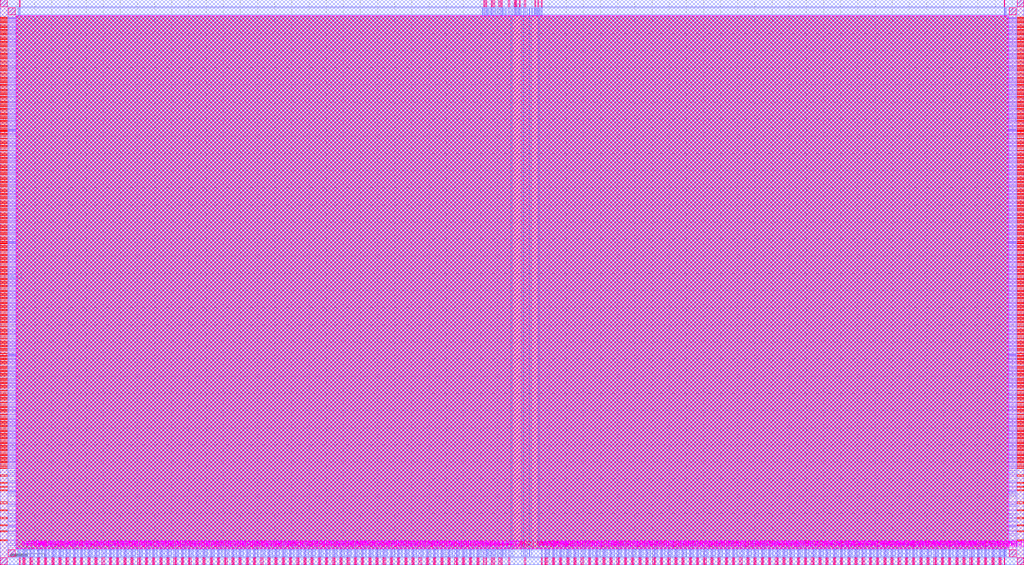
<source format=lef>
# ________________________________________________________________________________________________
# 
# 
#             Synchronous RVT Periphery One-Port Register File Compiler
# 
#                 UMC 55nm Low K Low Power Logic Process
# 
# ________________________________________________________________________________________________
# 
#               
#         Copyright (C) 2020 Faraday Technology Corporation. All Rights Reserved.       
#                
#         This source code is an unpublished work belongs to Faraday Technology Corporation       
#         It is considered a trade secret and is not to be divulged or       
#         used by parties who have not received written authorization from       
#         Faraday Technology Corporation       
#                
#         Faraday's home page can be found at: http://www.faraday-tech.com/       
#                
# ________________________________________________________________________________________________
# 
#        IP Name            :  FSF0L_A_SY                                    
#        IP Version         :  1.5.0                                         
#        IP Release Status  :  Active                                        
#        Word               :  512                                           
#        Bit                :  32                                            
#        Byte               :  4                                             
#        Mux                :  2                                             
#        Output Loading     :  0.01                                          
#        Clock Input Slew   :  0.008                                         
#        Data Input Slew    :  0.008                                         
#        Ring Type          :  Ring Shape Model                              
#        Ring Layer         :  2233                                          
#        Ring Width         :  2                                             
#        Bus Format         :  1                                             
#        Memaker Path       :  /workspace/technology/umc/55nm_201908/memlib  
#        GUI Version        :  m20130120                                     
#        Date               :  2020/07/14 13:57:08                           
# ________________________________________________________________________________________________
# 

VERSION 5.5 ;
NAMESCASESENSITIVE ON ;
MACRO SYLA55_512X32X4CM2
CLASS BLOCK ;
FOREIGN SYLA55_512X32X4CM2 0.000 0.000 ;
ORIGIN 0.000 0.000 ;
SIZE 298.405 BY 164.840 ;
SYMMETRY x y r90 ;
SITE core ;
PIN DI[63]
  DIRECTION INPUT ;
 PORT
  LAYER ME3 ;
  RECT 138.315 4.600 138.475 4.700 ;
  LAYER ME2 ;
  RECT 138.315 4.600 138.475 4.700 ;
  LAYER ME1 ;
  RECT 138.315 4.600 138.475 4.700 ;
  LAYER VI1 ;
  RECT 138.345 4.600 138.445 4.700 ;
  LAYER VI2 ;
  RECT 138.345 4.600 138.445 4.700 ;
  LAYER VI3 ;
  RECT 138.345 4.600 138.445 4.700 ;
 END
 ANTENNAPARTIALMETALAREA                  0.063 LAYER ME1 ;
 ANTENNAPARTIALMETALAREA                  0.302 LAYER ME2 ;
 ANTENNAPARTIALMETALAREA                  0.037 LAYER ME3 ;
 ANTENNAGATEAREA                          0.021 LAYER ME2 ;
 ANTENNAGATEAREA                          0.021 LAYER ME3 ;
 ANTENNADIFFAREA                          0.058 LAYER ME1 ;
 ANTENNADIFFAREA                          0.058 LAYER ME2 ;
 ANTENNADIFFAREA                          0.058 LAYER ME3 ;
 ANTENNAMAXAREACAR                       17.637 LAYER ME2 ;
 ANTENNAMAXAREACAR                       20.175 LAYER ME3 ;
END DI[63]
PIN DO[63]
  DIRECTION OUTPUT ;
 PORT
  LAYER ME3 ;
  RECT 139.715 4.600 139.875 4.700 ;
  LAYER ME2 ;
  RECT 139.715 4.600 139.875 4.700 ;
  LAYER ME1 ;
  RECT 139.715 4.600 139.875 4.700 ;
  LAYER VI1 ;
  RECT 139.745 4.600 139.845 4.700 ;
  LAYER VI2 ;
  RECT 139.745 4.600 139.845 4.700 ;
  LAYER VI3 ;
  RECT 139.745 4.600 139.845 4.700 ;
 END
 ANTENNAPARTIALMETALAREA                  0.037 LAYER ME1 ;
 ANTENNAPARTIALMETALAREA                  0.534 LAYER ME2 ;
 ANTENNAPARTIALMETALAREA                  0.252 LAYER ME3 ;
 ANTENNADIFFAREA                          0.594 LAYER ME3 ;
END DO[63]
PIN DI[62]
  DIRECTION INPUT ;
 PORT
  LAYER ME3 ;
  RECT 136.215 4.600 136.375 4.700 ;
  LAYER ME2 ;
  RECT 136.215 4.600 136.375 4.700 ;
  LAYER ME1 ;
  RECT 136.215 4.600 136.375 4.700 ;
  LAYER VI1 ;
  RECT 136.245 4.600 136.345 4.700 ;
  LAYER VI2 ;
  RECT 136.245 4.600 136.345 4.700 ;
  LAYER VI3 ;
  RECT 136.245 4.600 136.345 4.700 ;
 END
 ANTENNAPARTIALMETALAREA                  0.063 LAYER ME1 ;
 ANTENNAPARTIALMETALAREA                  0.302 LAYER ME2 ;
 ANTENNAPARTIALMETALAREA                  0.037 LAYER ME3 ;
 ANTENNAGATEAREA                          0.021 LAYER ME2 ;
 ANTENNAGATEAREA                          0.021 LAYER ME3 ;
 ANTENNADIFFAREA                          0.058 LAYER ME1 ;
 ANTENNADIFFAREA                          0.058 LAYER ME2 ;
 ANTENNADIFFAREA                          0.058 LAYER ME3 ;
 ANTENNAMAXAREACAR                       17.637 LAYER ME2 ;
 ANTENNAMAXAREACAR                       20.175 LAYER ME3 ;
END DI[62]
PIN DO[62]
  DIRECTION OUTPUT ;
 PORT
  LAYER ME3 ;
  RECT 137.615 4.600 137.775 4.700 ;
  LAYER ME2 ;
  RECT 137.615 4.600 137.775 4.700 ;
  LAYER ME1 ;
  RECT 137.615 4.600 137.775 4.700 ;
  LAYER VI1 ;
  RECT 137.645 4.600 137.745 4.700 ;
  LAYER VI2 ;
  RECT 137.645 4.600 137.745 4.700 ;
  LAYER VI3 ;
  RECT 137.645 4.600 137.745 4.700 ;
 END
 ANTENNAPARTIALMETALAREA                  0.037 LAYER ME1 ;
 ANTENNAPARTIALMETALAREA                  0.534 LAYER ME2 ;
 ANTENNAPARTIALMETALAREA                  0.252 LAYER ME3 ;
 ANTENNADIFFAREA                          0.594 LAYER ME3 ;
END DO[62]
PIN DI[61]
  DIRECTION INPUT ;
 PORT
  LAYER ME3 ;
  RECT 134.115 4.600 134.275 4.700 ;
  LAYER ME2 ;
  RECT 134.115 4.600 134.275 4.700 ;
  LAYER ME1 ;
  RECT 134.115 4.600 134.275 4.700 ;
  LAYER VI1 ;
  RECT 134.145 4.600 134.245 4.700 ;
  LAYER VI2 ;
  RECT 134.145 4.600 134.245 4.700 ;
  LAYER VI3 ;
  RECT 134.145 4.600 134.245 4.700 ;
 END
 ANTENNAPARTIALMETALAREA                  0.063 LAYER ME1 ;
 ANTENNAPARTIALMETALAREA                  0.302 LAYER ME2 ;
 ANTENNAPARTIALMETALAREA                  0.037 LAYER ME3 ;
 ANTENNAGATEAREA                          0.021 LAYER ME2 ;
 ANTENNAGATEAREA                          0.021 LAYER ME3 ;
 ANTENNADIFFAREA                          0.058 LAYER ME1 ;
 ANTENNADIFFAREA                          0.058 LAYER ME2 ;
 ANTENNADIFFAREA                          0.058 LAYER ME3 ;
 ANTENNAMAXAREACAR                       17.637 LAYER ME2 ;
 ANTENNAMAXAREACAR                       20.175 LAYER ME3 ;
END DI[61]
PIN DO[61]
  DIRECTION OUTPUT ;
 PORT
  LAYER ME3 ;
  RECT 135.515 4.600 135.675 4.700 ;
  LAYER ME2 ;
  RECT 135.515 4.600 135.675 4.700 ;
  LAYER ME1 ;
  RECT 135.515 4.600 135.675 4.700 ;
  LAYER VI1 ;
  RECT 135.545 4.600 135.645 4.700 ;
  LAYER VI2 ;
  RECT 135.545 4.600 135.645 4.700 ;
  LAYER VI3 ;
  RECT 135.545 4.600 135.645 4.700 ;
 END
 ANTENNAPARTIALMETALAREA                  0.037 LAYER ME1 ;
 ANTENNAPARTIALMETALAREA                  0.534 LAYER ME2 ;
 ANTENNAPARTIALMETALAREA                  0.252 LAYER ME3 ;
 ANTENNADIFFAREA                          0.594 LAYER ME3 ;
END DO[61]
PIN DI[60]
  DIRECTION INPUT ;
 PORT
  LAYER ME3 ;
  RECT 132.015 4.600 132.175 4.700 ;
  LAYER ME2 ;
  RECT 132.015 4.600 132.175 4.700 ;
  LAYER ME1 ;
  RECT 132.015 4.600 132.175 4.700 ;
  LAYER VI1 ;
  RECT 132.045 4.600 132.145 4.700 ;
  LAYER VI2 ;
  RECT 132.045 4.600 132.145 4.700 ;
  LAYER VI3 ;
  RECT 132.045 4.600 132.145 4.700 ;
 END
 ANTENNAPARTIALMETALAREA                  0.063 LAYER ME1 ;
 ANTENNAPARTIALMETALAREA                  0.302 LAYER ME2 ;
 ANTENNAPARTIALMETALAREA                  0.037 LAYER ME3 ;
 ANTENNAGATEAREA                          0.021 LAYER ME2 ;
 ANTENNAGATEAREA                          0.021 LAYER ME3 ;
 ANTENNADIFFAREA                          0.058 LAYER ME1 ;
 ANTENNADIFFAREA                          0.058 LAYER ME2 ;
 ANTENNADIFFAREA                          0.058 LAYER ME3 ;
 ANTENNAMAXAREACAR                       17.637 LAYER ME2 ;
 ANTENNAMAXAREACAR                       20.175 LAYER ME3 ;
END DI[60]
PIN DO[60]
  DIRECTION OUTPUT ;
 PORT
  LAYER ME3 ;
  RECT 133.415 4.600 133.575 4.700 ;
  LAYER ME2 ;
  RECT 133.415 4.600 133.575 4.700 ;
  LAYER ME1 ;
  RECT 133.415 4.600 133.575 4.700 ;
  LAYER VI1 ;
  RECT 133.445 4.600 133.545 4.700 ;
  LAYER VI2 ;
  RECT 133.445 4.600 133.545 4.700 ;
  LAYER VI3 ;
  RECT 133.445 4.600 133.545 4.700 ;
 END
 ANTENNAPARTIALMETALAREA                  0.037 LAYER ME1 ;
 ANTENNAPARTIALMETALAREA                  0.534 LAYER ME2 ;
 ANTENNAPARTIALMETALAREA                  0.252 LAYER ME3 ;
 ANTENNADIFFAREA                          0.594 LAYER ME3 ;
END DO[60]
PIN DI[59]
  DIRECTION INPUT ;
 PORT
  LAYER ME3 ;
  RECT 129.915 4.600 130.075 4.700 ;
  LAYER ME2 ;
  RECT 129.915 4.600 130.075 4.700 ;
  LAYER ME1 ;
  RECT 129.915 4.600 130.075 4.700 ;
  LAYER VI1 ;
  RECT 129.945 4.600 130.045 4.700 ;
  LAYER VI2 ;
  RECT 129.945 4.600 130.045 4.700 ;
  LAYER VI3 ;
  RECT 129.945 4.600 130.045 4.700 ;
 END
 ANTENNAPARTIALMETALAREA                  0.063 LAYER ME1 ;
 ANTENNAPARTIALMETALAREA                  0.302 LAYER ME2 ;
 ANTENNAPARTIALMETALAREA                  0.037 LAYER ME3 ;
 ANTENNAGATEAREA                          0.021 LAYER ME2 ;
 ANTENNAGATEAREA                          0.021 LAYER ME3 ;
 ANTENNADIFFAREA                          0.058 LAYER ME1 ;
 ANTENNADIFFAREA                          0.058 LAYER ME2 ;
 ANTENNADIFFAREA                          0.058 LAYER ME3 ;
 ANTENNAMAXAREACAR                       17.637 LAYER ME2 ;
 ANTENNAMAXAREACAR                       20.175 LAYER ME3 ;
END DI[59]
PIN DO[59]
  DIRECTION OUTPUT ;
 PORT
  LAYER ME3 ;
  RECT 131.315 4.600 131.475 4.700 ;
  LAYER ME2 ;
  RECT 131.315 4.600 131.475 4.700 ;
  LAYER ME1 ;
  RECT 131.315 4.600 131.475 4.700 ;
  LAYER VI1 ;
  RECT 131.345 4.600 131.445 4.700 ;
  LAYER VI2 ;
  RECT 131.345 4.600 131.445 4.700 ;
  LAYER VI3 ;
  RECT 131.345 4.600 131.445 4.700 ;
 END
 ANTENNAPARTIALMETALAREA                  0.037 LAYER ME1 ;
 ANTENNAPARTIALMETALAREA                  0.534 LAYER ME2 ;
 ANTENNAPARTIALMETALAREA                  0.252 LAYER ME3 ;
 ANTENNADIFFAREA                          0.594 LAYER ME3 ;
END DO[59]
PIN DI[58]
  DIRECTION INPUT ;
 PORT
  LAYER ME3 ;
  RECT 127.815 4.600 127.975 4.700 ;
  LAYER ME2 ;
  RECT 127.815 4.600 127.975 4.700 ;
  LAYER ME1 ;
  RECT 127.815 4.600 127.975 4.700 ;
  LAYER VI1 ;
  RECT 127.845 4.600 127.945 4.700 ;
  LAYER VI2 ;
  RECT 127.845 4.600 127.945 4.700 ;
  LAYER VI3 ;
  RECT 127.845 4.600 127.945 4.700 ;
 END
 ANTENNAPARTIALMETALAREA                  0.063 LAYER ME1 ;
 ANTENNAPARTIALMETALAREA                  0.302 LAYER ME2 ;
 ANTENNAPARTIALMETALAREA                  0.037 LAYER ME3 ;
 ANTENNAGATEAREA                          0.021 LAYER ME2 ;
 ANTENNAGATEAREA                          0.021 LAYER ME3 ;
 ANTENNADIFFAREA                          0.058 LAYER ME1 ;
 ANTENNADIFFAREA                          0.058 LAYER ME2 ;
 ANTENNADIFFAREA                          0.058 LAYER ME3 ;
 ANTENNAMAXAREACAR                       17.637 LAYER ME2 ;
 ANTENNAMAXAREACAR                       20.175 LAYER ME3 ;
END DI[58]
PIN DO[58]
  DIRECTION OUTPUT ;
 PORT
  LAYER ME3 ;
  RECT 129.215 4.600 129.375 4.700 ;
  LAYER ME2 ;
  RECT 129.215 4.600 129.375 4.700 ;
  LAYER ME1 ;
  RECT 129.215 4.600 129.375 4.700 ;
  LAYER VI1 ;
  RECT 129.245 4.600 129.345 4.700 ;
  LAYER VI2 ;
  RECT 129.245 4.600 129.345 4.700 ;
  LAYER VI3 ;
  RECT 129.245 4.600 129.345 4.700 ;
 END
 ANTENNAPARTIALMETALAREA                  0.037 LAYER ME1 ;
 ANTENNAPARTIALMETALAREA                  0.534 LAYER ME2 ;
 ANTENNAPARTIALMETALAREA                  0.252 LAYER ME3 ;
 ANTENNADIFFAREA                          0.594 LAYER ME3 ;
END DO[58]
PIN DI[57]
  DIRECTION INPUT ;
 PORT
  LAYER ME3 ;
  RECT 125.715 4.600 125.875 4.700 ;
  LAYER ME2 ;
  RECT 125.715 4.600 125.875 4.700 ;
  LAYER ME1 ;
  RECT 125.715 4.600 125.875 4.700 ;
  LAYER VI1 ;
  RECT 125.745 4.600 125.845 4.700 ;
  LAYER VI2 ;
  RECT 125.745 4.600 125.845 4.700 ;
  LAYER VI3 ;
  RECT 125.745 4.600 125.845 4.700 ;
 END
 ANTENNAPARTIALMETALAREA                  0.063 LAYER ME1 ;
 ANTENNAPARTIALMETALAREA                  0.302 LAYER ME2 ;
 ANTENNAPARTIALMETALAREA                  0.037 LAYER ME3 ;
 ANTENNAGATEAREA                          0.021 LAYER ME2 ;
 ANTENNAGATEAREA                          0.021 LAYER ME3 ;
 ANTENNADIFFAREA                          0.058 LAYER ME1 ;
 ANTENNADIFFAREA                          0.058 LAYER ME2 ;
 ANTENNADIFFAREA                          0.058 LAYER ME3 ;
 ANTENNAMAXAREACAR                       17.637 LAYER ME2 ;
 ANTENNAMAXAREACAR                       20.175 LAYER ME3 ;
END DI[57]
PIN DO[57]
  DIRECTION OUTPUT ;
 PORT
  LAYER ME3 ;
  RECT 127.115 4.600 127.275 4.700 ;
  LAYER ME2 ;
  RECT 127.115 4.600 127.275 4.700 ;
  LAYER ME1 ;
  RECT 127.115 4.600 127.275 4.700 ;
  LAYER VI1 ;
  RECT 127.145 4.600 127.245 4.700 ;
  LAYER VI2 ;
  RECT 127.145 4.600 127.245 4.700 ;
  LAYER VI3 ;
  RECT 127.145 4.600 127.245 4.700 ;
 END
 ANTENNAPARTIALMETALAREA                  0.037 LAYER ME1 ;
 ANTENNAPARTIALMETALAREA                  0.534 LAYER ME2 ;
 ANTENNAPARTIALMETALAREA                  0.252 LAYER ME3 ;
 ANTENNADIFFAREA                          0.594 LAYER ME3 ;
END DO[57]
PIN DI[56]
  DIRECTION INPUT ;
 PORT
  LAYER ME3 ;
  RECT 123.615 4.600 123.775 4.700 ;
  LAYER ME2 ;
  RECT 123.615 4.600 123.775 4.700 ;
  LAYER ME1 ;
  RECT 123.615 4.600 123.775 4.700 ;
  LAYER VI1 ;
  RECT 123.645 4.600 123.745 4.700 ;
  LAYER VI2 ;
  RECT 123.645 4.600 123.745 4.700 ;
  LAYER VI3 ;
  RECT 123.645 4.600 123.745 4.700 ;
 END
 ANTENNAPARTIALMETALAREA                  0.063 LAYER ME1 ;
 ANTENNAPARTIALMETALAREA                  0.302 LAYER ME2 ;
 ANTENNAPARTIALMETALAREA                  0.037 LAYER ME3 ;
 ANTENNAGATEAREA                          0.021 LAYER ME2 ;
 ANTENNAGATEAREA                          0.021 LAYER ME3 ;
 ANTENNADIFFAREA                          0.058 LAYER ME1 ;
 ANTENNADIFFAREA                          0.058 LAYER ME2 ;
 ANTENNADIFFAREA                          0.058 LAYER ME3 ;
 ANTENNAMAXAREACAR                       17.637 LAYER ME2 ;
 ANTENNAMAXAREACAR                       20.175 LAYER ME3 ;
END DI[56]
PIN DO[56]
  DIRECTION OUTPUT ;
 PORT
  LAYER ME3 ;
  RECT 125.015 4.600 125.175 4.700 ;
  LAYER ME2 ;
  RECT 125.015 4.600 125.175 4.700 ;
  LAYER ME1 ;
  RECT 125.015 4.600 125.175 4.700 ;
  LAYER VI1 ;
  RECT 125.045 4.600 125.145 4.700 ;
  LAYER VI2 ;
  RECT 125.045 4.600 125.145 4.700 ;
  LAYER VI3 ;
  RECT 125.045 4.600 125.145 4.700 ;
 END
 ANTENNAPARTIALMETALAREA                  0.037 LAYER ME1 ;
 ANTENNAPARTIALMETALAREA                  0.534 LAYER ME2 ;
 ANTENNAPARTIALMETALAREA                  0.252 LAYER ME3 ;
 ANTENNADIFFAREA                          0.594 LAYER ME3 ;
END DO[56]
PIN DI[55]
  DIRECTION INPUT ;
 PORT
  LAYER ME3 ;
  RECT 121.515 4.600 121.675 4.700 ;
  LAYER ME2 ;
  RECT 121.515 4.600 121.675 4.700 ;
  LAYER ME1 ;
  RECT 121.515 4.600 121.675 4.700 ;
  LAYER VI1 ;
  RECT 121.545 4.600 121.645 4.700 ;
  LAYER VI2 ;
  RECT 121.545 4.600 121.645 4.700 ;
  LAYER VI3 ;
  RECT 121.545 4.600 121.645 4.700 ;
 END
 ANTENNAPARTIALMETALAREA                  0.063 LAYER ME1 ;
 ANTENNAPARTIALMETALAREA                  0.302 LAYER ME2 ;
 ANTENNAPARTIALMETALAREA                  0.037 LAYER ME3 ;
 ANTENNAGATEAREA                          0.021 LAYER ME2 ;
 ANTENNAGATEAREA                          0.021 LAYER ME3 ;
 ANTENNADIFFAREA                          0.058 LAYER ME1 ;
 ANTENNADIFFAREA                          0.058 LAYER ME2 ;
 ANTENNADIFFAREA                          0.058 LAYER ME3 ;
 ANTENNAMAXAREACAR                       17.637 LAYER ME2 ;
 ANTENNAMAXAREACAR                       20.175 LAYER ME3 ;
END DI[55]
PIN DO[55]
  DIRECTION OUTPUT ;
 PORT
  LAYER ME3 ;
  RECT 122.915 4.600 123.075 4.700 ;
  LAYER ME2 ;
  RECT 122.915 4.600 123.075 4.700 ;
  LAYER ME1 ;
  RECT 122.915 4.600 123.075 4.700 ;
  LAYER VI1 ;
  RECT 122.945 4.600 123.045 4.700 ;
  LAYER VI2 ;
  RECT 122.945 4.600 123.045 4.700 ;
  LAYER VI3 ;
  RECT 122.945 4.600 123.045 4.700 ;
 END
 ANTENNAPARTIALMETALAREA                  0.037 LAYER ME1 ;
 ANTENNAPARTIALMETALAREA                  0.534 LAYER ME2 ;
 ANTENNAPARTIALMETALAREA                  0.252 LAYER ME3 ;
 ANTENNADIFFAREA                          0.594 LAYER ME3 ;
END DO[55]
PIN DI[54]
  DIRECTION INPUT ;
 PORT
  LAYER ME3 ;
  RECT 119.415 4.600 119.575 4.700 ;
  LAYER ME2 ;
  RECT 119.415 4.600 119.575 4.700 ;
  LAYER ME1 ;
  RECT 119.415 4.600 119.575 4.700 ;
  LAYER VI1 ;
  RECT 119.445 4.600 119.545 4.700 ;
  LAYER VI2 ;
  RECT 119.445 4.600 119.545 4.700 ;
  LAYER VI3 ;
  RECT 119.445 4.600 119.545 4.700 ;
 END
 ANTENNAPARTIALMETALAREA                  0.063 LAYER ME1 ;
 ANTENNAPARTIALMETALAREA                  0.302 LAYER ME2 ;
 ANTENNAPARTIALMETALAREA                  0.037 LAYER ME3 ;
 ANTENNAGATEAREA                          0.021 LAYER ME2 ;
 ANTENNAGATEAREA                          0.021 LAYER ME3 ;
 ANTENNADIFFAREA                          0.058 LAYER ME1 ;
 ANTENNADIFFAREA                          0.058 LAYER ME2 ;
 ANTENNADIFFAREA                          0.058 LAYER ME3 ;
 ANTENNAMAXAREACAR                       17.637 LAYER ME2 ;
 ANTENNAMAXAREACAR                       20.175 LAYER ME3 ;
END DI[54]
PIN DO[54]
  DIRECTION OUTPUT ;
 PORT
  LAYER ME3 ;
  RECT 120.815 4.600 120.975 4.700 ;
  LAYER ME2 ;
  RECT 120.815 4.600 120.975 4.700 ;
  LAYER ME1 ;
  RECT 120.815 4.600 120.975 4.700 ;
  LAYER VI1 ;
  RECT 120.845 4.600 120.945 4.700 ;
  LAYER VI2 ;
  RECT 120.845 4.600 120.945 4.700 ;
  LAYER VI3 ;
  RECT 120.845 4.600 120.945 4.700 ;
 END
 ANTENNAPARTIALMETALAREA                  0.037 LAYER ME1 ;
 ANTENNAPARTIALMETALAREA                  0.534 LAYER ME2 ;
 ANTENNAPARTIALMETALAREA                  0.252 LAYER ME3 ;
 ANTENNADIFFAREA                          0.594 LAYER ME3 ;
END DO[54]
PIN DI[53]
  DIRECTION INPUT ;
 PORT
  LAYER ME3 ;
  RECT 117.315 4.600 117.475 4.700 ;
  LAYER ME2 ;
  RECT 117.315 4.600 117.475 4.700 ;
  LAYER ME1 ;
  RECT 117.315 4.600 117.475 4.700 ;
  LAYER VI1 ;
  RECT 117.345 4.600 117.445 4.700 ;
  LAYER VI2 ;
  RECT 117.345 4.600 117.445 4.700 ;
  LAYER VI3 ;
  RECT 117.345 4.600 117.445 4.700 ;
 END
 ANTENNAPARTIALMETALAREA                  0.063 LAYER ME1 ;
 ANTENNAPARTIALMETALAREA                  0.302 LAYER ME2 ;
 ANTENNAPARTIALMETALAREA                  0.037 LAYER ME3 ;
 ANTENNAGATEAREA                          0.021 LAYER ME2 ;
 ANTENNAGATEAREA                          0.021 LAYER ME3 ;
 ANTENNADIFFAREA                          0.058 LAYER ME1 ;
 ANTENNADIFFAREA                          0.058 LAYER ME2 ;
 ANTENNADIFFAREA                          0.058 LAYER ME3 ;
 ANTENNAMAXAREACAR                       17.637 LAYER ME2 ;
 ANTENNAMAXAREACAR                       20.175 LAYER ME3 ;
END DI[53]
PIN DO[53]
  DIRECTION OUTPUT ;
 PORT
  LAYER ME3 ;
  RECT 118.715 4.600 118.875 4.700 ;
  LAYER ME2 ;
  RECT 118.715 4.600 118.875 4.700 ;
  LAYER ME1 ;
  RECT 118.715 4.600 118.875 4.700 ;
  LAYER VI1 ;
  RECT 118.745 4.600 118.845 4.700 ;
  LAYER VI2 ;
  RECT 118.745 4.600 118.845 4.700 ;
  LAYER VI3 ;
  RECT 118.745 4.600 118.845 4.700 ;
 END
 ANTENNAPARTIALMETALAREA                  0.037 LAYER ME1 ;
 ANTENNAPARTIALMETALAREA                  0.534 LAYER ME2 ;
 ANTENNAPARTIALMETALAREA                  0.252 LAYER ME3 ;
 ANTENNADIFFAREA                          0.594 LAYER ME3 ;
END DO[53]
PIN DI[52]
  DIRECTION INPUT ;
 PORT
  LAYER ME3 ;
  RECT 115.215 4.600 115.375 4.700 ;
  LAYER ME2 ;
  RECT 115.215 4.600 115.375 4.700 ;
  LAYER ME1 ;
  RECT 115.215 4.600 115.375 4.700 ;
  LAYER VI1 ;
  RECT 115.245 4.600 115.345 4.700 ;
  LAYER VI2 ;
  RECT 115.245 4.600 115.345 4.700 ;
  LAYER VI3 ;
  RECT 115.245 4.600 115.345 4.700 ;
 END
 ANTENNAPARTIALMETALAREA                  0.063 LAYER ME1 ;
 ANTENNAPARTIALMETALAREA                  0.302 LAYER ME2 ;
 ANTENNAPARTIALMETALAREA                  0.037 LAYER ME3 ;
 ANTENNAGATEAREA                          0.021 LAYER ME2 ;
 ANTENNAGATEAREA                          0.021 LAYER ME3 ;
 ANTENNADIFFAREA                          0.058 LAYER ME1 ;
 ANTENNADIFFAREA                          0.058 LAYER ME2 ;
 ANTENNADIFFAREA                          0.058 LAYER ME3 ;
 ANTENNAMAXAREACAR                       17.637 LAYER ME2 ;
 ANTENNAMAXAREACAR                       20.175 LAYER ME3 ;
END DI[52]
PIN DO[52]
  DIRECTION OUTPUT ;
 PORT
  LAYER ME3 ;
  RECT 116.615 4.600 116.775 4.700 ;
  LAYER ME2 ;
  RECT 116.615 4.600 116.775 4.700 ;
  LAYER ME1 ;
  RECT 116.615 4.600 116.775 4.700 ;
  LAYER VI1 ;
  RECT 116.645 4.600 116.745 4.700 ;
  LAYER VI2 ;
  RECT 116.645 4.600 116.745 4.700 ;
  LAYER VI3 ;
  RECT 116.645 4.600 116.745 4.700 ;
 END
 ANTENNAPARTIALMETALAREA                  0.037 LAYER ME1 ;
 ANTENNAPARTIALMETALAREA                  0.534 LAYER ME2 ;
 ANTENNAPARTIALMETALAREA                  0.252 LAYER ME3 ;
 ANTENNADIFFAREA                          0.594 LAYER ME3 ;
END DO[52]
PIN DI[51]
  DIRECTION INPUT ;
 PORT
  LAYER ME3 ;
  RECT 113.115 4.600 113.275 4.700 ;
  LAYER ME2 ;
  RECT 113.115 4.600 113.275 4.700 ;
  LAYER ME1 ;
  RECT 113.115 4.600 113.275 4.700 ;
  LAYER VI1 ;
  RECT 113.145 4.600 113.245 4.700 ;
  LAYER VI2 ;
  RECT 113.145 4.600 113.245 4.700 ;
  LAYER VI3 ;
  RECT 113.145 4.600 113.245 4.700 ;
 END
 ANTENNAPARTIALMETALAREA                  0.063 LAYER ME1 ;
 ANTENNAPARTIALMETALAREA                  0.302 LAYER ME2 ;
 ANTENNAPARTIALMETALAREA                  0.037 LAYER ME3 ;
 ANTENNAGATEAREA                          0.021 LAYER ME2 ;
 ANTENNAGATEAREA                          0.021 LAYER ME3 ;
 ANTENNADIFFAREA                          0.058 LAYER ME1 ;
 ANTENNADIFFAREA                          0.058 LAYER ME2 ;
 ANTENNADIFFAREA                          0.058 LAYER ME3 ;
 ANTENNAMAXAREACAR                       17.637 LAYER ME2 ;
 ANTENNAMAXAREACAR                       20.175 LAYER ME3 ;
END DI[51]
PIN DO[51]
  DIRECTION OUTPUT ;
 PORT
  LAYER ME3 ;
  RECT 114.515 4.600 114.675 4.700 ;
  LAYER ME2 ;
  RECT 114.515 4.600 114.675 4.700 ;
  LAYER ME1 ;
  RECT 114.515 4.600 114.675 4.700 ;
  LAYER VI1 ;
  RECT 114.545 4.600 114.645 4.700 ;
  LAYER VI2 ;
  RECT 114.545 4.600 114.645 4.700 ;
  LAYER VI3 ;
  RECT 114.545 4.600 114.645 4.700 ;
 END
 ANTENNAPARTIALMETALAREA                  0.037 LAYER ME1 ;
 ANTENNAPARTIALMETALAREA                  0.534 LAYER ME2 ;
 ANTENNAPARTIALMETALAREA                  0.252 LAYER ME3 ;
 ANTENNADIFFAREA                          0.594 LAYER ME3 ;
END DO[51]
PIN DI[50]
  DIRECTION INPUT ;
 PORT
  LAYER ME3 ;
  RECT 111.015 4.600 111.175 4.700 ;
  LAYER ME2 ;
  RECT 111.015 4.600 111.175 4.700 ;
  LAYER ME1 ;
  RECT 111.015 4.600 111.175 4.700 ;
  LAYER VI1 ;
  RECT 111.045 4.600 111.145 4.700 ;
  LAYER VI2 ;
  RECT 111.045 4.600 111.145 4.700 ;
  LAYER VI3 ;
  RECT 111.045 4.600 111.145 4.700 ;
 END
 ANTENNAPARTIALMETALAREA                  0.063 LAYER ME1 ;
 ANTENNAPARTIALMETALAREA                  0.302 LAYER ME2 ;
 ANTENNAPARTIALMETALAREA                  0.037 LAYER ME3 ;
 ANTENNAGATEAREA                          0.021 LAYER ME2 ;
 ANTENNAGATEAREA                          0.021 LAYER ME3 ;
 ANTENNADIFFAREA                          0.058 LAYER ME1 ;
 ANTENNADIFFAREA                          0.058 LAYER ME2 ;
 ANTENNADIFFAREA                          0.058 LAYER ME3 ;
 ANTENNAMAXAREACAR                       17.637 LAYER ME2 ;
 ANTENNAMAXAREACAR                       20.175 LAYER ME3 ;
END DI[50]
PIN DO[50]
  DIRECTION OUTPUT ;
 PORT
  LAYER ME3 ;
  RECT 112.415 4.600 112.575 4.700 ;
  LAYER ME2 ;
  RECT 112.415 4.600 112.575 4.700 ;
  LAYER ME1 ;
  RECT 112.415 4.600 112.575 4.700 ;
  LAYER VI1 ;
  RECT 112.445 4.600 112.545 4.700 ;
  LAYER VI2 ;
  RECT 112.445 4.600 112.545 4.700 ;
  LAYER VI3 ;
  RECT 112.445 4.600 112.545 4.700 ;
 END
 ANTENNAPARTIALMETALAREA                  0.037 LAYER ME1 ;
 ANTENNAPARTIALMETALAREA                  0.534 LAYER ME2 ;
 ANTENNAPARTIALMETALAREA                  0.252 LAYER ME3 ;
 ANTENNADIFFAREA                          0.594 LAYER ME3 ;
END DO[50]
PIN DI[49]
  DIRECTION INPUT ;
 PORT
  LAYER ME3 ;
  RECT 108.915 4.600 109.075 4.700 ;
  LAYER ME2 ;
  RECT 108.915 4.600 109.075 4.700 ;
  LAYER ME1 ;
  RECT 108.915 4.600 109.075 4.700 ;
  LAYER VI1 ;
  RECT 108.945 4.600 109.045 4.700 ;
  LAYER VI2 ;
  RECT 108.945 4.600 109.045 4.700 ;
  LAYER VI3 ;
  RECT 108.945 4.600 109.045 4.700 ;
 END
 ANTENNAPARTIALMETALAREA                  0.063 LAYER ME1 ;
 ANTENNAPARTIALMETALAREA                  0.302 LAYER ME2 ;
 ANTENNAPARTIALMETALAREA                  0.037 LAYER ME3 ;
 ANTENNAGATEAREA                          0.021 LAYER ME2 ;
 ANTENNAGATEAREA                          0.021 LAYER ME3 ;
 ANTENNADIFFAREA                          0.058 LAYER ME1 ;
 ANTENNADIFFAREA                          0.058 LAYER ME2 ;
 ANTENNADIFFAREA                          0.058 LAYER ME3 ;
 ANTENNAMAXAREACAR                       17.637 LAYER ME2 ;
 ANTENNAMAXAREACAR                       20.175 LAYER ME3 ;
END DI[49]
PIN DO[49]
  DIRECTION OUTPUT ;
 PORT
  LAYER ME3 ;
  RECT 110.315 4.600 110.475 4.700 ;
  LAYER ME2 ;
  RECT 110.315 4.600 110.475 4.700 ;
  LAYER ME1 ;
  RECT 110.315 4.600 110.475 4.700 ;
  LAYER VI1 ;
  RECT 110.345 4.600 110.445 4.700 ;
  LAYER VI2 ;
  RECT 110.345 4.600 110.445 4.700 ;
  LAYER VI3 ;
  RECT 110.345 4.600 110.445 4.700 ;
 END
 ANTENNAPARTIALMETALAREA                  0.037 LAYER ME1 ;
 ANTENNAPARTIALMETALAREA                  0.534 LAYER ME2 ;
 ANTENNAPARTIALMETALAREA                  0.252 LAYER ME3 ;
 ANTENNADIFFAREA                          0.594 LAYER ME3 ;
END DO[49]
PIN DI[48]
  DIRECTION INPUT ;
 PORT
  LAYER ME3 ;
  RECT 106.815 4.600 106.975 4.700 ;
  LAYER ME2 ;
  RECT 106.815 4.600 106.975 4.700 ;
  LAYER ME1 ;
  RECT 106.815 4.600 106.975 4.700 ;
  LAYER VI1 ;
  RECT 106.845 4.600 106.945 4.700 ;
  LAYER VI2 ;
  RECT 106.845 4.600 106.945 4.700 ;
  LAYER VI3 ;
  RECT 106.845 4.600 106.945 4.700 ;
 END
 ANTENNAPARTIALMETALAREA                  0.063 LAYER ME1 ;
 ANTENNAPARTIALMETALAREA                  0.302 LAYER ME2 ;
 ANTENNAPARTIALMETALAREA                  0.037 LAYER ME3 ;
 ANTENNAGATEAREA                          0.021 LAYER ME2 ;
 ANTENNAGATEAREA                          0.021 LAYER ME3 ;
 ANTENNADIFFAREA                          0.058 LAYER ME1 ;
 ANTENNADIFFAREA                          0.058 LAYER ME2 ;
 ANTENNADIFFAREA                          0.058 LAYER ME3 ;
 ANTENNAMAXAREACAR                       17.637 LAYER ME2 ;
 ANTENNAMAXAREACAR                       20.175 LAYER ME3 ;
END DI[48]
PIN DO[48]
  DIRECTION OUTPUT ;
 PORT
  LAYER ME3 ;
  RECT 108.215 4.600 108.375 4.700 ;
  LAYER ME2 ;
  RECT 108.215 4.600 108.375 4.700 ;
  LAYER ME1 ;
  RECT 108.215 4.600 108.375 4.700 ;
  LAYER VI1 ;
  RECT 108.245 4.600 108.345 4.700 ;
  LAYER VI2 ;
  RECT 108.245 4.600 108.345 4.700 ;
  LAYER VI3 ;
  RECT 108.245 4.600 108.345 4.700 ;
 END
 ANTENNAPARTIALMETALAREA                  0.037 LAYER ME1 ;
 ANTENNAPARTIALMETALAREA                  0.534 LAYER ME2 ;
 ANTENNAPARTIALMETALAREA                  0.252 LAYER ME3 ;
 ANTENNADIFFAREA                          0.594 LAYER ME3 ;
END DO[48]
PIN DI[47]
  DIRECTION INPUT ;
 PORT
  LAYER ME3 ;
  RECT 104.715 4.600 104.875 4.700 ;
  LAYER ME2 ;
  RECT 104.715 4.600 104.875 4.700 ;
  LAYER ME1 ;
  RECT 104.715 4.600 104.875 4.700 ;
  LAYER VI1 ;
  RECT 104.745 4.600 104.845 4.700 ;
  LAYER VI2 ;
  RECT 104.745 4.600 104.845 4.700 ;
  LAYER VI3 ;
  RECT 104.745 4.600 104.845 4.700 ;
 END
 ANTENNAPARTIALMETALAREA                  0.063 LAYER ME1 ;
 ANTENNAPARTIALMETALAREA                  0.302 LAYER ME2 ;
 ANTENNAPARTIALMETALAREA                  0.037 LAYER ME3 ;
 ANTENNAGATEAREA                          0.021 LAYER ME2 ;
 ANTENNAGATEAREA                          0.021 LAYER ME3 ;
 ANTENNADIFFAREA                          0.058 LAYER ME1 ;
 ANTENNADIFFAREA                          0.058 LAYER ME2 ;
 ANTENNADIFFAREA                          0.058 LAYER ME3 ;
 ANTENNAMAXAREACAR                       17.637 LAYER ME2 ;
 ANTENNAMAXAREACAR                       20.175 LAYER ME3 ;
END DI[47]
PIN DO[47]
  DIRECTION OUTPUT ;
 PORT
  LAYER ME3 ;
  RECT 106.115 4.600 106.275 4.700 ;
  LAYER ME2 ;
  RECT 106.115 4.600 106.275 4.700 ;
  LAYER ME1 ;
  RECT 106.115 4.600 106.275 4.700 ;
  LAYER VI1 ;
  RECT 106.145 4.600 106.245 4.700 ;
  LAYER VI2 ;
  RECT 106.145 4.600 106.245 4.700 ;
  LAYER VI3 ;
  RECT 106.145 4.600 106.245 4.700 ;
 END
 ANTENNAPARTIALMETALAREA                  0.037 LAYER ME1 ;
 ANTENNAPARTIALMETALAREA                  0.534 LAYER ME2 ;
 ANTENNAPARTIALMETALAREA                  0.252 LAYER ME3 ;
 ANTENNADIFFAREA                          0.594 LAYER ME3 ;
END DO[47]
PIN DI[46]
  DIRECTION INPUT ;
 PORT
  LAYER ME3 ;
  RECT 102.615 4.600 102.775 4.700 ;
  LAYER ME2 ;
  RECT 102.615 4.600 102.775 4.700 ;
  LAYER ME1 ;
  RECT 102.615 4.600 102.775 4.700 ;
  LAYER VI1 ;
  RECT 102.645 4.600 102.745 4.700 ;
  LAYER VI2 ;
  RECT 102.645 4.600 102.745 4.700 ;
  LAYER VI3 ;
  RECT 102.645 4.600 102.745 4.700 ;
 END
 ANTENNAPARTIALMETALAREA                  0.063 LAYER ME1 ;
 ANTENNAPARTIALMETALAREA                  0.302 LAYER ME2 ;
 ANTENNAPARTIALMETALAREA                  0.037 LAYER ME3 ;
 ANTENNAGATEAREA                          0.021 LAYER ME2 ;
 ANTENNAGATEAREA                          0.021 LAYER ME3 ;
 ANTENNADIFFAREA                          0.058 LAYER ME1 ;
 ANTENNADIFFAREA                          0.058 LAYER ME2 ;
 ANTENNADIFFAREA                          0.058 LAYER ME3 ;
 ANTENNAMAXAREACAR                       17.637 LAYER ME2 ;
 ANTENNAMAXAREACAR                       20.175 LAYER ME3 ;
END DI[46]
PIN DO[46]
  DIRECTION OUTPUT ;
 PORT
  LAYER ME3 ;
  RECT 104.015 4.600 104.175 4.700 ;
  LAYER ME2 ;
  RECT 104.015 4.600 104.175 4.700 ;
  LAYER ME1 ;
  RECT 104.015 4.600 104.175 4.700 ;
  LAYER VI1 ;
  RECT 104.045 4.600 104.145 4.700 ;
  LAYER VI2 ;
  RECT 104.045 4.600 104.145 4.700 ;
  LAYER VI3 ;
  RECT 104.045 4.600 104.145 4.700 ;
 END
 ANTENNAPARTIALMETALAREA                  0.037 LAYER ME1 ;
 ANTENNAPARTIALMETALAREA                  0.534 LAYER ME2 ;
 ANTENNAPARTIALMETALAREA                  0.252 LAYER ME3 ;
 ANTENNADIFFAREA                          0.594 LAYER ME3 ;
END DO[46]
PIN DI[45]
  DIRECTION INPUT ;
 PORT
  LAYER ME3 ;
  RECT 100.515 4.600 100.675 4.700 ;
  LAYER ME2 ;
  RECT 100.515 4.600 100.675 4.700 ;
  LAYER ME1 ;
  RECT 100.515 4.600 100.675 4.700 ;
  LAYER VI1 ;
  RECT 100.545 4.600 100.645 4.700 ;
  LAYER VI2 ;
  RECT 100.545 4.600 100.645 4.700 ;
  LAYER VI3 ;
  RECT 100.545 4.600 100.645 4.700 ;
 END
 ANTENNAPARTIALMETALAREA                  0.063 LAYER ME1 ;
 ANTENNAPARTIALMETALAREA                  0.302 LAYER ME2 ;
 ANTENNAPARTIALMETALAREA                  0.037 LAYER ME3 ;
 ANTENNAGATEAREA                          0.021 LAYER ME2 ;
 ANTENNAGATEAREA                          0.021 LAYER ME3 ;
 ANTENNADIFFAREA                          0.058 LAYER ME1 ;
 ANTENNADIFFAREA                          0.058 LAYER ME2 ;
 ANTENNADIFFAREA                          0.058 LAYER ME3 ;
 ANTENNAMAXAREACAR                       17.637 LAYER ME2 ;
 ANTENNAMAXAREACAR                       20.175 LAYER ME3 ;
END DI[45]
PIN DO[45]
  DIRECTION OUTPUT ;
 PORT
  LAYER ME3 ;
  RECT 101.915 4.600 102.075 4.700 ;
  LAYER ME2 ;
  RECT 101.915 4.600 102.075 4.700 ;
  LAYER ME1 ;
  RECT 101.915 4.600 102.075 4.700 ;
  LAYER VI1 ;
  RECT 101.945 4.600 102.045 4.700 ;
  LAYER VI2 ;
  RECT 101.945 4.600 102.045 4.700 ;
  LAYER VI3 ;
  RECT 101.945 4.600 102.045 4.700 ;
 END
 ANTENNAPARTIALMETALAREA                  0.037 LAYER ME1 ;
 ANTENNAPARTIALMETALAREA                  0.534 LAYER ME2 ;
 ANTENNAPARTIALMETALAREA                  0.252 LAYER ME3 ;
 ANTENNADIFFAREA                          0.594 LAYER ME3 ;
END DO[45]
PIN DI[44]
  DIRECTION INPUT ;
 PORT
  LAYER ME3 ;
  RECT 98.415 4.600 98.575 4.700 ;
  LAYER ME2 ;
  RECT 98.415 4.600 98.575 4.700 ;
  LAYER ME1 ;
  RECT 98.415 4.600 98.575 4.700 ;
  LAYER VI1 ;
  RECT 98.445 4.600 98.545 4.700 ;
  LAYER VI2 ;
  RECT 98.445 4.600 98.545 4.700 ;
  LAYER VI3 ;
  RECT 98.445 4.600 98.545 4.700 ;
 END
 ANTENNAPARTIALMETALAREA                  0.063 LAYER ME1 ;
 ANTENNAPARTIALMETALAREA                  0.302 LAYER ME2 ;
 ANTENNAPARTIALMETALAREA                  0.037 LAYER ME3 ;
 ANTENNAGATEAREA                          0.021 LAYER ME2 ;
 ANTENNAGATEAREA                          0.021 LAYER ME3 ;
 ANTENNADIFFAREA                          0.058 LAYER ME1 ;
 ANTENNADIFFAREA                          0.058 LAYER ME2 ;
 ANTENNADIFFAREA                          0.058 LAYER ME3 ;
 ANTENNAMAXAREACAR                       17.637 LAYER ME2 ;
 ANTENNAMAXAREACAR                       20.175 LAYER ME3 ;
END DI[44]
PIN DO[44]
  DIRECTION OUTPUT ;
 PORT
  LAYER ME3 ;
  RECT 99.815 4.600 99.975 4.700 ;
  LAYER ME2 ;
  RECT 99.815 4.600 99.975 4.700 ;
  LAYER ME1 ;
  RECT 99.815 4.600 99.975 4.700 ;
  LAYER VI1 ;
  RECT 99.845 4.600 99.945 4.700 ;
  LAYER VI2 ;
  RECT 99.845 4.600 99.945 4.700 ;
  LAYER VI3 ;
  RECT 99.845 4.600 99.945 4.700 ;
 END
 ANTENNAPARTIALMETALAREA                  0.037 LAYER ME1 ;
 ANTENNAPARTIALMETALAREA                  0.534 LAYER ME2 ;
 ANTENNAPARTIALMETALAREA                  0.252 LAYER ME3 ;
 ANTENNADIFFAREA                          0.594 LAYER ME3 ;
END DO[44]
PIN DI[43]
  DIRECTION INPUT ;
 PORT
  LAYER ME3 ;
  RECT 96.315 4.600 96.475 4.700 ;
  LAYER ME2 ;
  RECT 96.315 4.600 96.475 4.700 ;
  LAYER ME1 ;
  RECT 96.315 4.600 96.475 4.700 ;
  LAYER VI1 ;
  RECT 96.345 4.600 96.445 4.700 ;
  LAYER VI2 ;
  RECT 96.345 4.600 96.445 4.700 ;
  LAYER VI3 ;
  RECT 96.345 4.600 96.445 4.700 ;
 END
 ANTENNAPARTIALMETALAREA                  0.063 LAYER ME1 ;
 ANTENNAPARTIALMETALAREA                  0.302 LAYER ME2 ;
 ANTENNAPARTIALMETALAREA                  0.037 LAYER ME3 ;
 ANTENNAGATEAREA                          0.021 LAYER ME2 ;
 ANTENNAGATEAREA                          0.021 LAYER ME3 ;
 ANTENNADIFFAREA                          0.058 LAYER ME1 ;
 ANTENNADIFFAREA                          0.058 LAYER ME2 ;
 ANTENNADIFFAREA                          0.058 LAYER ME3 ;
 ANTENNAMAXAREACAR                       17.637 LAYER ME2 ;
 ANTENNAMAXAREACAR                       20.175 LAYER ME3 ;
END DI[43]
PIN DO[43]
  DIRECTION OUTPUT ;
 PORT
  LAYER ME3 ;
  RECT 97.715 4.600 97.875 4.700 ;
  LAYER ME2 ;
  RECT 97.715 4.600 97.875 4.700 ;
  LAYER ME1 ;
  RECT 97.715 4.600 97.875 4.700 ;
  LAYER VI1 ;
  RECT 97.745 4.600 97.845 4.700 ;
  LAYER VI2 ;
  RECT 97.745 4.600 97.845 4.700 ;
  LAYER VI3 ;
  RECT 97.745 4.600 97.845 4.700 ;
 END
 ANTENNAPARTIALMETALAREA                  0.037 LAYER ME1 ;
 ANTENNAPARTIALMETALAREA                  0.534 LAYER ME2 ;
 ANTENNAPARTIALMETALAREA                  0.252 LAYER ME3 ;
 ANTENNADIFFAREA                          0.594 LAYER ME3 ;
END DO[43]
PIN DI[42]
  DIRECTION INPUT ;
 PORT
  LAYER ME3 ;
  RECT 94.215 4.600 94.375 4.700 ;
  LAYER ME2 ;
  RECT 94.215 4.600 94.375 4.700 ;
  LAYER ME1 ;
  RECT 94.215 4.600 94.375 4.700 ;
  LAYER VI1 ;
  RECT 94.245 4.600 94.345 4.700 ;
  LAYER VI2 ;
  RECT 94.245 4.600 94.345 4.700 ;
  LAYER VI3 ;
  RECT 94.245 4.600 94.345 4.700 ;
 END
 ANTENNAPARTIALMETALAREA                  0.063 LAYER ME1 ;
 ANTENNAPARTIALMETALAREA                  0.302 LAYER ME2 ;
 ANTENNAPARTIALMETALAREA                  0.037 LAYER ME3 ;
 ANTENNAGATEAREA                          0.021 LAYER ME2 ;
 ANTENNAGATEAREA                          0.021 LAYER ME3 ;
 ANTENNADIFFAREA                          0.058 LAYER ME1 ;
 ANTENNADIFFAREA                          0.058 LAYER ME2 ;
 ANTENNADIFFAREA                          0.058 LAYER ME3 ;
 ANTENNAMAXAREACAR                       17.637 LAYER ME2 ;
 ANTENNAMAXAREACAR                       20.175 LAYER ME3 ;
END DI[42]
PIN DO[42]
  DIRECTION OUTPUT ;
 PORT
  LAYER ME3 ;
  RECT 95.615 4.600 95.775 4.700 ;
  LAYER ME2 ;
  RECT 95.615 4.600 95.775 4.700 ;
  LAYER ME1 ;
  RECT 95.615 4.600 95.775 4.700 ;
  LAYER VI1 ;
  RECT 95.645 4.600 95.745 4.700 ;
  LAYER VI2 ;
  RECT 95.645 4.600 95.745 4.700 ;
  LAYER VI3 ;
  RECT 95.645 4.600 95.745 4.700 ;
 END
 ANTENNAPARTIALMETALAREA                  0.037 LAYER ME1 ;
 ANTENNAPARTIALMETALAREA                  0.534 LAYER ME2 ;
 ANTENNAPARTIALMETALAREA                  0.252 LAYER ME3 ;
 ANTENNADIFFAREA                          0.594 LAYER ME3 ;
END DO[42]
PIN DI[41]
  DIRECTION INPUT ;
 PORT
  LAYER ME3 ;
  RECT 92.115 4.600 92.275 4.700 ;
  LAYER ME2 ;
  RECT 92.115 4.600 92.275 4.700 ;
  LAYER ME1 ;
  RECT 92.115 4.600 92.275 4.700 ;
  LAYER VI1 ;
  RECT 92.145 4.600 92.245 4.700 ;
  LAYER VI2 ;
  RECT 92.145 4.600 92.245 4.700 ;
  LAYER VI3 ;
  RECT 92.145 4.600 92.245 4.700 ;
 END
 ANTENNAPARTIALMETALAREA                  0.063 LAYER ME1 ;
 ANTENNAPARTIALMETALAREA                  0.302 LAYER ME2 ;
 ANTENNAPARTIALMETALAREA                  0.037 LAYER ME3 ;
 ANTENNAGATEAREA                          0.021 LAYER ME2 ;
 ANTENNAGATEAREA                          0.021 LAYER ME3 ;
 ANTENNADIFFAREA                          0.058 LAYER ME1 ;
 ANTENNADIFFAREA                          0.058 LAYER ME2 ;
 ANTENNADIFFAREA                          0.058 LAYER ME3 ;
 ANTENNAMAXAREACAR                       17.637 LAYER ME2 ;
 ANTENNAMAXAREACAR                       20.175 LAYER ME3 ;
END DI[41]
PIN DO[41]
  DIRECTION OUTPUT ;
 PORT
  LAYER ME3 ;
  RECT 93.515 4.600 93.675 4.700 ;
  LAYER ME2 ;
  RECT 93.515 4.600 93.675 4.700 ;
  LAYER ME1 ;
  RECT 93.515 4.600 93.675 4.700 ;
  LAYER VI1 ;
  RECT 93.545 4.600 93.645 4.700 ;
  LAYER VI2 ;
  RECT 93.545 4.600 93.645 4.700 ;
  LAYER VI3 ;
  RECT 93.545 4.600 93.645 4.700 ;
 END
 ANTENNAPARTIALMETALAREA                  0.037 LAYER ME1 ;
 ANTENNAPARTIALMETALAREA                  0.534 LAYER ME2 ;
 ANTENNAPARTIALMETALAREA                  0.252 LAYER ME3 ;
 ANTENNADIFFAREA                          0.594 LAYER ME3 ;
END DO[41]
PIN DI[40]
  DIRECTION INPUT ;
 PORT
  LAYER ME3 ;
  RECT 90.015 4.600 90.175 4.700 ;
  LAYER ME2 ;
  RECT 90.015 4.600 90.175 4.700 ;
  LAYER ME1 ;
  RECT 90.015 4.600 90.175 4.700 ;
  LAYER VI1 ;
  RECT 90.045 4.600 90.145 4.700 ;
  LAYER VI2 ;
  RECT 90.045 4.600 90.145 4.700 ;
  LAYER VI3 ;
  RECT 90.045 4.600 90.145 4.700 ;
 END
 ANTENNAPARTIALMETALAREA                  0.063 LAYER ME1 ;
 ANTENNAPARTIALMETALAREA                  0.302 LAYER ME2 ;
 ANTENNAPARTIALMETALAREA                  0.037 LAYER ME3 ;
 ANTENNAGATEAREA                          0.021 LAYER ME2 ;
 ANTENNAGATEAREA                          0.021 LAYER ME3 ;
 ANTENNADIFFAREA                          0.058 LAYER ME1 ;
 ANTENNADIFFAREA                          0.058 LAYER ME2 ;
 ANTENNADIFFAREA                          0.058 LAYER ME3 ;
 ANTENNAMAXAREACAR                       17.637 LAYER ME2 ;
 ANTENNAMAXAREACAR                       20.175 LAYER ME3 ;
END DI[40]
PIN DO[40]
  DIRECTION OUTPUT ;
 PORT
  LAYER ME3 ;
  RECT 91.415 4.600 91.575 4.700 ;
  LAYER ME2 ;
  RECT 91.415 4.600 91.575 4.700 ;
  LAYER ME1 ;
  RECT 91.415 4.600 91.575 4.700 ;
  LAYER VI1 ;
  RECT 91.445 4.600 91.545 4.700 ;
  LAYER VI2 ;
  RECT 91.445 4.600 91.545 4.700 ;
  LAYER VI3 ;
  RECT 91.445 4.600 91.545 4.700 ;
 END
 ANTENNAPARTIALMETALAREA                  0.037 LAYER ME1 ;
 ANTENNAPARTIALMETALAREA                  0.534 LAYER ME2 ;
 ANTENNAPARTIALMETALAREA                  0.252 LAYER ME3 ;
 ANTENNADIFFAREA                          0.594 LAYER ME3 ;
END DO[40]
PIN DI[39]
  DIRECTION INPUT ;
 PORT
  LAYER ME3 ;
  RECT 87.915 4.600 88.075 4.700 ;
  LAYER ME2 ;
  RECT 87.915 4.600 88.075 4.700 ;
  LAYER ME1 ;
  RECT 87.915 4.600 88.075 4.700 ;
  LAYER VI1 ;
  RECT 87.945 4.600 88.045 4.700 ;
  LAYER VI2 ;
  RECT 87.945 4.600 88.045 4.700 ;
  LAYER VI3 ;
  RECT 87.945 4.600 88.045 4.700 ;
 END
 ANTENNAPARTIALMETALAREA                  0.063 LAYER ME1 ;
 ANTENNAPARTIALMETALAREA                  0.302 LAYER ME2 ;
 ANTENNAPARTIALMETALAREA                  0.037 LAYER ME3 ;
 ANTENNAGATEAREA                          0.021 LAYER ME2 ;
 ANTENNAGATEAREA                          0.021 LAYER ME3 ;
 ANTENNADIFFAREA                          0.058 LAYER ME1 ;
 ANTENNADIFFAREA                          0.058 LAYER ME2 ;
 ANTENNADIFFAREA                          0.058 LAYER ME3 ;
 ANTENNAMAXAREACAR                       17.637 LAYER ME2 ;
 ANTENNAMAXAREACAR                       20.175 LAYER ME3 ;
END DI[39]
PIN DO[39]
  DIRECTION OUTPUT ;
 PORT
  LAYER ME3 ;
  RECT 89.315 4.600 89.475 4.700 ;
  LAYER ME2 ;
  RECT 89.315 4.600 89.475 4.700 ;
  LAYER ME1 ;
  RECT 89.315 4.600 89.475 4.700 ;
  LAYER VI1 ;
  RECT 89.345 4.600 89.445 4.700 ;
  LAYER VI2 ;
  RECT 89.345 4.600 89.445 4.700 ;
  LAYER VI3 ;
  RECT 89.345 4.600 89.445 4.700 ;
 END
 ANTENNAPARTIALMETALAREA                  0.037 LAYER ME1 ;
 ANTENNAPARTIALMETALAREA                  0.534 LAYER ME2 ;
 ANTENNAPARTIALMETALAREA                  0.252 LAYER ME3 ;
 ANTENNADIFFAREA                          0.594 LAYER ME3 ;
END DO[39]
PIN DI[38]
  DIRECTION INPUT ;
 PORT
  LAYER ME3 ;
  RECT 85.815 4.600 85.975 4.700 ;
  LAYER ME2 ;
  RECT 85.815 4.600 85.975 4.700 ;
  LAYER ME1 ;
  RECT 85.815 4.600 85.975 4.700 ;
  LAYER VI1 ;
  RECT 85.845 4.600 85.945 4.700 ;
  LAYER VI2 ;
  RECT 85.845 4.600 85.945 4.700 ;
  LAYER VI3 ;
  RECT 85.845 4.600 85.945 4.700 ;
 END
 ANTENNAPARTIALMETALAREA                  0.063 LAYER ME1 ;
 ANTENNAPARTIALMETALAREA                  0.302 LAYER ME2 ;
 ANTENNAPARTIALMETALAREA                  0.037 LAYER ME3 ;
 ANTENNAGATEAREA                          0.021 LAYER ME2 ;
 ANTENNAGATEAREA                          0.021 LAYER ME3 ;
 ANTENNADIFFAREA                          0.058 LAYER ME1 ;
 ANTENNADIFFAREA                          0.058 LAYER ME2 ;
 ANTENNADIFFAREA                          0.058 LAYER ME3 ;
 ANTENNAMAXAREACAR                       17.637 LAYER ME2 ;
 ANTENNAMAXAREACAR                       20.175 LAYER ME3 ;
END DI[38]
PIN DO[38]
  DIRECTION OUTPUT ;
 PORT
  LAYER ME3 ;
  RECT 87.215 4.600 87.375 4.700 ;
  LAYER ME2 ;
  RECT 87.215 4.600 87.375 4.700 ;
  LAYER ME1 ;
  RECT 87.215 4.600 87.375 4.700 ;
  LAYER VI1 ;
  RECT 87.245 4.600 87.345 4.700 ;
  LAYER VI2 ;
  RECT 87.245 4.600 87.345 4.700 ;
  LAYER VI3 ;
  RECT 87.245 4.600 87.345 4.700 ;
 END
 ANTENNAPARTIALMETALAREA                  0.037 LAYER ME1 ;
 ANTENNAPARTIALMETALAREA                  0.534 LAYER ME2 ;
 ANTENNAPARTIALMETALAREA                  0.252 LAYER ME3 ;
 ANTENNADIFFAREA                          0.594 LAYER ME3 ;
END DO[38]
PIN DI[37]
  DIRECTION INPUT ;
 PORT
  LAYER ME3 ;
  RECT 83.715 4.600 83.875 4.700 ;
  LAYER ME2 ;
  RECT 83.715 4.600 83.875 4.700 ;
  LAYER ME1 ;
  RECT 83.715 4.600 83.875 4.700 ;
  LAYER VI1 ;
  RECT 83.745 4.600 83.845 4.700 ;
  LAYER VI2 ;
  RECT 83.745 4.600 83.845 4.700 ;
  LAYER VI3 ;
  RECT 83.745 4.600 83.845 4.700 ;
 END
 ANTENNAPARTIALMETALAREA                  0.063 LAYER ME1 ;
 ANTENNAPARTIALMETALAREA                  0.302 LAYER ME2 ;
 ANTENNAPARTIALMETALAREA                  0.037 LAYER ME3 ;
 ANTENNAGATEAREA                          0.021 LAYER ME2 ;
 ANTENNAGATEAREA                          0.021 LAYER ME3 ;
 ANTENNADIFFAREA                          0.058 LAYER ME1 ;
 ANTENNADIFFAREA                          0.058 LAYER ME2 ;
 ANTENNADIFFAREA                          0.058 LAYER ME3 ;
 ANTENNAMAXAREACAR                       17.637 LAYER ME2 ;
 ANTENNAMAXAREACAR                       20.175 LAYER ME3 ;
END DI[37]
PIN DO[37]
  DIRECTION OUTPUT ;
 PORT
  LAYER ME3 ;
  RECT 85.115 4.600 85.275 4.700 ;
  LAYER ME2 ;
  RECT 85.115 4.600 85.275 4.700 ;
  LAYER ME1 ;
  RECT 85.115 4.600 85.275 4.700 ;
  LAYER VI1 ;
  RECT 85.145 4.600 85.245 4.700 ;
  LAYER VI2 ;
  RECT 85.145 4.600 85.245 4.700 ;
  LAYER VI3 ;
  RECT 85.145 4.600 85.245 4.700 ;
 END
 ANTENNAPARTIALMETALAREA                  0.037 LAYER ME1 ;
 ANTENNAPARTIALMETALAREA                  0.534 LAYER ME2 ;
 ANTENNAPARTIALMETALAREA                  0.252 LAYER ME3 ;
 ANTENNADIFFAREA                          0.594 LAYER ME3 ;
END DO[37]
PIN DI[36]
  DIRECTION INPUT ;
 PORT
  LAYER ME3 ;
  RECT 81.615 4.600 81.775 4.700 ;
  LAYER ME2 ;
  RECT 81.615 4.600 81.775 4.700 ;
  LAYER ME1 ;
  RECT 81.615 4.600 81.775 4.700 ;
  LAYER VI1 ;
  RECT 81.645 4.600 81.745 4.700 ;
  LAYER VI2 ;
  RECT 81.645 4.600 81.745 4.700 ;
  LAYER VI3 ;
  RECT 81.645 4.600 81.745 4.700 ;
 END
 ANTENNAPARTIALMETALAREA                  0.063 LAYER ME1 ;
 ANTENNAPARTIALMETALAREA                  0.302 LAYER ME2 ;
 ANTENNAPARTIALMETALAREA                  0.037 LAYER ME3 ;
 ANTENNAGATEAREA                          0.021 LAYER ME2 ;
 ANTENNAGATEAREA                          0.021 LAYER ME3 ;
 ANTENNADIFFAREA                          0.058 LAYER ME1 ;
 ANTENNADIFFAREA                          0.058 LAYER ME2 ;
 ANTENNADIFFAREA                          0.058 LAYER ME3 ;
 ANTENNAMAXAREACAR                       17.637 LAYER ME2 ;
 ANTENNAMAXAREACAR                       20.175 LAYER ME3 ;
END DI[36]
PIN DO[36]
  DIRECTION OUTPUT ;
 PORT
  LAYER ME3 ;
  RECT 83.015 4.600 83.175 4.700 ;
  LAYER ME2 ;
  RECT 83.015 4.600 83.175 4.700 ;
  LAYER ME1 ;
  RECT 83.015 4.600 83.175 4.700 ;
  LAYER VI1 ;
  RECT 83.045 4.600 83.145 4.700 ;
  LAYER VI2 ;
  RECT 83.045 4.600 83.145 4.700 ;
  LAYER VI3 ;
  RECT 83.045 4.600 83.145 4.700 ;
 END
 ANTENNAPARTIALMETALAREA                  0.037 LAYER ME1 ;
 ANTENNAPARTIALMETALAREA                  0.534 LAYER ME2 ;
 ANTENNAPARTIALMETALAREA                  0.252 LAYER ME3 ;
 ANTENNADIFFAREA                          0.594 LAYER ME3 ;
END DO[36]
PIN DI[35]
  DIRECTION INPUT ;
 PORT
  LAYER ME3 ;
  RECT 79.515 4.600 79.675 4.700 ;
  LAYER ME2 ;
  RECT 79.515 4.600 79.675 4.700 ;
  LAYER ME1 ;
  RECT 79.515 4.600 79.675 4.700 ;
  LAYER VI1 ;
  RECT 79.545 4.600 79.645 4.700 ;
  LAYER VI2 ;
  RECT 79.545 4.600 79.645 4.700 ;
  LAYER VI3 ;
  RECT 79.545 4.600 79.645 4.700 ;
 END
 ANTENNAPARTIALMETALAREA                  0.063 LAYER ME1 ;
 ANTENNAPARTIALMETALAREA                  0.302 LAYER ME2 ;
 ANTENNAPARTIALMETALAREA                  0.037 LAYER ME3 ;
 ANTENNAGATEAREA                          0.021 LAYER ME2 ;
 ANTENNAGATEAREA                          0.021 LAYER ME3 ;
 ANTENNADIFFAREA                          0.058 LAYER ME1 ;
 ANTENNADIFFAREA                          0.058 LAYER ME2 ;
 ANTENNADIFFAREA                          0.058 LAYER ME3 ;
 ANTENNAMAXAREACAR                       17.637 LAYER ME2 ;
 ANTENNAMAXAREACAR                       20.175 LAYER ME3 ;
END DI[35]
PIN DO[35]
  DIRECTION OUTPUT ;
 PORT
  LAYER ME3 ;
  RECT 80.915 4.600 81.075 4.700 ;
  LAYER ME2 ;
  RECT 80.915 4.600 81.075 4.700 ;
  LAYER ME1 ;
  RECT 80.915 4.600 81.075 4.700 ;
  LAYER VI1 ;
  RECT 80.945 4.600 81.045 4.700 ;
  LAYER VI2 ;
  RECT 80.945 4.600 81.045 4.700 ;
  LAYER VI3 ;
  RECT 80.945 4.600 81.045 4.700 ;
 END
 ANTENNAPARTIALMETALAREA                  0.037 LAYER ME1 ;
 ANTENNAPARTIALMETALAREA                  0.534 LAYER ME2 ;
 ANTENNAPARTIALMETALAREA                  0.252 LAYER ME3 ;
 ANTENNADIFFAREA                          0.594 LAYER ME3 ;
END DO[35]
PIN DI[34]
  DIRECTION INPUT ;
 PORT
  LAYER ME3 ;
  RECT 77.415 4.600 77.575 4.700 ;
  LAYER ME2 ;
  RECT 77.415 4.600 77.575 4.700 ;
  LAYER ME1 ;
  RECT 77.415 4.600 77.575 4.700 ;
  LAYER VI1 ;
  RECT 77.445 4.600 77.545 4.700 ;
  LAYER VI2 ;
  RECT 77.445 4.600 77.545 4.700 ;
  LAYER VI3 ;
  RECT 77.445 4.600 77.545 4.700 ;
 END
 ANTENNAPARTIALMETALAREA                  0.063 LAYER ME1 ;
 ANTENNAPARTIALMETALAREA                  0.302 LAYER ME2 ;
 ANTENNAPARTIALMETALAREA                  0.037 LAYER ME3 ;
 ANTENNAGATEAREA                          0.021 LAYER ME2 ;
 ANTENNAGATEAREA                          0.021 LAYER ME3 ;
 ANTENNADIFFAREA                          0.058 LAYER ME1 ;
 ANTENNADIFFAREA                          0.058 LAYER ME2 ;
 ANTENNADIFFAREA                          0.058 LAYER ME3 ;
 ANTENNAMAXAREACAR                       17.637 LAYER ME2 ;
 ANTENNAMAXAREACAR                       20.175 LAYER ME3 ;
END DI[34]
PIN DO[34]
  DIRECTION OUTPUT ;
 PORT
  LAYER ME3 ;
  RECT 78.815 4.600 78.975 4.700 ;
  LAYER ME2 ;
  RECT 78.815 4.600 78.975 4.700 ;
  LAYER ME1 ;
  RECT 78.815 4.600 78.975 4.700 ;
  LAYER VI1 ;
  RECT 78.845 4.600 78.945 4.700 ;
  LAYER VI2 ;
  RECT 78.845 4.600 78.945 4.700 ;
  LAYER VI3 ;
  RECT 78.845 4.600 78.945 4.700 ;
 END
 ANTENNAPARTIALMETALAREA                  0.037 LAYER ME1 ;
 ANTENNAPARTIALMETALAREA                  0.534 LAYER ME2 ;
 ANTENNAPARTIALMETALAREA                  0.252 LAYER ME3 ;
 ANTENNADIFFAREA                          0.594 LAYER ME3 ;
END DO[34]
PIN DI[33]
  DIRECTION INPUT ;
 PORT
  LAYER ME3 ;
  RECT 75.315 4.600 75.475 4.700 ;
  LAYER ME2 ;
  RECT 75.315 4.600 75.475 4.700 ;
  LAYER ME1 ;
  RECT 75.315 4.600 75.475 4.700 ;
  LAYER VI1 ;
  RECT 75.345 4.600 75.445 4.700 ;
  LAYER VI2 ;
  RECT 75.345 4.600 75.445 4.700 ;
  LAYER VI3 ;
  RECT 75.345 4.600 75.445 4.700 ;
 END
 ANTENNAPARTIALMETALAREA                  0.063 LAYER ME1 ;
 ANTENNAPARTIALMETALAREA                  0.302 LAYER ME2 ;
 ANTENNAPARTIALMETALAREA                  0.037 LAYER ME3 ;
 ANTENNAGATEAREA                          0.021 LAYER ME2 ;
 ANTENNAGATEAREA                          0.021 LAYER ME3 ;
 ANTENNADIFFAREA                          0.058 LAYER ME1 ;
 ANTENNADIFFAREA                          0.058 LAYER ME2 ;
 ANTENNADIFFAREA                          0.058 LAYER ME3 ;
 ANTENNAMAXAREACAR                       17.637 LAYER ME2 ;
 ANTENNAMAXAREACAR                       20.175 LAYER ME3 ;
END DI[33]
PIN DO[33]
  DIRECTION OUTPUT ;
 PORT
  LAYER ME3 ;
  RECT 76.715 4.600 76.875 4.700 ;
  LAYER ME2 ;
  RECT 76.715 4.600 76.875 4.700 ;
  LAYER ME1 ;
  RECT 76.715 4.600 76.875 4.700 ;
  LAYER VI1 ;
  RECT 76.745 4.600 76.845 4.700 ;
  LAYER VI2 ;
  RECT 76.745 4.600 76.845 4.700 ;
  LAYER VI3 ;
  RECT 76.745 4.600 76.845 4.700 ;
 END
 ANTENNAPARTIALMETALAREA                  0.037 LAYER ME1 ;
 ANTENNAPARTIALMETALAREA                  0.534 LAYER ME2 ;
 ANTENNAPARTIALMETALAREA                  0.252 LAYER ME3 ;
 ANTENNADIFFAREA                          0.594 LAYER ME3 ;
END DO[33]
PIN DI[32]
  DIRECTION INPUT ;
 PORT
  LAYER ME3 ;
  RECT 73.215 4.600 73.375 4.700 ;
  LAYER ME2 ;
  RECT 73.215 4.600 73.375 4.700 ;
  LAYER ME1 ;
  RECT 73.215 4.600 73.375 4.700 ;
  LAYER VI1 ;
  RECT 73.245 4.600 73.345 4.700 ;
  LAYER VI2 ;
  RECT 73.245 4.600 73.345 4.700 ;
  LAYER VI3 ;
  RECT 73.245 4.600 73.345 4.700 ;
 END
 ANTENNAPARTIALMETALAREA                  0.088 LAYER ME1 ;
 ANTENNAPARTIALMETALAREA                  0.464 LAYER ME2 ;
 ANTENNAPARTIALMETALAREA                  0.037 LAYER ME3 ;
 ANTENNAGATEAREA                          0.021 LAYER ME2 ;
 ANTENNAGATEAREA                          0.021 LAYER ME3 ;
 ANTENNADIFFAREA                          0.058 LAYER ME1 ;
 ANTENNADIFFAREA                          0.058 LAYER ME2 ;
 ANTENNADIFFAREA                          0.058 LAYER ME3 ;
 ANTENNAMAXAREACAR                       25.188 LAYER ME2 ;
 ANTENNAMAXAREACAR                       27.726 LAYER ME3 ;
END DI[32]
PIN DO[32]
  DIRECTION OUTPUT ;
 PORT
  LAYER ME3 ;
  RECT 74.615 4.600 74.775 4.700 ;
  LAYER ME2 ;
  RECT 74.615 4.600 74.775 4.700 ;
  LAYER ME1 ;
  RECT 74.615 4.600 74.775 4.700 ;
  LAYER VI1 ;
  RECT 74.645 4.600 74.745 4.700 ;
  LAYER VI2 ;
  RECT 74.645 4.600 74.745 4.700 ;
  LAYER VI3 ;
  RECT 74.645 4.600 74.745 4.700 ;
 END
 ANTENNAPARTIALMETALAREA                  0.037 LAYER ME1 ;
 ANTENNAPARTIALMETALAREA                  0.534 LAYER ME2 ;
 ANTENNAPARTIALMETALAREA                  0.252 LAYER ME3 ;
 ANTENNADIFFAREA                          0.594 LAYER ME3 ;
END DO[32]
PIN WEB[1]
  DIRECTION INPUT ;
 PORT
  LAYER ME3 ;
  RECT 73.485 4.600 73.645 4.700 ;
  LAYER ME2 ;
  RECT 73.485 4.600 73.645 4.700 ;
  LAYER ME1 ;
  RECT 73.485 4.600 73.645 4.700 ;
  LAYER VI1 ;
  RECT 73.515 4.600 73.615 4.700 ;
  LAYER VI2 ;
  RECT 73.515 4.600 73.615 4.700 ;
  LAYER VI3 ;
  RECT 73.515 4.600 73.615 4.700 ;
 END
 ANTENNAPARTIALMETALAREA                  0.093 LAYER ME1 ;
 ANTENNAPARTIALMETALAREA                  0.124 LAYER ME2 ;
 ANTENNAPARTIALMETALAREA                  0.037 LAYER ME3 ;
 ANTENNAGATEAREA                          0.588 LAYER ME2 ;
 ANTENNAGATEAREA                          0.588 LAYER ME3 ;
 ANTENNADIFFAREA                          0.058 LAYER ME1 ;
 ANTENNADIFFAREA                          0.058 LAYER ME2 ;
 ANTENNADIFFAREA                          0.058 LAYER ME3 ;
 ANTENNAMAXAREACAR                        0.618 LAYER ME2 ;
 ANTENNAMAXAREACAR                        0.708 LAYER ME3 ;
END WEB[1]
PIN DI[31]
  DIRECTION INPUT ;
 PORT
  LAYER ME3 ;
  RECT 71.115 4.600 71.275 4.700 ;
  LAYER ME2 ;
  RECT 71.115 4.600 71.275 4.700 ;
  LAYER ME1 ;
  RECT 71.115 4.600 71.275 4.700 ;
  LAYER VI1 ;
  RECT 71.145 4.600 71.245 4.700 ;
  LAYER VI2 ;
  RECT 71.145 4.600 71.245 4.700 ;
  LAYER VI3 ;
  RECT 71.145 4.600 71.245 4.700 ;
 END
 ANTENNAPARTIALMETALAREA                  0.063 LAYER ME1 ;
 ANTENNAPARTIALMETALAREA                  0.302 LAYER ME2 ;
 ANTENNAPARTIALMETALAREA                  0.037 LAYER ME3 ;
 ANTENNAGATEAREA                          0.021 LAYER ME2 ;
 ANTENNAGATEAREA                          0.021 LAYER ME3 ;
 ANTENNADIFFAREA                          0.058 LAYER ME1 ;
 ANTENNADIFFAREA                          0.058 LAYER ME2 ;
 ANTENNADIFFAREA                          0.058 LAYER ME3 ;
 ANTENNAMAXAREACAR                       17.637 LAYER ME2 ;
 ANTENNAMAXAREACAR                       20.175 LAYER ME3 ;
END DI[31]
PIN DO[31]
  DIRECTION OUTPUT ;
 PORT
  LAYER ME3 ;
  RECT 72.515 4.600 72.675 4.700 ;
  LAYER ME2 ;
  RECT 72.515 4.600 72.675 4.700 ;
  LAYER ME1 ;
  RECT 72.515 4.600 72.675 4.700 ;
  LAYER VI1 ;
  RECT 72.545 4.600 72.645 4.700 ;
  LAYER VI2 ;
  RECT 72.545 4.600 72.645 4.700 ;
  LAYER VI3 ;
  RECT 72.545 4.600 72.645 4.700 ;
 END
 ANTENNAPARTIALMETALAREA                  0.037 LAYER ME1 ;
 ANTENNAPARTIALMETALAREA                  0.534 LAYER ME2 ;
 ANTENNAPARTIALMETALAREA                  0.252 LAYER ME3 ;
 ANTENNADIFFAREA                          0.594 LAYER ME3 ;
END DO[31]
PIN DI[30]
  DIRECTION INPUT ;
 PORT
  LAYER ME3 ;
  RECT 69.015 4.600 69.175 4.700 ;
  LAYER ME2 ;
  RECT 69.015 4.600 69.175 4.700 ;
  LAYER ME1 ;
  RECT 69.015 4.600 69.175 4.700 ;
  LAYER VI1 ;
  RECT 69.045 4.600 69.145 4.700 ;
  LAYER VI2 ;
  RECT 69.045 4.600 69.145 4.700 ;
  LAYER VI3 ;
  RECT 69.045 4.600 69.145 4.700 ;
 END
 ANTENNAPARTIALMETALAREA                  0.063 LAYER ME1 ;
 ANTENNAPARTIALMETALAREA                  0.302 LAYER ME2 ;
 ANTENNAPARTIALMETALAREA                  0.037 LAYER ME3 ;
 ANTENNAGATEAREA                          0.021 LAYER ME2 ;
 ANTENNAGATEAREA                          0.021 LAYER ME3 ;
 ANTENNADIFFAREA                          0.058 LAYER ME1 ;
 ANTENNADIFFAREA                          0.058 LAYER ME2 ;
 ANTENNADIFFAREA                          0.058 LAYER ME3 ;
 ANTENNAMAXAREACAR                       17.637 LAYER ME2 ;
 ANTENNAMAXAREACAR                       20.175 LAYER ME3 ;
END DI[30]
PIN DO[30]
  DIRECTION OUTPUT ;
 PORT
  LAYER ME3 ;
  RECT 70.415 4.600 70.575 4.700 ;
  LAYER ME2 ;
  RECT 70.415 4.600 70.575 4.700 ;
  LAYER ME1 ;
  RECT 70.415 4.600 70.575 4.700 ;
  LAYER VI1 ;
  RECT 70.445 4.600 70.545 4.700 ;
  LAYER VI2 ;
  RECT 70.445 4.600 70.545 4.700 ;
  LAYER VI3 ;
  RECT 70.445 4.600 70.545 4.700 ;
 END
 ANTENNAPARTIALMETALAREA                  0.037 LAYER ME1 ;
 ANTENNAPARTIALMETALAREA                  0.534 LAYER ME2 ;
 ANTENNAPARTIALMETALAREA                  0.252 LAYER ME3 ;
 ANTENNADIFFAREA                          0.594 LAYER ME3 ;
END DO[30]
PIN DI[29]
  DIRECTION INPUT ;
 PORT
  LAYER ME3 ;
  RECT 66.915 4.600 67.075 4.700 ;
  LAYER ME2 ;
  RECT 66.915 4.600 67.075 4.700 ;
  LAYER ME1 ;
  RECT 66.915 4.600 67.075 4.700 ;
  LAYER VI1 ;
  RECT 66.945 4.600 67.045 4.700 ;
  LAYER VI2 ;
  RECT 66.945 4.600 67.045 4.700 ;
  LAYER VI3 ;
  RECT 66.945 4.600 67.045 4.700 ;
 END
 ANTENNAPARTIALMETALAREA                  0.063 LAYER ME1 ;
 ANTENNAPARTIALMETALAREA                  0.302 LAYER ME2 ;
 ANTENNAPARTIALMETALAREA                  0.037 LAYER ME3 ;
 ANTENNAGATEAREA                          0.021 LAYER ME2 ;
 ANTENNAGATEAREA                          0.021 LAYER ME3 ;
 ANTENNADIFFAREA                          0.058 LAYER ME1 ;
 ANTENNADIFFAREA                          0.058 LAYER ME2 ;
 ANTENNADIFFAREA                          0.058 LAYER ME3 ;
 ANTENNAMAXAREACAR                       17.637 LAYER ME2 ;
 ANTENNAMAXAREACAR                       20.175 LAYER ME3 ;
END DI[29]
PIN DO[29]
  DIRECTION OUTPUT ;
 PORT
  LAYER ME3 ;
  RECT 68.315 4.600 68.475 4.700 ;
  LAYER ME2 ;
  RECT 68.315 4.600 68.475 4.700 ;
  LAYER ME1 ;
  RECT 68.315 4.600 68.475 4.700 ;
  LAYER VI1 ;
  RECT 68.345 4.600 68.445 4.700 ;
  LAYER VI2 ;
  RECT 68.345 4.600 68.445 4.700 ;
  LAYER VI3 ;
  RECT 68.345 4.600 68.445 4.700 ;
 END
 ANTENNAPARTIALMETALAREA                  0.037 LAYER ME1 ;
 ANTENNAPARTIALMETALAREA                  0.534 LAYER ME2 ;
 ANTENNAPARTIALMETALAREA                  0.252 LAYER ME3 ;
 ANTENNADIFFAREA                          0.594 LAYER ME3 ;
END DO[29]
PIN DI[28]
  DIRECTION INPUT ;
 PORT
  LAYER ME3 ;
  RECT 64.815 4.600 64.975 4.700 ;
  LAYER ME2 ;
  RECT 64.815 4.600 64.975 4.700 ;
  LAYER ME1 ;
  RECT 64.815 4.600 64.975 4.700 ;
  LAYER VI1 ;
  RECT 64.845 4.600 64.945 4.700 ;
  LAYER VI2 ;
  RECT 64.845 4.600 64.945 4.700 ;
  LAYER VI3 ;
  RECT 64.845 4.600 64.945 4.700 ;
 END
 ANTENNAPARTIALMETALAREA                  0.063 LAYER ME1 ;
 ANTENNAPARTIALMETALAREA                  0.302 LAYER ME2 ;
 ANTENNAPARTIALMETALAREA                  0.037 LAYER ME3 ;
 ANTENNAGATEAREA                          0.021 LAYER ME2 ;
 ANTENNAGATEAREA                          0.021 LAYER ME3 ;
 ANTENNADIFFAREA                          0.058 LAYER ME1 ;
 ANTENNADIFFAREA                          0.058 LAYER ME2 ;
 ANTENNADIFFAREA                          0.058 LAYER ME3 ;
 ANTENNAMAXAREACAR                       17.637 LAYER ME2 ;
 ANTENNAMAXAREACAR                       20.175 LAYER ME3 ;
END DI[28]
PIN DO[28]
  DIRECTION OUTPUT ;
 PORT
  LAYER ME3 ;
  RECT 66.215 4.600 66.375 4.700 ;
  LAYER ME2 ;
  RECT 66.215 4.600 66.375 4.700 ;
  LAYER ME1 ;
  RECT 66.215 4.600 66.375 4.700 ;
  LAYER VI1 ;
  RECT 66.245 4.600 66.345 4.700 ;
  LAYER VI2 ;
  RECT 66.245 4.600 66.345 4.700 ;
  LAYER VI3 ;
  RECT 66.245 4.600 66.345 4.700 ;
 END
 ANTENNAPARTIALMETALAREA                  0.037 LAYER ME1 ;
 ANTENNAPARTIALMETALAREA                  0.534 LAYER ME2 ;
 ANTENNAPARTIALMETALAREA                  0.252 LAYER ME3 ;
 ANTENNADIFFAREA                          0.594 LAYER ME3 ;
END DO[28]
PIN DI[27]
  DIRECTION INPUT ;
 PORT
  LAYER ME3 ;
  RECT 62.715 4.600 62.875 4.700 ;
  LAYER ME2 ;
  RECT 62.715 4.600 62.875 4.700 ;
  LAYER ME1 ;
  RECT 62.715 4.600 62.875 4.700 ;
  LAYER VI1 ;
  RECT 62.745 4.600 62.845 4.700 ;
  LAYER VI2 ;
  RECT 62.745 4.600 62.845 4.700 ;
  LAYER VI3 ;
  RECT 62.745 4.600 62.845 4.700 ;
 END
 ANTENNAPARTIALMETALAREA                  0.063 LAYER ME1 ;
 ANTENNAPARTIALMETALAREA                  0.302 LAYER ME2 ;
 ANTENNAPARTIALMETALAREA                  0.037 LAYER ME3 ;
 ANTENNAGATEAREA                          0.021 LAYER ME2 ;
 ANTENNAGATEAREA                          0.021 LAYER ME3 ;
 ANTENNADIFFAREA                          0.058 LAYER ME1 ;
 ANTENNADIFFAREA                          0.058 LAYER ME2 ;
 ANTENNADIFFAREA                          0.058 LAYER ME3 ;
 ANTENNAMAXAREACAR                       17.637 LAYER ME2 ;
 ANTENNAMAXAREACAR                       20.175 LAYER ME3 ;
END DI[27]
PIN DO[27]
  DIRECTION OUTPUT ;
 PORT
  LAYER ME3 ;
  RECT 64.115 4.600 64.275 4.700 ;
  LAYER ME2 ;
  RECT 64.115 4.600 64.275 4.700 ;
  LAYER ME1 ;
  RECT 64.115 4.600 64.275 4.700 ;
  LAYER VI1 ;
  RECT 64.145 4.600 64.245 4.700 ;
  LAYER VI2 ;
  RECT 64.145 4.600 64.245 4.700 ;
  LAYER VI3 ;
  RECT 64.145 4.600 64.245 4.700 ;
 END
 ANTENNAPARTIALMETALAREA                  0.037 LAYER ME1 ;
 ANTENNAPARTIALMETALAREA                  0.534 LAYER ME2 ;
 ANTENNAPARTIALMETALAREA                  0.252 LAYER ME3 ;
 ANTENNADIFFAREA                          0.594 LAYER ME3 ;
END DO[27]
PIN DI[26]
  DIRECTION INPUT ;
 PORT
  LAYER ME3 ;
  RECT 60.615 4.600 60.775 4.700 ;
  LAYER ME2 ;
  RECT 60.615 4.600 60.775 4.700 ;
  LAYER ME1 ;
  RECT 60.615 4.600 60.775 4.700 ;
  LAYER VI1 ;
  RECT 60.645 4.600 60.745 4.700 ;
  LAYER VI2 ;
  RECT 60.645 4.600 60.745 4.700 ;
  LAYER VI3 ;
  RECT 60.645 4.600 60.745 4.700 ;
 END
 ANTENNAPARTIALMETALAREA                  0.063 LAYER ME1 ;
 ANTENNAPARTIALMETALAREA                  0.302 LAYER ME2 ;
 ANTENNAPARTIALMETALAREA                  0.037 LAYER ME3 ;
 ANTENNAGATEAREA                          0.021 LAYER ME2 ;
 ANTENNAGATEAREA                          0.021 LAYER ME3 ;
 ANTENNADIFFAREA                          0.058 LAYER ME1 ;
 ANTENNADIFFAREA                          0.058 LAYER ME2 ;
 ANTENNADIFFAREA                          0.058 LAYER ME3 ;
 ANTENNAMAXAREACAR                       17.637 LAYER ME2 ;
 ANTENNAMAXAREACAR                       20.175 LAYER ME3 ;
END DI[26]
PIN DO[26]
  DIRECTION OUTPUT ;
 PORT
  LAYER ME3 ;
  RECT 62.015 4.600 62.175 4.700 ;
  LAYER ME2 ;
  RECT 62.015 4.600 62.175 4.700 ;
  LAYER ME1 ;
  RECT 62.015 4.600 62.175 4.700 ;
  LAYER VI1 ;
  RECT 62.045 4.600 62.145 4.700 ;
  LAYER VI2 ;
  RECT 62.045 4.600 62.145 4.700 ;
  LAYER VI3 ;
  RECT 62.045 4.600 62.145 4.700 ;
 END
 ANTENNAPARTIALMETALAREA                  0.037 LAYER ME1 ;
 ANTENNAPARTIALMETALAREA                  0.534 LAYER ME2 ;
 ANTENNAPARTIALMETALAREA                  0.252 LAYER ME3 ;
 ANTENNADIFFAREA                          0.594 LAYER ME3 ;
END DO[26]
PIN DI[25]
  DIRECTION INPUT ;
 PORT
  LAYER ME3 ;
  RECT 58.515 4.600 58.675 4.700 ;
  LAYER ME2 ;
  RECT 58.515 4.600 58.675 4.700 ;
  LAYER ME1 ;
  RECT 58.515 4.600 58.675 4.700 ;
  LAYER VI1 ;
  RECT 58.545 4.600 58.645 4.700 ;
  LAYER VI2 ;
  RECT 58.545 4.600 58.645 4.700 ;
  LAYER VI3 ;
  RECT 58.545 4.600 58.645 4.700 ;
 END
 ANTENNAPARTIALMETALAREA                  0.063 LAYER ME1 ;
 ANTENNAPARTIALMETALAREA                  0.302 LAYER ME2 ;
 ANTENNAPARTIALMETALAREA                  0.037 LAYER ME3 ;
 ANTENNAGATEAREA                          0.021 LAYER ME2 ;
 ANTENNAGATEAREA                          0.021 LAYER ME3 ;
 ANTENNADIFFAREA                          0.058 LAYER ME1 ;
 ANTENNADIFFAREA                          0.058 LAYER ME2 ;
 ANTENNADIFFAREA                          0.058 LAYER ME3 ;
 ANTENNAMAXAREACAR                       17.637 LAYER ME2 ;
 ANTENNAMAXAREACAR                       20.175 LAYER ME3 ;
END DI[25]
PIN DO[25]
  DIRECTION OUTPUT ;
 PORT
  LAYER ME3 ;
  RECT 59.915 4.600 60.075 4.700 ;
  LAYER ME2 ;
  RECT 59.915 4.600 60.075 4.700 ;
  LAYER ME1 ;
  RECT 59.915 4.600 60.075 4.700 ;
  LAYER VI1 ;
  RECT 59.945 4.600 60.045 4.700 ;
  LAYER VI2 ;
  RECT 59.945 4.600 60.045 4.700 ;
  LAYER VI3 ;
  RECT 59.945 4.600 60.045 4.700 ;
 END
 ANTENNAPARTIALMETALAREA                  0.037 LAYER ME1 ;
 ANTENNAPARTIALMETALAREA                  0.534 LAYER ME2 ;
 ANTENNAPARTIALMETALAREA                  0.252 LAYER ME3 ;
 ANTENNADIFFAREA                          0.594 LAYER ME3 ;
END DO[25]
PIN DI[24]
  DIRECTION INPUT ;
 PORT
  LAYER ME3 ;
  RECT 56.415 4.600 56.575 4.700 ;
  LAYER ME2 ;
  RECT 56.415 4.600 56.575 4.700 ;
  LAYER ME1 ;
  RECT 56.415 4.600 56.575 4.700 ;
  LAYER VI1 ;
  RECT 56.445 4.600 56.545 4.700 ;
  LAYER VI2 ;
  RECT 56.445 4.600 56.545 4.700 ;
  LAYER VI3 ;
  RECT 56.445 4.600 56.545 4.700 ;
 END
 ANTENNAPARTIALMETALAREA                  0.063 LAYER ME1 ;
 ANTENNAPARTIALMETALAREA                  0.302 LAYER ME2 ;
 ANTENNAPARTIALMETALAREA                  0.037 LAYER ME3 ;
 ANTENNAGATEAREA                          0.021 LAYER ME2 ;
 ANTENNAGATEAREA                          0.021 LAYER ME3 ;
 ANTENNADIFFAREA                          0.058 LAYER ME1 ;
 ANTENNADIFFAREA                          0.058 LAYER ME2 ;
 ANTENNADIFFAREA                          0.058 LAYER ME3 ;
 ANTENNAMAXAREACAR                       17.637 LAYER ME2 ;
 ANTENNAMAXAREACAR                       20.175 LAYER ME3 ;
END DI[24]
PIN DO[24]
  DIRECTION OUTPUT ;
 PORT
  LAYER ME3 ;
  RECT 57.815 4.600 57.975 4.700 ;
  LAYER ME2 ;
  RECT 57.815 4.600 57.975 4.700 ;
  LAYER ME1 ;
  RECT 57.815 4.600 57.975 4.700 ;
  LAYER VI1 ;
  RECT 57.845 4.600 57.945 4.700 ;
  LAYER VI2 ;
  RECT 57.845 4.600 57.945 4.700 ;
  LAYER VI3 ;
  RECT 57.845 4.600 57.945 4.700 ;
 END
 ANTENNAPARTIALMETALAREA                  0.037 LAYER ME1 ;
 ANTENNAPARTIALMETALAREA                  0.534 LAYER ME2 ;
 ANTENNAPARTIALMETALAREA                  0.252 LAYER ME3 ;
 ANTENNADIFFAREA                          0.594 LAYER ME3 ;
END DO[24]
PIN DI[23]
  DIRECTION INPUT ;
 PORT
  LAYER ME3 ;
  RECT 54.315 4.600 54.475 4.700 ;
  LAYER ME2 ;
  RECT 54.315 4.600 54.475 4.700 ;
  LAYER ME1 ;
  RECT 54.315 4.600 54.475 4.700 ;
  LAYER VI1 ;
  RECT 54.345 4.600 54.445 4.700 ;
  LAYER VI2 ;
  RECT 54.345 4.600 54.445 4.700 ;
  LAYER VI3 ;
  RECT 54.345 4.600 54.445 4.700 ;
 END
 ANTENNAPARTIALMETALAREA                  0.063 LAYER ME1 ;
 ANTENNAPARTIALMETALAREA                  0.302 LAYER ME2 ;
 ANTENNAPARTIALMETALAREA                  0.037 LAYER ME3 ;
 ANTENNAGATEAREA                          0.021 LAYER ME2 ;
 ANTENNAGATEAREA                          0.021 LAYER ME3 ;
 ANTENNADIFFAREA                          0.058 LAYER ME1 ;
 ANTENNADIFFAREA                          0.058 LAYER ME2 ;
 ANTENNADIFFAREA                          0.058 LAYER ME3 ;
 ANTENNAMAXAREACAR                       17.637 LAYER ME2 ;
 ANTENNAMAXAREACAR                       20.175 LAYER ME3 ;
END DI[23]
PIN DO[23]
  DIRECTION OUTPUT ;
 PORT
  LAYER ME3 ;
  RECT 55.715 4.600 55.875 4.700 ;
  LAYER ME2 ;
  RECT 55.715 4.600 55.875 4.700 ;
  LAYER ME1 ;
  RECT 55.715 4.600 55.875 4.700 ;
  LAYER VI1 ;
  RECT 55.745 4.600 55.845 4.700 ;
  LAYER VI2 ;
  RECT 55.745 4.600 55.845 4.700 ;
  LAYER VI3 ;
  RECT 55.745 4.600 55.845 4.700 ;
 END
 ANTENNAPARTIALMETALAREA                  0.037 LAYER ME1 ;
 ANTENNAPARTIALMETALAREA                  0.534 LAYER ME2 ;
 ANTENNAPARTIALMETALAREA                  0.252 LAYER ME3 ;
 ANTENNADIFFAREA                          0.594 LAYER ME3 ;
END DO[23]
PIN DI[22]
  DIRECTION INPUT ;
 PORT
  LAYER ME3 ;
  RECT 52.215 4.600 52.375 4.700 ;
  LAYER ME2 ;
  RECT 52.215 4.600 52.375 4.700 ;
  LAYER ME1 ;
  RECT 52.215 4.600 52.375 4.700 ;
  LAYER VI1 ;
  RECT 52.245 4.600 52.345 4.700 ;
  LAYER VI2 ;
  RECT 52.245 4.600 52.345 4.700 ;
  LAYER VI3 ;
  RECT 52.245 4.600 52.345 4.700 ;
 END
 ANTENNAPARTIALMETALAREA                  0.063 LAYER ME1 ;
 ANTENNAPARTIALMETALAREA                  0.302 LAYER ME2 ;
 ANTENNAPARTIALMETALAREA                  0.037 LAYER ME3 ;
 ANTENNAGATEAREA                          0.021 LAYER ME2 ;
 ANTENNAGATEAREA                          0.021 LAYER ME3 ;
 ANTENNADIFFAREA                          0.058 LAYER ME1 ;
 ANTENNADIFFAREA                          0.058 LAYER ME2 ;
 ANTENNADIFFAREA                          0.058 LAYER ME3 ;
 ANTENNAMAXAREACAR                       17.637 LAYER ME2 ;
 ANTENNAMAXAREACAR                       20.175 LAYER ME3 ;
END DI[22]
PIN DO[22]
  DIRECTION OUTPUT ;
 PORT
  LAYER ME3 ;
  RECT 53.615 4.600 53.775 4.700 ;
  LAYER ME2 ;
  RECT 53.615 4.600 53.775 4.700 ;
  LAYER ME1 ;
  RECT 53.615 4.600 53.775 4.700 ;
  LAYER VI1 ;
  RECT 53.645 4.600 53.745 4.700 ;
  LAYER VI2 ;
  RECT 53.645 4.600 53.745 4.700 ;
  LAYER VI3 ;
  RECT 53.645 4.600 53.745 4.700 ;
 END
 ANTENNAPARTIALMETALAREA                  0.037 LAYER ME1 ;
 ANTENNAPARTIALMETALAREA                  0.534 LAYER ME2 ;
 ANTENNAPARTIALMETALAREA                  0.252 LAYER ME3 ;
 ANTENNADIFFAREA                          0.594 LAYER ME3 ;
END DO[22]
PIN DI[21]
  DIRECTION INPUT ;
 PORT
  LAYER ME3 ;
  RECT 50.115 4.600 50.275 4.700 ;
  LAYER ME2 ;
  RECT 50.115 4.600 50.275 4.700 ;
  LAYER ME1 ;
  RECT 50.115 4.600 50.275 4.700 ;
  LAYER VI1 ;
  RECT 50.145 4.600 50.245 4.700 ;
  LAYER VI2 ;
  RECT 50.145 4.600 50.245 4.700 ;
  LAYER VI3 ;
  RECT 50.145 4.600 50.245 4.700 ;
 END
 ANTENNAPARTIALMETALAREA                  0.063 LAYER ME1 ;
 ANTENNAPARTIALMETALAREA                  0.302 LAYER ME2 ;
 ANTENNAPARTIALMETALAREA                  0.037 LAYER ME3 ;
 ANTENNAGATEAREA                          0.021 LAYER ME2 ;
 ANTENNAGATEAREA                          0.021 LAYER ME3 ;
 ANTENNADIFFAREA                          0.058 LAYER ME1 ;
 ANTENNADIFFAREA                          0.058 LAYER ME2 ;
 ANTENNADIFFAREA                          0.058 LAYER ME3 ;
 ANTENNAMAXAREACAR                       17.637 LAYER ME2 ;
 ANTENNAMAXAREACAR                       20.175 LAYER ME3 ;
END DI[21]
PIN DO[21]
  DIRECTION OUTPUT ;
 PORT
  LAYER ME3 ;
  RECT 51.515 4.600 51.675 4.700 ;
  LAYER ME2 ;
  RECT 51.515 4.600 51.675 4.700 ;
  LAYER ME1 ;
  RECT 51.515 4.600 51.675 4.700 ;
  LAYER VI1 ;
  RECT 51.545 4.600 51.645 4.700 ;
  LAYER VI2 ;
  RECT 51.545 4.600 51.645 4.700 ;
  LAYER VI3 ;
  RECT 51.545 4.600 51.645 4.700 ;
 END
 ANTENNAPARTIALMETALAREA                  0.037 LAYER ME1 ;
 ANTENNAPARTIALMETALAREA                  0.534 LAYER ME2 ;
 ANTENNAPARTIALMETALAREA                  0.252 LAYER ME3 ;
 ANTENNADIFFAREA                          0.594 LAYER ME3 ;
END DO[21]
PIN DI[20]
  DIRECTION INPUT ;
 PORT
  LAYER ME3 ;
  RECT 48.015 4.600 48.175 4.700 ;
  LAYER ME2 ;
  RECT 48.015 4.600 48.175 4.700 ;
  LAYER ME1 ;
  RECT 48.015 4.600 48.175 4.700 ;
  LAYER VI1 ;
  RECT 48.045 4.600 48.145 4.700 ;
  LAYER VI2 ;
  RECT 48.045 4.600 48.145 4.700 ;
  LAYER VI3 ;
  RECT 48.045 4.600 48.145 4.700 ;
 END
 ANTENNAPARTIALMETALAREA                  0.063 LAYER ME1 ;
 ANTENNAPARTIALMETALAREA                  0.302 LAYER ME2 ;
 ANTENNAPARTIALMETALAREA                  0.037 LAYER ME3 ;
 ANTENNAGATEAREA                          0.021 LAYER ME2 ;
 ANTENNAGATEAREA                          0.021 LAYER ME3 ;
 ANTENNADIFFAREA                          0.058 LAYER ME1 ;
 ANTENNADIFFAREA                          0.058 LAYER ME2 ;
 ANTENNADIFFAREA                          0.058 LAYER ME3 ;
 ANTENNAMAXAREACAR                       17.637 LAYER ME2 ;
 ANTENNAMAXAREACAR                       20.175 LAYER ME3 ;
END DI[20]
PIN DO[20]
  DIRECTION OUTPUT ;
 PORT
  LAYER ME3 ;
  RECT 49.415 4.600 49.575 4.700 ;
  LAYER ME2 ;
  RECT 49.415 4.600 49.575 4.700 ;
  LAYER ME1 ;
  RECT 49.415 4.600 49.575 4.700 ;
  LAYER VI1 ;
  RECT 49.445 4.600 49.545 4.700 ;
  LAYER VI2 ;
  RECT 49.445 4.600 49.545 4.700 ;
  LAYER VI3 ;
  RECT 49.445 4.600 49.545 4.700 ;
 END
 ANTENNAPARTIALMETALAREA                  0.037 LAYER ME1 ;
 ANTENNAPARTIALMETALAREA                  0.534 LAYER ME2 ;
 ANTENNAPARTIALMETALAREA                  0.252 LAYER ME3 ;
 ANTENNADIFFAREA                          0.594 LAYER ME3 ;
END DO[20]
PIN DI[19]
  DIRECTION INPUT ;
 PORT
  LAYER ME3 ;
  RECT 45.915 4.600 46.075 4.700 ;
  LAYER ME2 ;
  RECT 45.915 4.600 46.075 4.700 ;
  LAYER ME1 ;
  RECT 45.915 4.600 46.075 4.700 ;
  LAYER VI1 ;
  RECT 45.945 4.600 46.045 4.700 ;
  LAYER VI2 ;
  RECT 45.945 4.600 46.045 4.700 ;
  LAYER VI3 ;
  RECT 45.945 4.600 46.045 4.700 ;
 END
 ANTENNAPARTIALMETALAREA                  0.063 LAYER ME1 ;
 ANTENNAPARTIALMETALAREA                  0.302 LAYER ME2 ;
 ANTENNAPARTIALMETALAREA                  0.037 LAYER ME3 ;
 ANTENNAGATEAREA                          0.021 LAYER ME2 ;
 ANTENNAGATEAREA                          0.021 LAYER ME3 ;
 ANTENNADIFFAREA                          0.058 LAYER ME1 ;
 ANTENNADIFFAREA                          0.058 LAYER ME2 ;
 ANTENNADIFFAREA                          0.058 LAYER ME3 ;
 ANTENNAMAXAREACAR                       17.637 LAYER ME2 ;
 ANTENNAMAXAREACAR                       20.175 LAYER ME3 ;
END DI[19]
PIN DO[19]
  DIRECTION OUTPUT ;
 PORT
  LAYER ME3 ;
  RECT 47.315 4.600 47.475 4.700 ;
  LAYER ME2 ;
  RECT 47.315 4.600 47.475 4.700 ;
  LAYER ME1 ;
  RECT 47.315 4.600 47.475 4.700 ;
  LAYER VI1 ;
  RECT 47.345 4.600 47.445 4.700 ;
  LAYER VI2 ;
  RECT 47.345 4.600 47.445 4.700 ;
  LAYER VI3 ;
  RECT 47.345 4.600 47.445 4.700 ;
 END
 ANTENNAPARTIALMETALAREA                  0.037 LAYER ME1 ;
 ANTENNAPARTIALMETALAREA                  0.534 LAYER ME2 ;
 ANTENNAPARTIALMETALAREA                  0.252 LAYER ME3 ;
 ANTENNADIFFAREA                          0.594 LAYER ME3 ;
END DO[19]
PIN DI[18]
  DIRECTION INPUT ;
 PORT
  LAYER ME3 ;
  RECT 43.815 4.600 43.975 4.700 ;
  LAYER ME2 ;
  RECT 43.815 4.600 43.975 4.700 ;
  LAYER ME1 ;
  RECT 43.815 4.600 43.975 4.700 ;
  LAYER VI1 ;
  RECT 43.845 4.600 43.945 4.700 ;
  LAYER VI2 ;
  RECT 43.845 4.600 43.945 4.700 ;
  LAYER VI3 ;
  RECT 43.845 4.600 43.945 4.700 ;
 END
 ANTENNAPARTIALMETALAREA                  0.063 LAYER ME1 ;
 ANTENNAPARTIALMETALAREA                  0.302 LAYER ME2 ;
 ANTENNAPARTIALMETALAREA                  0.037 LAYER ME3 ;
 ANTENNAGATEAREA                          0.021 LAYER ME2 ;
 ANTENNAGATEAREA                          0.021 LAYER ME3 ;
 ANTENNADIFFAREA                          0.058 LAYER ME1 ;
 ANTENNADIFFAREA                          0.058 LAYER ME2 ;
 ANTENNADIFFAREA                          0.058 LAYER ME3 ;
 ANTENNAMAXAREACAR                       17.637 LAYER ME2 ;
 ANTENNAMAXAREACAR                       20.175 LAYER ME3 ;
END DI[18]
PIN DO[18]
  DIRECTION OUTPUT ;
 PORT
  LAYER ME3 ;
  RECT 45.215 4.600 45.375 4.700 ;
  LAYER ME2 ;
  RECT 45.215 4.600 45.375 4.700 ;
  LAYER ME1 ;
  RECT 45.215 4.600 45.375 4.700 ;
  LAYER VI1 ;
  RECT 45.245 4.600 45.345 4.700 ;
  LAYER VI2 ;
  RECT 45.245 4.600 45.345 4.700 ;
  LAYER VI3 ;
  RECT 45.245 4.600 45.345 4.700 ;
 END
 ANTENNAPARTIALMETALAREA                  0.037 LAYER ME1 ;
 ANTENNAPARTIALMETALAREA                  0.534 LAYER ME2 ;
 ANTENNAPARTIALMETALAREA                  0.252 LAYER ME3 ;
 ANTENNADIFFAREA                          0.594 LAYER ME3 ;
END DO[18]
PIN DI[17]
  DIRECTION INPUT ;
 PORT
  LAYER ME3 ;
  RECT 41.715 4.600 41.875 4.700 ;
  LAYER ME2 ;
  RECT 41.715 4.600 41.875 4.700 ;
  LAYER ME1 ;
  RECT 41.715 4.600 41.875 4.700 ;
  LAYER VI1 ;
  RECT 41.745 4.600 41.845 4.700 ;
  LAYER VI2 ;
  RECT 41.745 4.600 41.845 4.700 ;
  LAYER VI3 ;
  RECT 41.745 4.600 41.845 4.700 ;
 END
 ANTENNAPARTIALMETALAREA                  0.063 LAYER ME1 ;
 ANTENNAPARTIALMETALAREA                  0.302 LAYER ME2 ;
 ANTENNAPARTIALMETALAREA                  0.037 LAYER ME3 ;
 ANTENNAGATEAREA                          0.021 LAYER ME2 ;
 ANTENNAGATEAREA                          0.021 LAYER ME3 ;
 ANTENNADIFFAREA                          0.058 LAYER ME1 ;
 ANTENNADIFFAREA                          0.058 LAYER ME2 ;
 ANTENNADIFFAREA                          0.058 LAYER ME3 ;
 ANTENNAMAXAREACAR                       17.637 LAYER ME2 ;
 ANTENNAMAXAREACAR                       20.175 LAYER ME3 ;
END DI[17]
PIN DO[17]
  DIRECTION OUTPUT ;
 PORT
  LAYER ME3 ;
  RECT 43.115 4.600 43.275 4.700 ;
  LAYER ME2 ;
  RECT 43.115 4.600 43.275 4.700 ;
  LAYER ME1 ;
  RECT 43.115 4.600 43.275 4.700 ;
  LAYER VI1 ;
  RECT 43.145 4.600 43.245 4.700 ;
  LAYER VI2 ;
  RECT 43.145 4.600 43.245 4.700 ;
  LAYER VI3 ;
  RECT 43.145 4.600 43.245 4.700 ;
 END
 ANTENNAPARTIALMETALAREA                  0.037 LAYER ME1 ;
 ANTENNAPARTIALMETALAREA                  0.534 LAYER ME2 ;
 ANTENNAPARTIALMETALAREA                  0.252 LAYER ME3 ;
 ANTENNADIFFAREA                          0.594 LAYER ME3 ;
END DO[17]
PIN DI[16]
  DIRECTION INPUT ;
 PORT
  LAYER ME3 ;
  RECT 39.615 4.600 39.775 4.700 ;
  LAYER ME2 ;
  RECT 39.615 4.600 39.775 4.700 ;
  LAYER ME1 ;
  RECT 39.615 4.600 39.775 4.700 ;
  LAYER VI1 ;
  RECT 39.645 4.600 39.745 4.700 ;
  LAYER VI2 ;
  RECT 39.645 4.600 39.745 4.700 ;
  LAYER VI3 ;
  RECT 39.645 4.600 39.745 4.700 ;
 END
 ANTENNAPARTIALMETALAREA                  0.063 LAYER ME1 ;
 ANTENNAPARTIALMETALAREA                  0.302 LAYER ME2 ;
 ANTENNAPARTIALMETALAREA                  0.037 LAYER ME3 ;
 ANTENNAGATEAREA                          0.021 LAYER ME2 ;
 ANTENNAGATEAREA                          0.021 LAYER ME3 ;
 ANTENNADIFFAREA                          0.058 LAYER ME1 ;
 ANTENNADIFFAREA                          0.058 LAYER ME2 ;
 ANTENNADIFFAREA                          0.058 LAYER ME3 ;
 ANTENNAMAXAREACAR                       17.637 LAYER ME2 ;
 ANTENNAMAXAREACAR                       20.175 LAYER ME3 ;
END DI[16]
PIN DO[16]
  DIRECTION OUTPUT ;
 PORT
  LAYER ME3 ;
  RECT 41.015 4.600 41.175 4.700 ;
  LAYER ME2 ;
  RECT 41.015 4.600 41.175 4.700 ;
  LAYER ME1 ;
  RECT 41.015 4.600 41.175 4.700 ;
  LAYER VI1 ;
  RECT 41.045 4.600 41.145 4.700 ;
  LAYER VI2 ;
  RECT 41.045 4.600 41.145 4.700 ;
  LAYER VI3 ;
  RECT 41.045 4.600 41.145 4.700 ;
 END
 ANTENNAPARTIALMETALAREA                  0.037 LAYER ME1 ;
 ANTENNAPARTIALMETALAREA                  0.534 LAYER ME2 ;
 ANTENNAPARTIALMETALAREA                  0.252 LAYER ME3 ;
 ANTENNADIFFAREA                          0.594 LAYER ME3 ;
END DO[16]
PIN DI[15]
  DIRECTION INPUT ;
 PORT
  LAYER ME3 ;
  RECT 37.515 4.600 37.675 4.700 ;
  LAYER ME2 ;
  RECT 37.515 4.600 37.675 4.700 ;
  LAYER ME1 ;
  RECT 37.515 4.600 37.675 4.700 ;
  LAYER VI1 ;
  RECT 37.545 4.600 37.645 4.700 ;
  LAYER VI2 ;
  RECT 37.545 4.600 37.645 4.700 ;
  LAYER VI3 ;
  RECT 37.545 4.600 37.645 4.700 ;
 END
 ANTENNAPARTIALMETALAREA                  0.063 LAYER ME1 ;
 ANTENNAPARTIALMETALAREA                  0.302 LAYER ME2 ;
 ANTENNAPARTIALMETALAREA                  0.037 LAYER ME3 ;
 ANTENNAGATEAREA                          0.021 LAYER ME2 ;
 ANTENNAGATEAREA                          0.021 LAYER ME3 ;
 ANTENNADIFFAREA                          0.058 LAYER ME1 ;
 ANTENNADIFFAREA                          0.058 LAYER ME2 ;
 ANTENNADIFFAREA                          0.058 LAYER ME3 ;
 ANTENNAMAXAREACAR                       17.637 LAYER ME2 ;
 ANTENNAMAXAREACAR                       20.175 LAYER ME3 ;
END DI[15]
PIN DO[15]
  DIRECTION OUTPUT ;
 PORT
  LAYER ME3 ;
  RECT 38.915 4.600 39.075 4.700 ;
  LAYER ME2 ;
  RECT 38.915 4.600 39.075 4.700 ;
  LAYER ME1 ;
  RECT 38.915 4.600 39.075 4.700 ;
  LAYER VI1 ;
  RECT 38.945 4.600 39.045 4.700 ;
  LAYER VI2 ;
  RECT 38.945 4.600 39.045 4.700 ;
  LAYER VI3 ;
  RECT 38.945 4.600 39.045 4.700 ;
 END
 ANTENNAPARTIALMETALAREA                  0.037 LAYER ME1 ;
 ANTENNAPARTIALMETALAREA                  0.534 LAYER ME2 ;
 ANTENNAPARTIALMETALAREA                  0.252 LAYER ME3 ;
 ANTENNADIFFAREA                          0.594 LAYER ME3 ;
END DO[15]
PIN DI[14]
  DIRECTION INPUT ;
 PORT
  LAYER ME3 ;
  RECT 35.415 4.600 35.575 4.700 ;
  LAYER ME2 ;
  RECT 35.415 4.600 35.575 4.700 ;
  LAYER ME1 ;
  RECT 35.415 4.600 35.575 4.700 ;
  LAYER VI1 ;
  RECT 35.445 4.600 35.545 4.700 ;
  LAYER VI2 ;
  RECT 35.445 4.600 35.545 4.700 ;
  LAYER VI3 ;
  RECT 35.445 4.600 35.545 4.700 ;
 END
 ANTENNAPARTIALMETALAREA                  0.063 LAYER ME1 ;
 ANTENNAPARTIALMETALAREA                  0.302 LAYER ME2 ;
 ANTENNAPARTIALMETALAREA                  0.037 LAYER ME3 ;
 ANTENNAGATEAREA                          0.021 LAYER ME2 ;
 ANTENNAGATEAREA                          0.021 LAYER ME3 ;
 ANTENNADIFFAREA                          0.058 LAYER ME1 ;
 ANTENNADIFFAREA                          0.058 LAYER ME2 ;
 ANTENNADIFFAREA                          0.058 LAYER ME3 ;
 ANTENNAMAXAREACAR                       17.637 LAYER ME2 ;
 ANTENNAMAXAREACAR                       20.175 LAYER ME3 ;
END DI[14]
PIN DO[14]
  DIRECTION OUTPUT ;
 PORT
  LAYER ME3 ;
  RECT 36.815 4.600 36.975 4.700 ;
  LAYER ME2 ;
  RECT 36.815 4.600 36.975 4.700 ;
  LAYER ME1 ;
  RECT 36.815 4.600 36.975 4.700 ;
  LAYER VI1 ;
  RECT 36.845 4.600 36.945 4.700 ;
  LAYER VI2 ;
  RECT 36.845 4.600 36.945 4.700 ;
  LAYER VI3 ;
  RECT 36.845 4.600 36.945 4.700 ;
 END
 ANTENNAPARTIALMETALAREA                  0.037 LAYER ME1 ;
 ANTENNAPARTIALMETALAREA                  0.534 LAYER ME2 ;
 ANTENNAPARTIALMETALAREA                  0.252 LAYER ME3 ;
 ANTENNADIFFAREA                          0.594 LAYER ME3 ;
END DO[14]
PIN DI[13]
  DIRECTION INPUT ;
 PORT
  LAYER ME3 ;
  RECT 33.315 4.600 33.475 4.700 ;
  LAYER ME2 ;
  RECT 33.315 4.600 33.475 4.700 ;
  LAYER ME1 ;
  RECT 33.315 4.600 33.475 4.700 ;
  LAYER VI1 ;
  RECT 33.345 4.600 33.445 4.700 ;
  LAYER VI2 ;
  RECT 33.345 4.600 33.445 4.700 ;
  LAYER VI3 ;
  RECT 33.345 4.600 33.445 4.700 ;
 END
 ANTENNAPARTIALMETALAREA                  0.063 LAYER ME1 ;
 ANTENNAPARTIALMETALAREA                  0.302 LAYER ME2 ;
 ANTENNAPARTIALMETALAREA                  0.037 LAYER ME3 ;
 ANTENNAGATEAREA                          0.021 LAYER ME2 ;
 ANTENNAGATEAREA                          0.021 LAYER ME3 ;
 ANTENNADIFFAREA                          0.058 LAYER ME1 ;
 ANTENNADIFFAREA                          0.058 LAYER ME2 ;
 ANTENNADIFFAREA                          0.058 LAYER ME3 ;
 ANTENNAMAXAREACAR                       17.637 LAYER ME2 ;
 ANTENNAMAXAREACAR                       20.175 LAYER ME3 ;
END DI[13]
PIN DO[13]
  DIRECTION OUTPUT ;
 PORT
  LAYER ME3 ;
  RECT 34.715 4.600 34.875 4.700 ;
  LAYER ME2 ;
  RECT 34.715 4.600 34.875 4.700 ;
  LAYER ME1 ;
  RECT 34.715 4.600 34.875 4.700 ;
  LAYER VI1 ;
  RECT 34.745 4.600 34.845 4.700 ;
  LAYER VI2 ;
  RECT 34.745 4.600 34.845 4.700 ;
  LAYER VI3 ;
  RECT 34.745 4.600 34.845 4.700 ;
 END
 ANTENNAPARTIALMETALAREA                  0.037 LAYER ME1 ;
 ANTENNAPARTIALMETALAREA                  0.534 LAYER ME2 ;
 ANTENNAPARTIALMETALAREA                  0.252 LAYER ME3 ;
 ANTENNADIFFAREA                          0.594 LAYER ME3 ;
END DO[13]
PIN DI[12]
  DIRECTION INPUT ;
 PORT
  LAYER ME3 ;
  RECT 31.215 4.600 31.375 4.700 ;
  LAYER ME2 ;
  RECT 31.215 4.600 31.375 4.700 ;
  LAYER ME1 ;
  RECT 31.215 4.600 31.375 4.700 ;
  LAYER VI1 ;
  RECT 31.245 4.600 31.345 4.700 ;
  LAYER VI2 ;
  RECT 31.245 4.600 31.345 4.700 ;
  LAYER VI3 ;
  RECT 31.245 4.600 31.345 4.700 ;
 END
 ANTENNAPARTIALMETALAREA                  0.063 LAYER ME1 ;
 ANTENNAPARTIALMETALAREA                  0.302 LAYER ME2 ;
 ANTENNAPARTIALMETALAREA                  0.037 LAYER ME3 ;
 ANTENNAGATEAREA                          0.021 LAYER ME2 ;
 ANTENNAGATEAREA                          0.021 LAYER ME3 ;
 ANTENNADIFFAREA                          0.058 LAYER ME1 ;
 ANTENNADIFFAREA                          0.058 LAYER ME2 ;
 ANTENNADIFFAREA                          0.058 LAYER ME3 ;
 ANTENNAMAXAREACAR                       17.637 LAYER ME2 ;
 ANTENNAMAXAREACAR                       20.175 LAYER ME3 ;
END DI[12]
PIN DO[12]
  DIRECTION OUTPUT ;
 PORT
  LAYER ME3 ;
  RECT 32.615 4.600 32.775 4.700 ;
  LAYER ME2 ;
  RECT 32.615 4.600 32.775 4.700 ;
  LAYER ME1 ;
  RECT 32.615 4.600 32.775 4.700 ;
  LAYER VI1 ;
  RECT 32.645 4.600 32.745 4.700 ;
  LAYER VI2 ;
  RECT 32.645 4.600 32.745 4.700 ;
  LAYER VI3 ;
  RECT 32.645 4.600 32.745 4.700 ;
 END
 ANTENNAPARTIALMETALAREA                  0.037 LAYER ME1 ;
 ANTENNAPARTIALMETALAREA                  0.534 LAYER ME2 ;
 ANTENNAPARTIALMETALAREA                  0.252 LAYER ME3 ;
 ANTENNADIFFAREA                          0.594 LAYER ME3 ;
END DO[12]
PIN DI[11]
  DIRECTION INPUT ;
 PORT
  LAYER ME3 ;
  RECT 29.115 4.600 29.275 4.700 ;
  LAYER ME2 ;
  RECT 29.115 4.600 29.275 4.700 ;
  LAYER ME1 ;
  RECT 29.115 4.600 29.275 4.700 ;
  LAYER VI1 ;
  RECT 29.145 4.600 29.245 4.700 ;
  LAYER VI2 ;
  RECT 29.145 4.600 29.245 4.700 ;
  LAYER VI3 ;
  RECT 29.145 4.600 29.245 4.700 ;
 END
 ANTENNAPARTIALMETALAREA                  0.063 LAYER ME1 ;
 ANTENNAPARTIALMETALAREA                  0.302 LAYER ME2 ;
 ANTENNAPARTIALMETALAREA                  0.037 LAYER ME3 ;
 ANTENNAGATEAREA                          0.021 LAYER ME2 ;
 ANTENNAGATEAREA                          0.021 LAYER ME3 ;
 ANTENNADIFFAREA                          0.058 LAYER ME1 ;
 ANTENNADIFFAREA                          0.058 LAYER ME2 ;
 ANTENNADIFFAREA                          0.058 LAYER ME3 ;
 ANTENNAMAXAREACAR                       17.637 LAYER ME2 ;
 ANTENNAMAXAREACAR                       20.175 LAYER ME3 ;
END DI[11]
PIN DO[11]
  DIRECTION OUTPUT ;
 PORT
  LAYER ME3 ;
  RECT 30.515 4.600 30.675 4.700 ;
  LAYER ME2 ;
  RECT 30.515 4.600 30.675 4.700 ;
  LAYER ME1 ;
  RECT 30.515 4.600 30.675 4.700 ;
  LAYER VI1 ;
  RECT 30.545 4.600 30.645 4.700 ;
  LAYER VI2 ;
  RECT 30.545 4.600 30.645 4.700 ;
  LAYER VI3 ;
  RECT 30.545 4.600 30.645 4.700 ;
 END
 ANTENNAPARTIALMETALAREA                  0.037 LAYER ME1 ;
 ANTENNAPARTIALMETALAREA                  0.534 LAYER ME2 ;
 ANTENNAPARTIALMETALAREA                  0.252 LAYER ME3 ;
 ANTENNADIFFAREA                          0.594 LAYER ME3 ;
END DO[11]
PIN DI[10]
  DIRECTION INPUT ;
 PORT
  LAYER ME3 ;
  RECT 27.015 4.600 27.175 4.700 ;
  LAYER ME2 ;
  RECT 27.015 4.600 27.175 4.700 ;
  LAYER ME1 ;
  RECT 27.015 4.600 27.175 4.700 ;
  LAYER VI1 ;
  RECT 27.045 4.600 27.145 4.700 ;
  LAYER VI2 ;
  RECT 27.045 4.600 27.145 4.700 ;
  LAYER VI3 ;
  RECT 27.045 4.600 27.145 4.700 ;
 END
 ANTENNAPARTIALMETALAREA                  0.063 LAYER ME1 ;
 ANTENNAPARTIALMETALAREA                  0.302 LAYER ME2 ;
 ANTENNAPARTIALMETALAREA                  0.037 LAYER ME3 ;
 ANTENNAGATEAREA                          0.021 LAYER ME2 ;
 ANTENNAGATEAREA                          0.021 LAYER ME3 ;
 ANTENNADIFFAREA                          0.058 LAYER ME1 ;
 ANTENNADIFFAREA                          0.058 LAYER ME2 ;
 ANTENNADIFFAREA                          0.058 LAYER ME3 ;
 ANTENNAMAXAREACAR                       17.637 LAYER ME2 ;
 ANTENNAMAXAREACAR                       20.175 LAYER ME3 ;
END DI[10]
PIN DO[10]
  DIRECTION OUTPUT ;
 PORT
  LAYER ME3 ;
  RECT 28.415 4.600 28.575 4.700 ;
  LAYER ME2 ;
  RECT 28.415 4.600 28.575 4.700 ;
  LAYER ME1 ;
  RECT 28.415 4.600 28.575 4.700 ;
  LAYER VI1 ;
  RECT 28.445 4.600 28.545 4.700 ;
  LAYER VI2 ;
  RECT 28.445 4.600 28.545 4.700 ;
  LAYER VI3 ;
  RECT 28.445 4.600 28.545 4.700 ;
 END
 ANTENNAPARTIALMETALAREA                  0.037 LAYER ME1 ;
 ANTENNAPARTIALMETALAREA                  0.534 LAYER ME2 ;
 ANTENNAPARTIALMETALAREA                  0.252 LAYER ME3 ;
 ANTENNADIFFAREA                          0.594 LAYER ME3 ;
END DO[10]
PIN DI[9]
  DIRECTION INPUT ;
 PORT
  LAYER ME3 ;
  RECT 24.915 4.600 25.075 4.700 ;
  LAYER ME2 ;
  RECT 24.915 4.600 25.075 4.700 ;
  LAYER ME1 ;
  RECT 24.915 4.600 25.075 4.700 ;
  LAYER VI1 ;
  RECT 24.945 4.600 25.045 4.700 ;
  LAYER VI2 ;
  RECT 24.945 4.600 25.045 4.700 ;
  LAYER VI3 ;
  RECT 24.945 4.600 25.045 4.700 ;
 END
 ANTENNAPARTIALMETALAREA                  0.063 LAYER ME1 ;
 ANTENNAPARTIALMETALAREA                  0.302 LAYER ME2 ;
 ANTENNAPARTIALMETALAREA                  0.037 LAYER ME3 ;
 ANTENNAGATEAREA                          0.021 LAYER ME2 ;
 ANTENNAGATEAREA                          0.021 LAYER ME3 ;
 ANTENNADIFFAREA                          0.058 LAYER ME1 ;
 ANTENNADIFFAREA                          0.058 LAYER ME2 ;
 ANTENNADIFFAREA                          0.058 LAYER ME3 ;
 ANTENNAMAXAREACAR                       17.637 LAYER ME2 ;
 ANTENNAMAXAREACAR                       20.175 LAYER ME3 ;
END DI[9]
PIN DO[9]
  DIRECTION OUTPUT ;
 PORT
  LAYER ME3 ;
  RECT 26.315 4.600 26.475 4.700 ;
  LAYER ME2 ;
  RECT 26.315 4.600 26.475 4.700 ;
  LAYER ME1 ;
  RECT 26.315 4.600 26.475 4.700 ;
  LAYER VI1 ;
  RECT 26.345 4.600 26.445 4.700 ;
  LAYER VI2 ;
  RECT 26.345 4.600 26.445 4.700 ;
  LAYER VI3 ;
  RECT 26.345 4.600 26.445 4.700 ;
 END
 ANTENNAPARTIALMETALAREA                  0.037 LAYER ME1 ;
 ANTENNAPARTIALMETALAREA                  0.534 LAYER ME2 ;
 ANTENNAPARTIALMETALAREA                  0.252 LAYER ME3 ;
 ANTENNADIFFAREA                          0.594 LAYER ME3 ;
END DO[9]
PIN DI[8]
  DIRECTION INPUT ;
 PORT
  LAYER ME3 ;
  RECT 22.815 4.600 22.975 4.700 ;
  LAYER ME2 ;
  RECT 22.815 4.600 22.975 4.700 ;
  LAYER ME1 ;
  RECT 22.815 4.600 22.975 4.700 ;
  LAYER VI1 ;
  RECT 22.845 4.600 22.945 4.700 ;
  LAYER VI2 ;
  RECT 22.845 4.600 22.945 4.700 ;
  LAYER VI3 ;
  RECT 22.845 4.600 22.945 4.700 ;
 END
 ANTENNAPARTIALMETALAREA                  0.063 LAYER ME1 ;
 ANTENNAPARTIALMETALAREA                  0.302 LAYER ME2 ;
 ANTENNAPARTIALMETALAREA                  0.037 LAYER ME3 ;
 ANTENNAGATEAREA                          0.021 LAYER ME2 ;
 ANTENNAGATEAREA                          0.021 LAYER ME3 ;
 ANTENNADIFFAREA                          0.058 LAYER ME1 ;
 ANTENNADIFFAREA                          0.058 LAYER ME2 ;
 ANTENNADIFFAREA                          0.058 LAYER ME3 ;
 ANTENNAMAXAREACAR                       17.637 LAYER ME2 ;
 ANTENNAMAXAREACAR                       20.175 LAYER ME3 ;
END DI[8]
PIN DO[8]
  DIRECTION OUTPUT ;
 PORT
  LAYER ME3 ;
  RECT 24.215 4.600 24.375 4.700 ;
  LAYER ME2 ;
  RECT 24.215 4.600 24.375 4.700 ;
  LAYER ME1 ;
  RECT 24.215 4.600 24.375 4.700 ;
  LAYER VI1 ;
  RECT 24.245 4.600 24.345 4.700 ;
  LAYER VI2 ;
  RECT 24.245 4.600 24.345 4.700 ;
  LAYER VI3 ;
  RECT 24.245 4.600 24.345 4.700 ;
 END
 ANTENNAPARTIALMETALAREA                  0.037 LAYER ME1 ;
 ANTENNAPARTIALMETALAREA                  0.534 LAYER ME2 ;
 ANTENNAPARTIALMETALAREA                  0.252 LAYER ME3 ;
 ANTENNADIFFAREA                          0.594 LAYER ME3 ;
END DO[8]
PIN DI[7]
  DIRECTION INPUT ;
 PORT
  LAYER ME3 ;
  RECT 20.715 4.600 20.875 4.700 ;
  LAYER ME2 ;
  RECT 20.715 4.600 20.875 4.700 ;
  LAYER ME1 ;
  RECT 20.715 4.600 20.875 4.700 ;
  LAYER VI1 ;
  RECT 20.745 4.600 20.845 4.700 ;
  LAYER VI2 ;
  RECT 20.745 4.600 20.845 4.700 ;
  LAYER VI3 ;
  RECT 20.745 4.600 20.845 4.700 ;
 END
 ANTENNAPARTIALMETALAREA                  0.063 LAYER ME1 ;
 ANTENNAPARTIALMETALAREA                  0.302 LAYER ME2 ;
 ANTENNAPARTIALMETALAREA                  0.037 LAYER ME3 ;
 ANTENNAGATEAREA                          0.021 LAYER ME2 ;
 ANTENNAGATEAREA                          0.021 LAYER ME3 ;
 ANTENNADIFFAREA                          0.058 LAYER ME1 ;
 ANTENNADIFFAREA                          0.058 LAYER ME2 ;
 ANTENNADIFFAREA                          0.058 LAYER ME3 ;
 ANTENNAMAXAREACAR                       17.637 LAYER ME2 ;
 ANTENNAMAXAREACAR                       20.175 LAYER ME3 ;
END DI[7]
PIN DO[7]
  DIRECTION OUTPUT ;
 PORT
  LAYER ME3 ;
  RECT 22.115 4.600 22.275 4.700 ;
  LAYER ME2 ;
  RECT 22.115 4.600 22.275 4.700 ;
  LAYER ME1 ;
  RECT 22.115 4.600 22.275 4.700 ;
  LAYER VI1 ;
  RECT 22.145 4.600 22.245 4.700 ;
  LAYER VI2 ;
  RECT 22.145 4.600 22.245 4.700 ;
  LAYER VI3 ;
  RECT 22.145 4.600 22.245 4.700 ;
 END
 ANTENNAPARTIALMETALAREA                  0.037 LAYER ME1 ;
 ANTENNAPARTIALMETALAREA                  0.534 LAYER ME2 ;
 ANTENNAPARTIALMETALAREA                  0.252 LAYER ME3 ;
 ANTENNADIFFAREA                          0.594 LAYER ME3 ;
END DO[7]
PIN DI[6]
  DIRECTION INPUT ;
 PORT
  LAYER ME3 ;
  RECT 18.615 4.600 18.775 4.700 ;
  LAYER ME2 ;
  RECT 18.615 4.600 18.775 4.700 ;
  LAYER ME1 ;
  RECT 18.615 4.600 18.775 4.700 ;
  LAYER VI1 ;
  RECT 18.645 4.600 18.745 4.700 ;
  LAYER VI2 ;
  RECT 18.645 4.600 18.745 4.700 ;
  LAYER VI3 ;
  RECT 18.645 4.600 18.745 4.700 ;
 END
 ANTENNAPARTIALMETALAREA                  0.063 LAYER ME1 ;
 ANTENNAPARTIALMETALAREA                  0.302 LAYER ME2 ;
 ANTENNAPARTIALMETALAREA                  0.037 LAYER ME3 ;
 ANTENNAGATEAREA                          0.021 LAYER ME2 ;
 ANTENNAGATEAREA                          0.021 LAYER ME3 ;
 ANTENNADIFFAREA                          0.058 LAYER ME1 ;
 ANTENNADIFFAREA                          0.058 LAYER ME2 ;
 ANTENNADIFFAREA                          0.058 LAYER ME3 ;
 ANTENNAMAXAREACAR                       17.637 LAYER ME2 ;
 ANTENNAMAXAREACAR                       20.175 LAYER ME3 ;
END DI[6]
PIN DO[6]
  DIRECTION OUTPUT ;
 PORT
  LAYER ME3 ;
  RECT 20.015 4.600 20.175 4.700 ;
  LAYER ME2 ;
  RECT 20.015 4.600 20.175 4.700 ;
  LAYER ME1 ;
  RECT 20.015 4.600 20.175 4.700 ;
  LAYER VI1 ;
  RECT 20.045 4.600 20.145 4.700 ;
  LAYER VI2 ;
  RECT 20.045 4.600 20.145 4.700 ;
  LAYER VI3 ;
  RECT 20.045 4.600 20.145 4.700 ;
 END
 ANTENNAPARTIALMETALAREA                  0.037 LAYER ME1 ;
 ANTENNAPARTIALMETALAREA                  0.534 LAYER ME2 ;
 ANTENNAPARTIALMETALAREA                  0.252 LAYER ME3 ;
 ANTENNADIFFAREA                          0.594 LAYER ME3 ;
END DO[6]
PIN DI[5]
  DIRECTION INPUT ;
 PORT
  LAYER ME3 ;
  RECT 16.515 4.600 16.675 4.700 ;
  LAYER ME2 ;
  RECT 16.515 4.600 16.675 4.700 ;
  LAYER ME1 ;
  RECT 16.515 4.600 16.675 4.700 ;
  LAYER VI1 ;
  RECT 16.545 4.600 16.645 4.700 ;
  LAYER VI2 ;
  RECT 16.545 4.600 16.645 4.700 ;
  LAYER VI3 ;
  RECT 16.545 4.600 16.645 4.700 ;
 END
 ANTENNAPARTIALMETALAREA                  0.063 LAYER ME1 ;
 ANTENNAPARTIALMETALAREA                  0.302 LAYER ME2 ;
 ANTENNAPARTIALMETALAREA                  0.037 LAYER ME3 ;
 ANTENNAGATEAREA                          0.021 LAYER ME2 ;
 ANTENNAGATEAREA                          0.021 LAYER ME3 ;
 ANTENNADIFFAREA                          0.058 LAYER ME1 ;
 ANTENNADIFFAREA                          0.058 LAYER ME2 ;
 ANTENNADIFFAREA                          0.058 LAYER ME3 ;
 ANTENNAMAXAREACAR                       17.637 LAYER ME2 ;
 ANTENNAMAXAREACAR                       20.175 LAYER ME3 ;
END DI[5]
PIN DO[5]
  DIRECTION OUTPUT ;
 PORT
  LAYER ME3 ;
  RECT 17.915 4.600 18.075 4.700 ;
  LAYER ME2 ;
  RECT 17.915 4.600 18.075 4.700 ;
  LAYER ME1 ;
  RECT 17.915 4.600 18.075 4.700 ;
  LAYER VI1 ;
  RECT 17.945 4.600 18.045 4.700 ;
  LAYER VI2 ;
  RECT 17.945 4.600 18.045 4.700 ;
  LAYER VI3 ;
  RECT 17.945 4.600 18.045 4.700 ;
 END
 ANTENNAPARTIALMETALAREA                  0.037 LAYER ME1 ;
 ANTENNAPARTIALMETALAREA                  0.534 LAYER ME2 ;
 ANTENNAPARTIALMETALAREA                  0.252 LAYER ME3 ;
 ANTENNADIFFAREA                          0.594 LAYER ME3 ;
END DO[5]
PIN DI[4]
  DIRECTION INPUT ;
 PORT
  LAYER ME3 ;
  RECT 14.415 4.600 14.575 4.700 ;
  LAYER ME2 ;
  RECT 14.415 4.600 14.575 4.700 ;
  LAYER ME1 ;
  RECT 14.415 4.600 14.575 4.700 ;
  LAYER VI1 ;
  RECT 14.445 4.600 14.545 4.700 ;
  LAYER VI2 ;
  RECT 14.445 4.600 14.545 4.700 ;
  LAYER VI3 ;
  RECT 14.445 4.600 14.545 4.700 ;
 END
 ANTENNAPARTIALMETALAREA                  0.063 LAYER ME1 ;
 ANTENNAPARTIALMETALAREA                  0.302 LAYER ME2 ;
 ANTENNAPARTIALMETALAREA                  0.037 LAYER ME3 ;
 ANTENNAGATEAREA                          0.021 LAYER ME2 ;
 ANTENNAGATEAREA                          0.021 LAYER ME3 ;
 ANTENNADIFFAREA                          0.058 LAYER ME1 ;
 ANTENNADIFFAREA                          0.058 LAYER ME2 ;
 ANTENNADIFFAREA                          0.058 LAYER ME3 ;
 ANTENNAMAXAREACAR                       17.637 LAYER ME2 ;
 ANTENNAMAXAREACAR                       20.175 LAYER ME3 ;
END DI[4]
PIN DO[4]
  DIRECTION OUTPUT ;
 PORT
  LAYER ME3 ;
  RECT 15.815 4.600 15.975 4.700 ;
  LAYER ME2 ;
  RECT 15.815 4.600 15.975 4.700 ;
  LAYER ME1 ;
  RECT 15.815 4.600 15.975 4.700 ;
  LAYER VI1 ;
  RECT 15.845 4.600 15.945 4.700 ;
  LAYER VI2 ;
  RECT 15.845 4.600 15.945 4.700 ;
  LAYER VI3 ;
  RECT 15.845 4.600 15.945 4.700 ;
 END
 ANTENNAPARTIALMETALAREA                  0.037 LAYER ME1 ;
 ANTENNAPARTIALMETALAREA                  0.534 LAYER ME2 ;
 ANTENNAPARTIALMETALAREA                  0.252 LAYER ME3 ;
 ANTENNADIFFAREA                          0.594 LAYER ME3 ;
END DO[4]
PIN DI[3]
  DIRECTION INPUT ;
 PORT
  LAYER ME3 ;
  RECT 12.315 4.600 12.475 4.700 ;
  LAYER ME2 ;
  RECT 12.315 4.600 12.475 4.700 ;
  LAYER ME1 ;
  RECT 12.315 4.600 12.475 4.700 ;
  LAYER VI1 ;
  RECT 12.345 4.600 12.445 4.700 ;
  LAYER VI2 ;
  RECT 12.345 4.600 12.445 4.700 ;
  LAYER VI3 ;
  RECT 12.345 4.600 12.445 4.700 ;
 END
 ANTENNAPARTIALMETALAREA                  0.063 LAYER ME1 ;
 ANTENNAPARTIALMETALAREA                  0.302 LAYER ME2 ;
 ANTENNAPARTIALMETALAREA                  0.037 LAYER ME3 ;
 ANTENNAGATEAREA                          0.021 LAYER ME2 ;
 ANTENNAGATEAREA                          0.021 LAYER ME3 ;
 ANTENNADIFFAREA                          0.058 LAYER ME1 ;
 ANTENNADIFFAREA                          0.058 LAYER ME2 ;
 ANTENNADIFFAREA                          0.058 LAYER ME3 ;
 ANTENNAMAXAREACAR                       17.637 LAYER ME2 ;
 ANTENNAMAXAREACAR                       20.175 LAYER ME3 ;
END DI[3]
PIN DO[3]
  DIRECTION OUTPUT ;
 PORT
  LAYER ME3 ;
  RECT 13.715 4.600 13.875 4.700 ;
  LAYER ME2 ;
  RECT 13.715 4.600 13.875 4.700 ;
  LAYER ME1 ;
  RECT 13.715 4.600 13.875 4.700 ;
  LAYER VI1 ;
  RECT 13.745 4.600 13.845 4.700 ;
  LAYER VI2 ;
  RECT 13.745 4.600 13.845 4.700 ;
  LAYER VI3 ;
  RECT 13.745 4.600 13.845 4.700 ;
 END
 ANTENNAPARTIALMETALAREA                  0.037 LAYER ME1 ;
 ANTENNAPARTIALMETALAREA                  0.534 LAYER ME2 ;
 ANTENNAPARTIALMETALAREA                  0.252 LAYER ME3 ;
 ANTENNADIFFAREA                          0.594 LAYER ME3 ;
END DO[3]
PIN DI[2]
  DIRECTION INPUT ;
 PORT
  LAYER ME3 ;
  RECT 10.215 4.600 10.375 4.700 ;
  LAYER ME2 ;
  RECT 10.215 4.600 10.375 4.700 ;
  LAYER ME1 ;
  RECT 10.215 4.600 10.375 4.700 ;
  LAYER VI1 ;
  RECT 10.245 4.600 10.345 4.700 ;
  LAYER VI2 ;
  RECT 10.245 4.600 10.345 4.700 ;
  LAYER VI3 ;
  RECT 10.245 4.600 10.345 4.700 ;
 END
 ANTENNAPARTIALMETALAREA                  0.063 LAYER ME1 ;
 ANTENNAPARTIALMETALAREA                  0.302 LAYER ME2 ;
 ANTENNAPARTIALMETALAREA                  0.037 LAYER ME3 ;
 ANTENNAGATEAREA                          0.021 LAYER ME2 ;
 ANTENNAGATEAREA                          0.021 LAYER ME3 ;
 ANTENNADIFFAREA                          0.058 LAYER ME1 ;
 ANTENNADIFFAREA                          0.058 LAYER ME2 ;
 ANTENNADIFFAREA                          0.058 LAYER ME3 ;
 ANTENNAMAXAREACAR                       17.637 LAYER ME2 ;
 ANTENNAMAXAREACAR                       20.175 LAYER ME3 ;
END DI[2]
PIN DO[2]
  DIRECTION OUTPUT ;
 PORT
  LAYER ME3 ;
  RECT 11.615 4.600 11.775 4.700 ;
  LAYER ME2 ;
  RECT 11.615 4.600 11.775 4.700 ;
  LAYER ME1 ;
  RECT 11.615 4.600 11.775 4.700 ;
  LAYER VI1 ;
  RECT 11.645 4.600 11.745 4.700 ;
  LAYER VI2 ;
  RECT 11.645 4.600 11.745 4.700 ;
  LAYER VI3 ;
  RECT 11.645 4.600 11.745 4.700 ;
 END
 ANTENNAPARTIALMETALAREA                  0.037 LAYER ME1 ;
 ANTENNAPARTIALMETALAREA                  0.534 LAYER ME2 ;
 ANTENNAPARTIALMETALAREA                  0.252 LAYER ME3 ;
 ANTENNADIFFAREA                          0.594 LAYER ME3 ;
END DO[2]
PIN DI[1]
  DIRECTION INPUT ;
 PORT
  LAYER ME3 ;
  RECT 8.115 4.600 8.275 4.700 ;
  LAYER ME2 ;
  RECT 8.115 4.600 8.275 4.700 ;
  LAYER ME1 ;
  RECT 8.115 4.600 8.275 4.700 ;
  LAYER VI1 ;
  RECT 8.145 4.600 8.245 4.700 ;
  LAYER VI2 ;
  RECT 8.145 4.600 8.245 4.700 ;
  LAYER VI3 ;
  RECT 8.145 4.600 8.245 4.700 ;
 END
 ANTENNAPARTIALMETALAREA                  0.063 LAYER ME1 ;
 ANTENNAPARTIALMETALAREA                  0.302 LAYER ME2 ;
 ANTENNAPARTIALMETALAREA                  0.037 LAYER ME3 ;
 ANTENNAGATEAREA                          0.021 LAYER ME2 ;
 ANTENNAGATEAREA                          0.021 LAYER ME3 ;
 ANTENNADIFFAREA                          0.058 LAYER ME1 ;
 ANTENNADIFFAREA                          0.058 LAYER ME2 ;
 ANTENNADIFFAREA                          0.058 LAYER ME3 ;
 ANTENNAMAXAREACAR                       17.637 LAYER ME2 ;
 ANTENNAMAXAREACAR                       20.175 LAYER ME3 ;
END DI[1]
PIN DO[1]
  DIRECTION OUTPUT ;
 PORT
  LAYER ME3 ;
  RECT 9.515 4.600 9.675 4.700 ;
  LAYER ME2 ;
  RECT 9.515 4.600 9.675 4.700 ;
  LAYER ME1 ;
  RECT 9.515 4.600 9.675 4.700 ;
  LAYER VI1 ;
  RECT 9.545 4.600 9.645 4.700 ;
  LAYER VI2 ;
  RECT 9.545 4.600 9.645 4.700 ;
  LAYER VI3 ;
  RECT 9.545 4.600 9.645 4.700 ;
 END
 ANTENNAPARTIALMETALAREA                  0.037 LAYER ME1 ;
 ANTENNAPARTIALMETALAREA                  0.534 LAYER ME2 ;
 ANTENNAPARTIALMETALAREA                  0.252 LAYER ME3 ;
 ANTENNADIFFAREA                          0.594 LAYER ME3 ;
END DO[1]
PIN DI[0]
  DIRECTION INPUT ;
 PORT
  LAYER ME3 ;
  RECT 6.015 4.600 6.175 4.700 ;
  LAYER ME2 ;
  RECT 6.015 4.600 6.175 4.700 ;
  LAYER ME1 ;
  RECT 6.015 4.600 6.175 4.700 ;
  LAYER VI1 ;
  RECT 6.045 4.600 6.145 4.700 ;
  LAYER VI2 ;
  RECT 6.045 4.600 6.145 4.700 ;
  LAYER VI3 ;
  RECT 6.045 4.600 6.145 4.700 ;
 END
 ANTENNAPARTIALMETALAREA                  0.088 LAYER ME1 ;
 ANTENNAPARTIALMETALAREA                  0.464 LAYER ME2 ;
 ANTENNAPARTIALMETALAREA                  0.037 LAYER ME3 ;
 ANTENNAGATEAREA                          0.021 LAYER ME2 ;
 ANTENNAGATEAREA                          0.021 LAYER ME3 ;
 ANTENNADIFFAREA                          0.058 LAYER ME1 ;
 ANTENNADIFFAREA                          0.058 LAYER ME2 ;
 ANTENNADIFFAREA                          0.058 LAYER ME3 ;
 ANTENNAMAXAREACAR                       25.188 LAYER ME2 ;
 ANTENNAMAXAREACAR                       27.726 LAYER ME3 ;
END DI[0]
PIN DO[0]
  DIRECTION OUTPUT ;
 PORT
  LAYER ME3 ;
  RECT 7.415 4.600 7.575 4.700 ;
  LAYER ME2 ;
  RECT 7.415 4.600 7.575 4.700 ;
  LAYER ME1 ;
  RECT 7.415 4.600 7.575 4.700 ;
  LAYER VI1 ;
  RECT 7.445 4.600 7.545 4.700 ;
  LAYER VI2 ;
  RECT 7.445 4.600 7.545 4.700 ;
  LAYER VI3 ;
  RECT 7.445 4.600 7.545 4.700 ;
 END
 ANTENNAPARTIALMETALAREA                  0.037 LAYER ME1 ;
 ANTENNAPARTIALMETALAREA                  0.534 LAYER ME2 ;
 ANTENNAPARTIALMETALAREA                  0.252 LAYER ME3 ;
 ANTENNADIFFAREA                          0.594 LAYER ME3 ;
END DO[0]
PIN WEB[0]
  DIRECTION INPUT ;
 PORT
  LAYER ME3 ;
  RECT 6.285 4.600 6.445 4.700 ;
  LAYER ME2 ;
  RECT 6.285 4.600 6.445 4.700 ;
  LAYER ME1 ;
  RECT 6.285 4.600 6.445 4.700 ;
  LAYER VI1 ;
  RECT 6.315 4.600 6.415 4.700 ;
  LAYER VI2 ;
  RECT 6.315 4.600 6.415 4.700 ;
  LAYER VI3 ;
  RECT 6.315 4.600 6.415 4.700 ;
 END
 ANTENNAPARTIALMETALAREA                  0.093 LAYER ME1 ;
 ANTENNAPARTIALMETALAREA                  0.124 LAYER ME2 ;
 ANTENNAPARTIALMETALAREA                  0.037 LAYER ME3 ;
 ANTENNAGATEAREA                          0.588 LAYER ME2 ;
 ANTENNAGATEAREA                          0.588 LAYER ME3 ;
 ANTENNADIFFAREA                          0.058 LAYER ME1 ;
 ANTENNADIFFAREA                          0.058 LAYER ME2 ;
 ANTENNADIFFAREA                          0.058 LAYER ME3 ;
 ANTENNAMAXAREACAR                        0.618 LAYER ME2 ;
 ANTENNAMAXAREACAR                        0.708 LAYER ME3 ;
END WEB[0]
PIN A[8]
  DIRECTION INPUT ;
 PORT
  LAYER ME3 ;
  RECT 141.235 4.600 141.395 4.750 ;
  LAYER ME2 ;
  RECT 141.235 4.600 141.395 4.750 ;
  LAYER ME1 ;
  RECT 141.235 4.600 141.395 4.750 ;
  LAYER VI1 ;
  RECT 141.265 4.600 141.365 4.700 ;
  LAYER VI2 ;
  RECT 141.265 4.600 141.365 4.700 ;
  LAYER VI3 ;
  RECT 141.265 4.600 141.365 4.700 ;
 END
 ANTENNAPARTIALMETALAREA                  0.029 LAYER ME1 ;
 ANTENNAPARTIALMETALAREA                  1.277 LAYER ME2 ;
 ANTENNAPARTIALMETALAREA                  0.029 LAYER ME3 ;
 ANTENNAGATEAREA                          0.138 LAYER ME2 ;
 ANTENNAGATEAREA                          0.138 LAYER ME3 ;
 ANTENNADIFFAREA                          0.058 LAYER ME2 ;
 ANTENNADIFFAREA                          0.058 LAYER ME3 ;
 ANTENNAMAXAREACAR                        9.783 LAYER ME2 ;
 ANTENNAMAXAREACAR                       10.166 LAYER ME3 ;
END A[8]
PIN A[7]
  DIRECTION INPUT ;
 PORT
  LAYER ME3 ;
  RECT 142.320 4.600 142.480 4.750 ;
  LAYER ME2 ;
  RECT 142.320 4.600 142.480 4.750 ;
  LAYER ME1 ;
  RECT 142.320 4.600 142.480 4.750 ;
  LAYER VI1 ;
  RECT 142.350 4.600 142.450 4.700 ;
  LAYER VI2 ;
  RECT 142.350 4.600 142.450 4.700 ;
  LAYER VI3 ;
  RECT 142.350 4.600 142.450 4.700 ;
 END
 ANTENNAPARTIALMETALAREA                  0.029 LAYER ME1 ;
 ANTENNAPARTIALMETALAREA                  1.296 LAYER ME2 ;
 ANTENNAPARTIALMETALAREA                  0.029 LAYER ME3 ;
 ANTENNAGATEAREA                          0.138 LAYER ME2 ;
 ANTENNAGATEAREA                          0.138 LAYER ME3 ;
 ANTENNADIFFAREA                          0.058 LAYER ME2 ;
 ANTENNADIFFAREA                          0.058 LAYER ME3 ;
 ANTENNAMAXAREACAR                        9.917 LAYER ME2 ;
 ANTENNAMAXAREACAR                       10.300 LAYER ME3 ;
END A[7]
PIN A[6]
  DIRECTION INPUT ;
 PORT
  LAYER ME3 ;
  RECT 143.515 4.600 143.675 4.750 ;
  LAYER ME2 ;
  RECT 143.515 4.600 143.675 4.750 ;
  LAYER ME1 ;
  RECT 143.515 4.600 143.675 4.750 ;
  LAYER VI1 ;
  RECT 143.545 4.600 143.645 4.700 ;
  LAYER VI2 ;
  RECT 143.545 4.600 143.645 4.700 ;
  LAYER VI3 ;
  RECT 143.545 4.600 143.645 4.700 ;
 END
 ANTENNAPARTIALMETALAREA                  0.029 LAYER ME1 ;
 ANTENNAPARTIALMETALAREA                  1.277 LAYER ME2 ;
 ANTENNAPARTIALMETALAREA                  0.029 LAYER ME3 ;
 ANTENNAGATEAREA                          0.138 LAYER ME2 ;
 ANTENNAGATEAREA                          0.138 LAYER ME3 ;
 ANTENNADIFFAREA                          0.058 LAYER ME2 ;
 ANTENNADIFFAREA                          0.058 LAYER ME3 ;
 ANTENNAMAXAREACAR                        9.783 LAYER ME2 ;
 ANTENNAMAXAREACAR                       10.166 LAYER ME3 ;
END A[6]
PIN A[5]
  DIRECTION INPUT ;
 PORT
  LAYER ME3 ;
  RECT 144.600 4.600 144.760 4.750 ;
  LAYER ME2 ;
  RECT 144.600 4.600 144.760 4.750 ;
  LAYER ME1 ;
  RECT 144.600 4.600 144.760 4.750 ;
  LAYER VI1 ;
  RECT 144.630 4.600 144.730 4.700 ;
  LAYER VI2 ;
  RECT 144.630 4.600 144.730 4.700 ;
  LAYER VI3 ;
  RECT 144.630 4.600 144.730 4.700 ;
 END
 ANTENNAPARTIALMETALAREA                  0.029 LAYER ME1 ;
 ANTENNAPARTIALMETALAREA                  1.296 LAYER ME2 ;
 ANTENNAPARTIALMETALAREA                  0.029 LAYER ME3 ;
 ANTENNAGATEAREA                          0.138 LAYER ME2 ;
 ANTENNAGATEAREA                          0.138 LAYER ME3 ;
 ANTENNADIFFAREA                          0.058 LAYER ME2 ;
 ANTENNADIFFAREA                          0.058 LAYER ME3 ;
 ANTENNAMAXAREACAR                        9.917 LAYER ME2 ;
 ANTENNAMAXAREACAR                       10.300 LAYER ME3 ;
END A[5]
PIN A[4]
  DIRECTION INPUT ;
 PORT
  LAYER ME3 ;
  RECT 145.795 4.600 145.955 4.750 ;
  LAYER ME2 ;
  RECT 145.795 4.600 145.955 4.750 ;
  LAYER ME1 ;
  RECT 145.795 4.600 145.955 4.750 ;
  LAYER VI1 ;
  RECT 145.825 4.600 145.925 4.700 ;
  LAYER VI2 ;
  RECT 145.825 4.600 145.925 4.700 ;
  LAYER VI3 ;
  RECT 145.825 4.600 145.925 4.700 ;
 END
 ANTENNAPARTIALMETALAREA                  0.029 LAYER ME1 ;
 ANTENNAPARTIALMETALAREA                  1.277 LAYER ME2 ;
 ANTENNAPARTIALMETALAREA                  0.029 LAYER ME3 ;
 ANTENNAGATEAREA                          0.138 LAYER ME2 ;
 ANTENNAGATEAREA                          0.138 LAYER ME3 ;
 ANTENNADIFFAREA                          0.058 LAYER ME2 ;
 ANTENNADIFFAREA                          0.058 LAYER ME3 ;
 ANTENNAMAXAREACAR                        9.783 LAYER ME2 ;
 ANTENNAMAXAREACAR                       10.166 LAYER ME3 ;
END A[4]
PIN A[3]
  DIRECTION INPUT ;
 PORT
  LAYER ME3 ;
  RECT 146.880 4.600 147.040 4.750 ;
  LAYER ME2 ;
  RECT 146.880 4.600 147.040 4.750 ;
  LAYER ME1 ;
  RECT 146.880 4.600 147.040 4.750 ;
  LAYER VI1 ;
  RECT 146.910 4.600 147.010 4.700 ;
  LAYER VI2 ;
  RECT 146.910 4.600 147.010 4.700 ;
  LAYER VI3 ;
  RECT 146.910 4.600 147.010 4.700 ;
 END
 ANTENNAPARTIALMETALAREA                  0.029 LAYER ME1 ;
 ANTENNAPARTIALMETALAREA                  1.296 LAYER ME2 ;
 ANTENNAPARTIALMETALAREA                  0.029 LAYER ME3 ;
 ANTENNAGATEAREA                          0.138 LAYER ME2 ;
 ANTENNAGATEAREA                          0.138 LAYER ME3 ;
 ANTENNADIFFAREA                          0.058 LAYER ME2 ;
 ANTENNADIFFAREA                          0.058 LAYER ME3 ;
 ANTENNAMAXAREACAR                        9.917 LAYER ME2 ;
 ANTENNAMAXAREACAR                       10.300 LAYER ME3 ;
END A[3]
PIN A[2]
  DIRECTION INPUT ;
 PORT
  LAYER ME3 ;
  RECT 147.780 4.600 147.940 4.770 ;
  LAYER ME2 ;
  RECT 147.780 4.600 147.940 4.770 ;
  LAYER ME1 ;
  RECT 147.780 4.600 147.940 4.770 ;
  LAYER VI1 ;
  RECT 147.810 4.600 147.910 4.700 ;
  LAYER VI2 ;
  RECT 147.810 4.600 147.910 4.700 ;
  LAYER VI3 ;
  RECT 147.810 4.600 147.910 4.700 ;
 END
 ANTENNAPARTIALMETALAREA                  0.026 LAYER ME1 ;
 ANTENNAPARTIALMETALAREA                  1.241 LAYER ME2 ;
 ANTENNAPARTIALMETALAREA                  0.026 LAYER ME3 ;
 ANTENNAGATEAREA                          0.138 LAYER ME2 ;
 ANTENNAGATEAREA                          0.138 LAYER ME3 ;
 ANTENNADIFFAREA                          0.058 LAYER ME2 ;
 ANTENNADIFFAREA                          0.058 LAYER ME3 ;
 ANTENNAMAXAREACAR                        9.548 LAYER ME2 ;
 ANTENNAMAXAREACAR                        9.930 LAYER ME3 ;
END A[2]
PIN A[1]
  DIRECTION INPUT ;
 PORT
  LAYER ME3 ;
  RECT 148.645 4.600 148.805 4.770 ;
  LAYER ME2 ;
  RECT 148.645 4.600 148.805 4.770 ;
  LAYER ME1 ;
  RECT 148.645 4.600 148.805 4.770 ;
  LAYER VI1 ;
  RECT 148.675 4.600 148.775 4.700 ;
  LAYER VI2 ;
  RECT 148.675 4.600 148.775 4.700 ;
  LAYER VI3 ;
  RECT 148.675 4.600 148.775 4.700 ;
 END
 ANTENNAPARTIALMETALAREA                  0.026 LAYER ME1 ;
 ANTENNAPARTIALMETALAREA                  1.307 LAYER ME2 ;
 ANTENNAPARTIALMETALAREA                  0.026 LAYER ME3 ;
 ANTENNAGATEAREA                          0.138 LAYER ME2 ;
 ANTENNAGATEAREA                          0.138 LAYER ME3 ;
 ANTENNADIFFAREA                          0.058 LAYER ME2 ;
 ANTENNADIFFAREA                          0.058 LAYER ME3 ;
 ANTENNAMAXAREACAR                       10.025 LAYER ME2 ;
 ANTENNAMAXAREACAR                       10.407 LAYER ME3 ;
END A[1]
PIN A[0]
  DIRECTION INPUT ;
 PORT
  LAYER ME3 ;
  RECT 151.085 4.600 151.245 4.750 ;
  LAYER ME2 ;
  RECT 151.085 4.600 151.245 4.750 ;
  LAYER ME1 ;
  RECT 151.085 4.600 151.245 4.750 ;
  LAYER VI1 ;
  RECT 151.115 4.600 151.215 4.700 ;
  LAYER VI2 ;
  RECT 151.115 4.600 151.215 4.700 ;
 END
 ANTENNAPARTIALMETALAREA                  0.029 LAYER ME1 ;
 ANTENNAPARTIALMETALAREA                  1.231 LAYER ME2 ;
 ANTENNAPARTIALMETALAREA                  0.029 LAYER ME3 ;
 ANTENNAGATEAREA                          0.138 LAYER ME2 ;
 ANTENNAGATEAREA                          0.138 LAYER ME3 ;
 ANTENNADIFFAREA                          0.058 LAYER ME2 ;
 ANTENNADIFFAREA                          0.058 LAYER ME3 ;
 ANTENNAMAXAREACAR                        9.457 LAYER ME2 ;
 ANTENNAMAXAREACAR                        9.839 LAYER ME3 ;
END A[0]
PIN DVSE
  DIRECTION INPUT ;
 PORT
  LAYER ME3 ;
  RECT 156.715 4.600 156.875 4.750 ;
  LAYER ME2 ;
  RECT 156.715 4.600 156.875 4.750 ;
  LAYER ME1 ;
  RECT 156.715 4.600 156.875 4.750 ;
  LAYER VI1 ;
  RECT 156.745 4.600 156.845 4.700 ;
  LAYER VI2 ;
  RECT 156.745 4.600 156.845 4.700 ;
  LAYER VI3 ;
  RECT 156.745 4.600 156.845 4.700 ;
 END
 ANTENNAPARTIALMETALAREA                  0.029 LAYER ME1 ;
 ANTENNAPARTIALMETALAREA                  2.301 LAYER ME2 ;
 ANTENNAPARTIALMETALAREA                  0.273 LAYER ME3 ;
 ANTENNAGATEAREA                          0.090 LAYER ME2 ;
 ANTENNAGATEAREA                          0.162 LAYER ME3 ;
 ANTENNADIFFAREA                          0.058 LAYER ME2 ;
 ANTENNADIFFAREA                          0.058 LAYER ME3 ;
 ANTENNAMAXAREACAR                       26.321 LAYER ME2 ;
 ANTENNAMAXAREACAR                       29.619 LAYER ME3 ;
END DVSE
PIN DVS[3]
  DIRECTION INPUT ;
 PORT
  LAYER ME3 ;
  RECT 156.175 4.600 156.335 4.750 ;
  LAYER ME2 ;
  RECT 156.175 4.600 156.335 4.750 ;
  LAYER ME1 ;
  RECT 156.175 4.600 156.335 4.750 ;
  LAYER VI1 ;
  RECT 156.205 4.600 156.305 4.700 ;
  LAYER VI2 ;
  RECT 156.205 4.600 156.305 4.700 ;
 END
 ANTENNAPARTIALMETALAREA                  0.029 LAYER ME1 ;
 ANTENNAPARTIALMETALAREA                  1.802 LAYER ME2 ;
 ANTENNAPARTIALMETALAREA                  0.029 LAYER ME3 ;
 ANTENNAGATEAREA                          0.018 LAYER ME2 ;
 ANTENNAGATEAREA                          0.018 LAYER ME3 ;
 ANTENNADIFFAREA                          0.058 LAYER ME2 ;
 ANTENNADIFFAREA                          0.058 LAYER ME3 ;
 ANTENNAMAXAREACAR                      105.822 LAYER ME2 ;
 ANTENNAMAXAREACAR                      108.756 LAYER ME3 ;
END DVS[3]
PIN DVS[2]
  DIRECTION INPUT ;
 PORT
  LAYER ME3 ;
  RECT 156.445 4.600 156.605 4.750 ;
  LAYER ME2 ;
  RECT 156.445 4.600 156.605 4.750 ;
  LAYER ME1 ;
  RECT 156.445 4.600 156.605 4.750 ;
  LAYER VI1 ;
  RECT 156.475 4.600 156.575 4.700 ;
  LAYER VI2 ;
  RECT 156.475 4.600 156.575 4.700 ;
 END
 ANTENNAPARTIALMETALAREA                  0.029 LAYER ME1 ;
 ANTENNAPARTIALMETALAREA                  1.795 LAYER ME2 ;
 ANTENNAPARTIALMETALAREA                  0.029 LAYER ME3 ;
 ANTENNAGATEAREA                          0.018 LAYER ME2 ;
 ANTENNAGATEAREA                          0.018 LAYER ME3 ;
 ANTENNADIFFAREA                          0.058 LAYER ME2 ;
 ANTENNADIFFAREA                          0.058 LAYER ME3 ;
 ANTENNAMAXAREACAR                      103.844 LAYER ME2 ;
 ANTENNAMAXAREACAR                      106.778 LAYER ME3 ;
END DVS[2]
PIN DVS[1]
  DIRECTION INPUT ;
 PORT
  LAYER ME3 ;
  RECT 157.165 4.600 157.325 4.750 ;
  LAYER ME2 ;
  RECT 157.165 4.600 157.325 4.750 ;
  LAYER ME1 ;
  RECT 157.165 4.600 157.325 4.750 ;
  LAYER VI1 ;
  RECT 157.195 4.600 157.295 4.700 ;
  LAYER VI2 ;
  RECT 157.195 4.600 157.295 4.700 ;
  LAYER VI3 ;
  RECT 157.195 4.600 157.295 4.700 ;
 END
 ANTENNAPARTIALMETALAREA                  0.029 LAYER ME1 ;
 ANTENNAPARTIALMETALAREA                  1.723 LAYER ME2 ;
 ANTENNAPARTIALMETALAREA                  0.029 LAYER ME3 ;
 ANTENNAGATEAREA                          0.018 LAYER ME2 ;
 ANTENNAGATEAREA                          0.018 LAYER ME3 ;
 ANTENNADIFFAREA                          0.058 LAYER ME2 ;
 ANTENNADIFFAREA                          0.058 LAYER ME3 ;
 ANTENNAMAXAREACAR                      101.853 LAYER ME2 ;
 ANTENNAMAXAREACAR                      104.786 LAYER ME3 ;
END DVS[1]
PIN DVS[0]
  DIRECTION INPUT ;
 PORT
  LAYER ME3 ;
  RECT 157.450 4.600 157.610 4.750 ;
  LAYER ME2 ;
  RECT 157.450 4.600 157.610 4.750 ;
  LAYER ME1 ;
  RECT 157.450 4.600 157.610 4.750 ;
  LAYER VI1 ;
  RECT 157.480 4.600 157.580 4.700 ;
  LAYER VI2 ;
  RECT 157.480 4.600 157.580 4.700 ;
  LAYER VI3 ;
  RECT 157.480 4.600 157.580 4.700 ;
 END
 ANTENNAPARTIALMETALAREA                  0.029 LAYER ME1 ;
 ANTENNAPARTIALMETALAREA                  1.729 LAYER ME2 ;
 ANTENNAPARTIALMETALAREA                  0.029 LAYER ME3 ;
 ANTENNAGATEAREA                          0.018 LAYER ME2 ;
 ANTENNAGATEAREA                          0.018 LAYER ME3 ;
 ANTENNADIFFAREA                          0.058 LAYER ME2 ;
 ANTENNADIFFAREA                          0.058 LAYER ME3 ;
 ANTENNAMAXAREACAR                      100.700 LAYER ME2 ;
 ANTENNAMAXAREACAR                      103.633 LAYER ME3 ;
END DVS[0]
PIN CK
  DIRECTION INPUT ;
 PORT
  LAYER ME3 ;
  RECT 150.705 4.600 150.865 4.750 ;
  LAYER ME2 ;
  RECT 150.705 4.600 150.865 4.750 ;
  LAYER ME1 ;
  RECT 150.705 4.600 150.865 4.750 ;
  LAYER VI1 ;
  RECT 150.735 4.600 150.835 4.700 ;
  LAYER VI2 ;
  RECT 150.735 4.600 150.835 4.700 ;
 END
 ANTENNAPARTIALMETALAREA                  0.029 LAYER ME1 ;
 ANTENNAPARTIALMETALAREA                  1.121 LAYER ME2 ;
 ANTENNAPARTIALMETALAREA                  1.181 LAYER ME3 ;
 ANTENNAGATEAREA                          0.048 LAYER ME2 ;
 ANTENNAGATEAREA                          0.256 LAYER ME3 ;
 ANTENNADIFFAREA                          0.058 LAYER ME2 ;
 ANTENNADIFFAREA                          0.058 LAYER ME3 ;
 ANTENNAMAXAREACAR                       25.648 LAYER ME2 ;
 ANTENNAMAXAREACAR                       88.641 LAYER ME3 ;
END CK
PIN CSB
  DIRECTION INPUT ;
 PORT
  LAYER ME3 ;
  RECT 150.015 4.600 150.175 4.750 ;
  LAYER ME2 ;
  RECT 150.015 4.600 150.175 4.750 ;
  LAYER ME1 ;
  RECT 150.015 4.600 150.175 4.750 ;
  LAYER VI1 ;
  RECT 150.045 4.600 150.145 4.700 ;
  LAYER VI2 ;
  RECT 150.045 4.600 150.145 4.700 ;
 END
 ANTENNAPARTIALMETALAREA                  0.029 LAYER ME1 ;
 ANTENNAPARTIALMETALAREA                  1.000 LAYER ME2 ;
 ANTENNAPARTIALMETALAREA                  1.284 LAYER ME3 ;
 ANTENNAGATEAREA                          0.048 LAYER ME2 ;
 ANTENNAGATEAREA                          0.750 LAYER ME3 ;
 ANTENNADIFFAREA                          0.058 LAYER ME2 ;
 ANTENNADIFFAREA                          0.058 LAYER ME3 ;
 ANTENNAMAXAREACAR                       22.308 LAYER ME2 ;
 ANTENNAMAXAREACAR                       49.567 LAYER ME3 ;
END CSB
PIN DI[127]
  DIRECTION INPUT ;
 PORT
  LAYER ME3 ;
  RECT 290.540 4.600 290.700 4.700 ;
  LAYER ME2 ;
  RECT 290.540 4.600 290.700 4.700 ;
  LAYER ME1 ;
  RECT 290.540 4.600 290.700 4.700 ;
  LAYER VI1 ;
  RECT 290.570 4.600 290.670 4.700 ;
  LAYER VI2 ;
  RECT 290.570 4.600 290.670 4.700 ;
  LAYER VI3 ;
  RECT 290.570 4.600 290.670 4.700 ;
 END
 ANTENNAPARTIALMETALAREA                  0.063 LAYER ME1 ;
 ANTENNAPARTIALMETALAREA                  0.302 LAYER ME2 ;
 ANTENNAPARTIALMETALAREA                  0.037 LAYER ME3 ;
 ANTENNAGATEAREA                          0.021 LAYER ME2 ;
 ANTENNAGATEAREA                          0.021 LAYER ME3 ;
 ANTENNADIFFAREA                          0.058 LAYER ME1 ;
 ANTENNADIFFAREA                          0.058 LAYER ME2 ;
 ANTENNADIFFAREA                          0.058 LAYER ME3 ;
 ANTENNAMAXAREACAR                       17.637 LAYER ME2 ;
 ANTENNAMAXAREACAR                       20.175 LAYER ME3 ;
END DI[127]
PIN DO[127]
  DIRECTION OUTPUT ;
 PORT
  LAYER ME3 ;
  RECT 291.940 4.600 292.100 4.700 ;
  LAYER ME2 ;
  RECT 291.940 4.600 292.100 4.700 ;
  LAYER ME1 ;
  RECT 291.940 4.600 292.100 4.700 ;
  LAYER VI1 ;
  RECT 291.970 4.600 292.070 4.700 ;
  LAYER VI2 ;
  RECT 291.970 4.600 292.070 4.700 ;
  LAYER VI3 ;
  RECT 291.970 4.600 292.070 4.700 ;
 END
 ANTENNAPARTIALMETALAREA                  0.037 LAYER ME1 ;
 ANTENNAPARTIALMETALAREA                  0.534 LAYER ME2 ;
 ANTENNAPARTIALMETALAREA                  0.252 LAYER ME3 ;
 ANTENNADIFFAREA                          0.594 LAYER ME3 ;
END DO[127]
PIN DI[126]
  DIRECTION INPUT ;
 PORT
  LAYER ME3 ;
  RECT 288.440 4.600 288.600 4.700 ;
  LAYER ME2 ;
  RECT 288.440 4.600 288.600 4.700 ;
  LAYER ME1 ;
  RECT 288.440 4.600 288.600 4.700 ;
  LAYER VI1 ;
  RECT 288.470 4.600 288.570 4.700 ;
  LAYER VI2 ;
  RECT 288.470 4.600 288.570 4.700 ;
  LAYER VI3 ;
  RECT 288.470 4.600 288.570 4.700 ;
 END
 ANTENNAPARTIALMETALAREA                  0.063 LAYER ME1 ;
 ANTENNAPARTIALMETALAREA                  0.302 LAYER ME2 ;
 ANTENNAPARTIALMETALAREA                  0.037 LAYER ME3 ;
 ANTENNAGATEAREA                          0.021 LAYER ME2 ;
 ANTENNAGATEAREA                          0.021 LAYER ME3 ;
 ANTENNADIFFAREA                          0.058 LAYER ME1 ;
 ANTENNADIFFAREA                          0.058 LAYER ME2 ;
 ANTENNADIFFAREA                          0.058 LAYER ME3 ;
 ANTENNAMAXAREACAR                       17.637 LAYER ME2 ;
 ANTENNAMAXAREACAR                       20.175 LAYER ME3 ;
END DI[126]
PIN DO[126]
  DIRECTION OUTPUT ;
 PORT
  LAYER ME3 ;
  RECT 289.840 4.600 290.000 4.700 ;
  LAYER ME2 ;
  RECT 289.840 4.600 290.000 4.700 ;
  LAYER ME1 ;
  RECT 289.840 4.600 290.000 4.700 ;
  LAYER VI1 ;
  RECT 289.870 4.600 289.970 4.700 ;
  LAYER VI2 ;
  RECT 289.870 4.600 289.970 4.700 ;
  LAYER VI3 ;
  RECT 289.870 4.600 289.970 4.700 ;
 END
 ANTENNAPARTIALMETALAREA                  0.037 LAYER ME1 ;
 ANTENNAPARTIALMETALAREA                  0.534 LAYER ME2 ;
 ANTENNAPARTIALMETALAREA                  0.252 LAYER ME3 ;
 ANTENNADIFFAREA                          0.594 LAYER ME3 ;
END DO[126]
PIN DI[125]
  DIRECTION INPUT ;
 PORT
  LAYER ME3 ;
  RECT 286.340 4.600 286.500 4.700 ;
  LAYER ME2 ;
  RECT 286.340 4.600 286.500 4.700 ;
  LAYER ME1 ;
  RECT 286.340 4.600 286.500 4.700 ;
  LAYER VI1 ;
  RECT 286.370 4.600 286.470 4.700 ;
  LAYER VI2 ;
  RECT 286.370 4.600 286.470 4.700 ;
  LAYER VI3 ;
  RECT 286.370 4.600 286.470 4.700 ;
 END
 ANTENNAPARTIALMETALAREA                  0.063 LAYER ME1 ;
 ANTENNAPARTIALMETALAREA                  0.302 LAYER ME2 ;
 ANTENNAPARTIALMETALAREA                  0.037 LAYER ME3 ;
 ANTENNAGATEAREA                          0.021 LAYER ME2 ;
 ANTENNAGATEAREA                          0.021 LAYER ME3 ;
 ANTENNADIFFAREA                          0.058 LAYER ME1 ;
 ANTENNADIFFAREA                          0.058 LAYER ME2 ;
 ANTENNADIFFAREA                          0.058 LAYER ME3 ;
 ANTENNAMAXAREACAR                       17.637 LAYER ME2 ;
 ANTENNAMAXAREACAR                       20.175 LAYER ME3 ;
END DI[125]
PIN DO[125]
  DIRECTION OUTPUT ;
 PORT
  LAYER ME3 ;
  RECT 287.740 4.600 287.900 4.700 ;
  LAYER ME2 ;
  RECT 287.740 4.600 287.900 4.700 ;
  LAYER ME1 ;
  RECT 287.740 4.600 287.900 4.700 ;
  LAYER VI1 ;
  RECT 287.770 4.600 287.870 4.700 ;
  LAYER VI2 ;
  RECT 287.770 4.600 287.870 4.700 ;
  LAYER VI3 ;
  RECT 287.770 4.600 287.870 4.700 ;
 END
 ANTENNAPARTIALMETALAREA                  0.037 LAYER ME1 ;
 ANTENNAPARTIALMETALAREA                  0.534 LAYER ME2 ;
 ANTENNAPARTIALMETALAREA                  0.252 LAYER ME3 ;
 ANTENNADIFFAREA                          0.594 LAYER ME3 ;
END DO[125]
PIN DI[124]
  DIRECTION INPUT ;
 PORT
  LAYER ME3 ;
  RECT 284.240 4.600 284.400 4.700 ;
  LAYER ME2 ;
  RECT 284.240 4.600 284.400 4.700 ;
  LAYER ME1 ;
  RECT 284.240 4.600 284.400 4.700 ;
  LAYER VI1 ;
  RECT 284.270 4.600 284.370 4.700 ;
  LAYER VI2 ;
  RECT 284.270 4.600 284.370 4.700 ;
  LAYER VI3 ;
  RECT 284.270 4.600 284.370 4.700 ;
 END
 ANTENNAPARTIALMETALAREA                  0.063 LAYER ME1 ;
 ANTENNAPARTIALMETALAREA                  0.302 LAYER ME2 ;
 ANTENNAPARTIALMETALAREA                  0.037 LAYER ME3 ;
 ANTENNAGATEAREA                          0.021 LAYER ME2 ;
 ANTENNAGATEAREA                          0.021 LAYER ME3 ;
 ANTENNADIFFAREA                          0.058 LAYER ME1 ;
 ANTENNADIFFAREA                          0.058 LAYER ME2 ;
 ANTENNADIFFAREA                          0.058 LAYER ME3 ;
 ANTENNAMAXAREACAR                       17.637 LAYER ME2 ;
 ANTENNAMAXAREACAR                       20.175 LAYER ME3 ;
END DI[124]
PIN DO[124]
  DIRECTION OUTPUT ;
 PORT
  LAYER ME3 ;
  RECT 285.640 4.600 285.800 4.700 ;
  LAYER ME2 ;
  RECT 285.640 4.600 285.800 4.700 ;
  LAYER ME1 ;
  RECT 285.640 4.600 285.800 4.700 ;
  LAYER VI1 ;
  RECT 285.670 4.600 285.770 4.700 ;
  LAYER VI2 ;
  RECT 285.670 4.600 285.770 4.700 ;
  LAYER VI3 ;
  RECT 285.670 4.600 285.770 4.700 ;
 END
 ANTENNAPARTIALMETALAREA                  0.037 LAYER ME1 ;
 ANTENNAPARTIALMETALAREA                  0.534 LAYER ME2 ;
 ANTENNAPARTIALMETALAREA                  0.252 LAYER ME3 ;
 ANTENNADIFFAREA                          0.594 LAYER ME3 ;
END DO[124]
PIN DI[123]
  DIRECTION INPUT ;
 PORT
  LAYER ME3 ;
  RECT 282.140 4.600 282.300 4.700 ;
  LAYER ME2 ;
  RECT 282.140 4.600 282.300 4.700 ;
  LAYER ME1 ;
  RECT 282.140 4.600 282.300 4.700 ;
  LAYER VI1 ;
  RECT 282.170 4.600 282.270 4.700 ;
  LAYER VI2 ;
  RECT 282.170 4.600 282.270 4.700 ;
  LAYER VI3 ;
  RECT 282.170 4.600 282.270 4.700 ;
 END
 ANTENNAPARTIALMETALAREA                  0.063 LAYER ME1 ;
 ANTENNAPARTIALMETALAREA                  0.302 LAYER ME2 ;
 ANTENNAPARTIALMETALAREA                  0.037 LAYER ME3 ;
 ANTENNAGATEAREA                          0.021 LAYER ME2 ;
 ANTENNAGATEAREA                          0.021 LAYER ME3 ;
 ANTENNADIFFAREA                          0.058 LAYER ME1 ;
 ANTENNADIFFAREA                          0.058 LAYER ME2 ;
 ANTENNADIFFAREA                          0.058 LAYER ME3 ;
 ANTENNAMAXAREACAR                       17.637 LAYER ME2 ;
 ANTENNAMAXAREACAR                       20.175 LAYER ME3 ;
END DI[123]
PIN DO[123]
  DIRECTION OUTPUT ;
 PORT
  LAYER ME3 ;
  RECT 283.540 4.600 283.700 4.700 ;
  LAYER ME2 ;
  RECT 283.540 4.600 283.700 4.700 ;
  LAYER ME1 ;
  RECT 283.540 4.600 283.700 4.700 ;
  LAYER VI1 ;
  RECT 283.570 4.600 283.670 4.700 ;
  LAYER VI2 ;
  RECT 283.570 4.600 283.670 4.700 ;
  LAYER VI3 ;
  RECT 283.570 4.600 283.670 4.700 ;
 END
 ANTENNAPARTIALMETALAREA                  0.037 LAYER ME1 ;
 ANTENNAPARTIALMETALAREA                  0.534 LAYER ME2 ;
 ANTENNAPARTIALMETALAREA                  0.252 LAYER ME3 ;
 ANTENNADIFFAREA                          0.594 LAYER ME3 ;
END DO[123]
PIN DI[122]
  DIRECTION INPUT ;
 PORT
  LAYER ME3 ;
  RECT 280.040 4.600 280.200 4.700 ;
  LAYER ME2 ;
  RECT 280.040 4.600 280.200 4.700 ;
  LAYER ME1 ;
  RECT 280.040 4.600 280.200 4.700 ;
  LAYER VI1 ;
  RECT 280.070 4.600 280.170 4.700 ;
  LAYER VI2 ;
  RECT 280.070 4.600 280.170 4.700 ;
  LAYER VI3 ;
  RECT 280.070 4.600 280.170 4.700 ;
 END
 ANTENNAPARTIALMETALAREA                  0.063 LAYER ME1 ;
 ANTENNAPARTIALMETALAREA                  0.302 LAYER ME2 ;
 ANTENNAPARTIALMETALAREA                  0.037 LAYER ME3 ;
 ANTENNAGATEAREA                          0.021 LAYER ME2 ;
 ANTENNAGATEAREA                          0.021 LAYER ME3 ;
 ANTENNADIFFAREA                          0.058 LAYER ME1 ;
 ANTENNADIFFAREA                          0.058 LAYER ME2 ;
 ANTENNADIFFAREA                          0.058 LAYER ME3 ;
 ANTENNAMAXAREACAR                       17.637 LAYER ME2 ;
 ANTENNAMAXAREACAR                       20.175 LAYER ME3 ;
END DI[122]
PIN DO[122]
  DIRECTION OUTPUT ;
 PORT
  LAYER ME3 ;
  RECT 281.440 4.600 281.600 4.700 ;
  LAYER ME2 ;
  RECT 281.440 4.600 281.600 4.700 ;
  LAYER ME1 ;
  RECT 281.440 4.600 281.600 4.700 ;
  LAYER VI1 ;
  RECT 281.470 4.600 281.570 4.700 ;
  LAYER VI2 ;
  RECT 281.470 4.600 281.570 4.700 ;
  LAYER VI3 ;
  RECT 281.470 4.600 281.570 4.700 ;
 END
 ANTENNAPARTIALMETALAREA                  0.037 LAYER ME1 ;
 ANTENNAPARTIALMETALAREA                  0.534 LAYER ME2 ;
 ANTENNAPARTIALMETALAREA                  0.252 LAYER ME3 ;
 ANTENNADIFFAREA                          0.594 LAYER ME3 ;
END DO[122]
PIN DI[121]
  DIRECTION INPUT ;
 PORT
  LAYER ME3 ;
  RECT 277.940 4.600 278.100 4.700 ;
  LAYER ME2 ;
  RECT 277.940 4.600 278.100 4.700 ;
  LAYER ME1 ;
  RECT 277.940 4.600 278.100 4.700 ;
  LAYER VI1 ;
  RECT 277.970 4.600 278.070 4.700 ;
  LAYER VI2 ;
  RECT 277.970 4.600 278.070 4.700 ;
  LAYER VI3 ;
  RECT 277.970 4.600 278.070 4.700 ;
 END
 ANTENNAPARTIALMETALAREA                  0.063 LAYER ME1 ;
 ANTENNAPARTIALMETALAREA                  0.302 LAYER ME2 ;
 ANTENNAPARTIALMETALAREA                  0.037 LAYER ME3 ;
 ANTENNAGATEAREA                          0.021 LAYER ME2 ;
 ANTENNAGATEAREA                          0.021 LAYER ME3 ;
 ANTENNADIFFAREA                          0.058 LAYER ME1 ;
 ANTENNADIFFAREA                          0.058 LAYER ME2 ;
 ANTENNADIFFAREA                          0.058 LAYER ME3 ;
 ANTENNAMAXAREACAR                       17.637 LAYER ME2 ;
 ANTENNAMAXAREACAR                       20.175 LAYER ME3 ;
END DI[121]
PIN DO[121]
  DIRECTION OUTPUT ;
 PORT
  LAYER ME3 ;
  RECT 279.340 4.600 279.500 4.700 ;
  LAYER ME2 ;
  RECT 279.340 4.600 279.500 4.700 ;
  LAYER ME1 ;
  RECT 279.340 4.600 279.500 4.700 ;
  LAYER VI1 ;
  RECT 279.370 4.600 279.470 4.700 ;
  LAYER VI2 ;
  RECT 279.370 4.600 279.470 4.700 ;
  LAYER VI3 ;
  RECT 279.370 4.600 279.470 4.700 ;
 END
 ANTENNAPARTIALMETALAREA                  0.037 LAYER ME1 ;
 ANTENNAPARTIALMETALAREA                  0.534 LAYER ME2 ;
 ANTENNAPARTIALMETALAREA                  0.252 LAYER ME3 ;
 ANTENNADIFFAREA                          0.594 LAYER ME3 ;
END DO[121]
PIN DI[120]
  DIRECTION INPUT ;
 PORT
  LAYER ME3 ;
  RECT 275.840 4.600 276.000 4.700 ;
  LAYER ME2 ;
  RECT 275.840 4.600 276.000 4.700 ;
  LAYER ME1 ;
  RECT 275.840 4.600 276.000 4.700 ;
  LAYER VI1 ;
  RECT 275.870 4.600 275.970 4.700 ;
  LAYER VI2 ;
  RECT 275.870 4.600 275.970 4.700 ;
  LAYER VI3 ;
  RECT 275.870 4.600 275.970 4.700 ;
 END
 ANTENNAPARTIALMETALAREA                  0.063 LAYER ME1 ;
 ANTENNAPARTIALMETALAREA                  0.302 LAYER ME2 ;
 ANTENNAPARTIALMETALAREA                  0.037 LAYER ME3 ;
 ANTENNAGATEAREA                          0.021 LAYER ME2 ;
 ANTENNAGATEAREA                          0.021 LAYER ME3 ;
 ANTENNADIFFAREA                          0.058 LAYER ME1 ;
 ANTENNADIFFAREA                          0.058 LAYER ME2 ;
 ANTENNADIFFAREA                          0.058 LAYER ME3 ;
 ANTENNAMAXAREACAR                       17.637 LAYER ME2 ;
 ANTENNAMAXAREACAR                       20.175 LAYER ME3 ;
END DI[120]
PIN DO[120]
  DIRECTION OUTPUT ;
 PORT
  LAYER ME3 ;
  RECT 277.240 4.600 277.400 4.700 ;
  LAYER ME2 ;
  RECT 277.240 4.600 277.400 4.700 ;
  LAYER ME1 ;
  RECT 277.240 4.600 277.400 4.700 ;
  LAYER VI1 ;
  RECT 277.270 4.600 277.370 4.700 ;
  LAYER VI2 ;
  RECT 277.270 4.600 277.370 4.700 ;
  LAYER VI3 ;
  RECT 277.270 4.600 277.370 4.700 ;
 END
 ANTENNAPARTIALMETALAREA                  0.037 LAYER ME1 ;
 ANTENNAPARTIALMETALAREA                  0.534 LAYER ME2 ;
 ANTENNAPARTIALMETALAREA                  0.252 LAYER ME3 ;
 ANTENNADIFFAREA                          0.594 LAYER ME3 ;
END DO[120]
PIN DI[119]
  DIRECTION INPUT ;
 PORT
  LAYER ME3 ;
  RECT 273.740 4.600 273.900 4.700 ;
  LAYER ME2 ;
  RECT 273.740 4.600 273.900 4.700 ;
  LAYER ME1 ;
  RECT 273.740 4.600 273.900 4.700 ;
  LAYER VI1 ;
  RECT 273.770 4.600 273.870 4.700 ;
  LAYER VI2 ;
  RECT 273.770 4.600 273.870 4.700 ;
  LAYER VI3 ;
  RECT 273.770 4.600 273.870 4.700 ;
 END
 ANTENNAPARTIALMETALAREA                  0.063 LAYER ME1 ;
 ANTENNAPARTIALMETALAREA                  0.302 LAYER ME2 ;
 ANTENNAPARTIALMETALAREA                  0.037 LAYER ME3 ;
 ANTENNAGATEAREA                          0.021 LAYER ME2 ;
 ANTENNAGATEAREA                          0.021 LAYER ME3 ;
 ANTENNADIFFAREA                          0.058 LAYER ME1 ;
 ANTENNADIFFAREA                          0.058 LAYER ME2 ;
 ANTENNADIFFAREA                          0.058 LAYER ME3 ;
 ANTENNAMAXAREACAR                       17.637 LAYER ME2 ;
 ANTENNAMAXAREACAR                       20.175 LAYER ME3 ;
END DI[119]
PIN DO[119]
  DIRECTION OUTPUT ;
 PORT
  LAYER ME3 ;
  RECT 275.140 4.600 275.300 4.700 ;
  LAYER ME2 ;
  RECT 275.140 4.600 275.300 4.700 ;
  LAYER ME1 ;
  RECT 275.140 4.600 275.300 4.700 ;
  LAYER VI1 ;
  RECT 275.170 4.600 275.270 4.700 ;
  LAYER VI2 ;
  RECT 275.170 4.600 275.270 4.700 ;
  LAYER VI3 ;
  RECT 275.170 4.600 275.270 4.700 ;
 END
 ANTENNAPARTIALMETALAREA                  0.037 LAYER ME1 ;
 ANTENNAPARTIALMETALAREA                  0.534 LAYER ME2 ;
 ANTENNAPARTIALMETALAREA                  0.252 LAYER ME3 ;
 ANTENNADIFFAREA                          0.594 LAYER ME3 ;
END DO[119]
PIN DI[118]
  DIRECTION INPUT ;
 PORT
  LAYER ME3 ;
  RECT 271.640 4.600 271.800 4.700 ;
  LAYER ME2 ;
  RECT 271.640 4.600 271.800 4.700 ;
  LAYER ME1 ;
  RECT 271.640 4.600 271.800 4.700 ;
  LAYER VI1 ;
  RECT 271.670 4.600 271.770 4.700 ;
  LAYER VI2 ;
  RECT 271.670 4.600 271.770 4.700 ;
  LAYER VI3 ;
  RECT 271.670 4.600 271.770 4.700 ;
 END
 ANTENNAPARTIALMETALAREA                  0.063 LAYER ME1 ;
 ANTENNAPARTIALMETALAREA                  0.302 LAYER ME2 ;
 ANTENNAPARTIALMETALAREA                  0.037 LAYER ME3 ;
 ANTENNAGATEAREA                          0.021 LAYER ME2 ;
 ANTENNAGATEAREA                          0.021 LAYER ME3 ;
 ANTENNADIFFAREA                          0.058 LAYER ME1 ;
 ANTENNADIFFAREA                          0.058 LAYER ME2 ;
 ANTENNADIFFAREA                          0.058 LAYER ME3 ;
 ANTENNAMAXAREACAR                       17.637 LAYER ME2 ;
 ANTENNAMAXAREACAR                       20.175 LAYER ME3 ;
END DI[118]
PIN DO[118]
  DIRECTION OUTPUT ;
 PORT
  LAYER ME3 ;
  RECT 273.040 4.600 273.200 4.700 ;
  LAYER ME2 ;
  RECT 273.040 4.600 273.200 4.700 ;
  LAYER ME1 ;
  RECT 273.040 4.600 273.200 4.700 ;
  LAYER VI1 ;
  RECT 273.070 4.600 273.170 4.700 ;
  LAYER VI2 ;
  RECT 273.070 4.600 273.170 4.700 ;
  LAYER VI3 ;
  RECT 273.070 4.600 273.170 4.700 ;
 END
 ANTENNAPARTIALMETALAREA                  0.037 LAYER ME1 ;
 ANTENNAPARTIALMETALAREA                  0.534 LAYER ME2 ;
 ANTENNAPARTIALMETALAREA                  0.252 LAYER ME3 ;
 ANTENNADIFFAREA                          0.594 LAYER ME3 ;
END DO[118]
PIN DI[117]
  DIRECTION INPUT ;
 PORT
  LAYER ME3 ;
  RECT 269.540 4.600 269.700 4.700 ;
  LAYER ME2 ;
  RECT 269.540 4.600 269.700 4.700 ;
  LAYER ME1 ;
  RECT 269.540 4.600 269.700 4.700 ;
  LAYER VI1 ;
  RECT 269.570 4.600 269.670 4.700 ;
  LAYER VI2 ;
  RECT 269.570 4.600 269.670 4.700 ;
  LAYER VI3 ;
  RECT 269.570 4.600 269.670 4.700 ;
 END
 ANTENNAPARTIALMETALAREA                  0.063 LAYER ME1 ;
 ANTENNAPARTIALMETALAREA                  0.302 LAYER ME2 ;
 ANTENNAPARTIALMETALAREA                  0.037 LAYER ME3 ;
 ANTENNAGATEAREA                          0.021 LAYER ME2 ;
 ANTENNAGATEAREA                          0.021 LAYER ME3 ;
 ANTENNADIFFAREA                          0.058 LAYER ME1 ;
 ANTENNADIFFAREA                          0.058 LAYER ME2 ;
 ANTENNADIFFAREA                          0.058 LAYER ME3 ;
 ANTENNAMAXAREACAR                       17.637 LAYER ME2 ;
 ANTENNAMAXAREACAR                       20.175 LAYER ME3 ;
END DI[117]
PIN DO[117]
  DIRECTION OUTPUT ;
 PORT
  LAYER ME3 ;
  RECT 270.940 4.600 271.100 4.700 ;
  LAYER ME2 ;
  RECT 270.940 4.600 271.100 4.700 ;
  LAYER ME1 ;
  RECT 270.940 4.600 271.100 4.700 ;
  LAYER VI1 ;
  RECT 270.970 4.600 271.070 4.700 ;
  LAYER VI2 ;
  RECT 270.970 4.600 271.070 4.700 ;
  LAYER VI3 ;
  RECT 270.970 4.600 271.070 4.700 ;
 END
 ANTENNAPARTIALMETALAREA                  0.037 LAYER ME1 ;
 ANTENNAPARTIALMETALAREA                  0.534 LAYER ME2 ;
 ANTENNAPARTIALMETALAREA                  0.252 LAYER ME3 ;
 ANTENNADIFFAREA                          0.594 LAYER ME3 ;
END DO[117]
PIN DI[116]
  DIRECTION INPUT ;
 PORT
  LAYER ME3 ;
  RECT 267.440 4.600 267.600 4.700 ;
  LAYER ME2 ;
  RECT 267.440 4.600 267.600 4.700 ;
  LAYER ME1 ;
  RECT 267.440 4.600 267.600 4.700 ;
  LAYER VI1 ;
  RECT 267.470 4.600 267.570 4.700 ;
  LAYER VI2 ;
  RECT 267.470 4.600 267.570 4.700 ;
  LAYER VI3 ;
  RECT 267.470 4.600 267.570 4.700 ;
 END
 ANTENNAPARTIALMETALAREA                  0.063 LAYER ME1 ;
 ANTENNAPARTIALMETALAREA                  0.302 LAYER ME2 ;
 ANTENNAPARTIALMETALAREA                  0.037 LAYER ME3 ;
 ANTENNAGATEAREA                          0.021 LAYER ME2 ;
 ANTENNAGATEAREA                          0.021 LAYER ME3 ;
 ANTENNADIFFAREA                          0.058 LAYER ME1 ;
 ANTENNADIFFAREA                          0.058 LAYER ME2 ;
 ANTENNADIFFAREA                          0.058 LAYER ME3 ;
 ANTENNAMAXAREACAR                       17.637 LAYER ME2 ;
 ANTENNAMAXAREACAR                       20.175 LAYER ME3 ;
END DI[116]
PIN DO[116]
  DIRECTION OUTPUT ;
 PORT
  LAYER ME3 ;
  RECT 268.840 4.600 269.000 4.700 ;
  LAYER ME2 ;
  RECT 268.840 4.600 269.000 4.700 ;
  LAYER ME1 ;
  RECT 268.840 4.600 269.000 4.700 ;
  LAYER VI1 ;
  RECT 268.870 4.600 268.970 4.700 ;
  LAYER VI2 ;
  RECT 268.870 4.600 268.970 4.700 ;
  LAYER VI3 ;
  RECT 268.870 4.600 268.970 4.700 ;
 END
 ANTENNAPARTIALMETALAREA                  0.037 LAYER ME1 ;
 ANTENNAPARTIALMETALAREA                  0.534 LAYER ME2 ;
 ANTENNAPARTIALMETALAREA                  0.252 LAYER ME3 ;
 ANTENNADIFFAREA                          0.594 LAYER ME3 ;
END DO[116]
PIN DI[115]
  DIRECTION INPUT ;
 PORT
  LAYER ME3 ;
  RECT 265.340 4.600 265.500 4.700 ;
  LAYER ME2 ;
  RECT 265.340 4.600 265.500 4.700 ;
  LAYER ME1 ;
  RECT 265.340 4.600 265.500 4.700 ;
  LAYER VI1 ;
  RECT 265.370 4.600 265.470 4.700 ;
  LAYER VI2 ;
  RECT 265.370 4.600 265.470 4.700 ;
  LAYER VI3 ;
  RECT 265.370 4.600 265.470 4.700 ;
 END
 ANTENNAPARTIALMETALAREA                  0.063 LAYER ME1 ;
 ANTENNAPARTIALMETALAREA                  0.302 LAYER ME2 ;
 ANTENNAPARTIALMETALAREA                  0.037 LAYER ME3 ;
 ANTENNAGATEAREA                          0.021 LAYER ME2 ;
 ANTENNAGATEAREA                          0.021 LAYER ME3 ;
 ANTENNADIFFAREA                          0.058 LAYER ME1 ;
 ANTENNADIFFAREA                          0.058 LAYER ME2 ;
 ANTENNADIFFAREA                          0.058 LAYER ME3 ;
 ANTENNAMAXAREACAR                       17.637 LAYER ME2 ;
 ANTENNAMAXAREACAR                       20.175 LAYER ME3 ;
END DI[115]
PIN DO[115]
  DIRECTION OUTPUT ;
 PORT
  LAYER ME3 ;
  RECT 266.740 4.600 266.900 4.700 ;
  LAYER ME2 ;
  RECT 266.740 4.600 266.900 4.700 ;
  LAYER ME1 ;
  RECT 266.740 4.600 266.900 4.700 ;
  LAYER VI1 ;
  RECT 266.770 4.600 266.870 4.700 ;
  LAYER VI2 ;
  RECT 266.770 4.600 266.870 4.700 ;
  LAYER VI3 ;
  RECT 266.770 4.600 266.870 4.700 ;
 END
 ANTENNAPARTIALMETALAREA                  0.037 LAYER ME1 ;
 ANTENNAPARTIALMETALAREA                  0.534 LAYER ME2 ;
 ANTENNAPARTIALMETALAREA                  0.252 LAYER ME3 ;
 ANTENNADIFFAREA                          0.594 LAYER ME3 ;
END DO[115]
PIN DI[114]
  DIRECTION INPUT ;
 PORT
  LAYER ME3 ;
  RECT 263.240 4.600 263.400 4.700 ;
  LAYER ME2 ;
  RECT 263.240 4.600 263.400 4.700 ;
  LAYER ME1 ;
  RECT 263.240 4.600 263.400 4.700 ;
  LAYER VI1 ;
  RECT 263.270 4.600 263.370 4.700 ;
  LAYER VI2 ;
  RECT 263.270 4.600 263.370 4.700 ;
  LAYER VI3 ;
  RECT 263.270 4.600 263.370 4.700 ;
 END
 ANTENNAPARTIALMETALAREA                  0.063 LAYER ME1 ;
 ANTENNAPARTIALMETALAREA                  0.302 LAYER ME2 ;
 ANTENNAPARTIALMETALAREA                  0.037 LAYER ME3 ;
 ANTENNAGATEAREA                          0.021 LAYER ME2 ;
 ANTENNAGATEAREA                          0.021 LAYER ME3 ;
 ANTENNADIFFAREA                          0.058 LAYER ME1 ;
 ANTENNADIFFAREA                          0.058 LAYER ME2 ;
 ANTENNADIFFAREA                          0.058 LAYER ME3 ;
 ANTENNAMAXAREACAR                       17.637 LAYER ME2 ;
 ANTENNAMAXAREACAR                       20.175 LAYER ME3 ;
END DI[114]
PIN DO[114]
  DIRECTION OUTPUT ;
 PORT
  LAYER ME3 ;
  RECT 264.640 4.600 264.800 4.700 ;
  LAYER ME2 ;
  RECT 264.640 4.600 264.800 4.700 ;
  LAYER ME1 ;
  RECT 264.640 4.600 264.800 4.700 ;
  LAYER VI1 ;
  RECT 264.670 4.600 264.770 4.700 ;
  LAYER VI2 ;
  RECT 264.670 4.600 264.770 4.700 ;
  LAYER VI3 ;
  RECT 264.670 4.600 264.770 4.700 ;
 END
 ANTENNAPARTIALMETALAREA                  0.037 LAYER ME1 ;
 ANTENNAPARTIALMETALAREA                  0.534 LAYER ME2 ;
 ANTENNAPARTIALMETALAREA                  0.252 LAYER ME3 ;
 ANTENNADIFFAREA                          0.594 LAYER ME3 ;
END DO[114]
PIN DI[113]
  DIRECTION INPUT ;
 PORT
  LAYER ME3 ;
  RECT 261.140 4.600 261.300 4.700 ;
  LAYER ME2 ;
  RECT 261.140 4.600 261.300 4.700 ;
  LAYER ME1 ;
  RECT 261.140 4.600 261.300 4.700 ;
  LAYER VI1 ;
  RECT 261.170 4.600 261.270 4.700 ;
  LAYER VI2 ;
  RECT 261.170 4.600 261.270 4.700 ;
  LAYER VI3 ;
  RECT 261.170 4.600 261.270 4.700 ;
 END
 ANTENNAPARTIALMETALAREA                  0.063 LAYER ME1 ;
 ANTENNAPARTIALMETALAREA                  0.302 LAYER ME2 ;
 ANTENNAPARTIALMETALAREA                  0.037 LAYER ME3 ;
 ANTENNAGATEAREA                          0.021 LAYER ME2 ;
 ANTENNAGATEAREA                          0.021 LAYER ME3 ;
 ANTENNADIFFAREA                          0.058 LAYER ME1 ;
 ANTENNADIFFAREA                          0.058 LAYER ME2 ;
 ANTENNADIFFAREA                          0.058 LAYER ME3 ;
 ANTENNAMAXAREACAR                       17.637 LAYER ME2 ;
 ANTENNAMAXAREACAR                       20.175 LAYER ME3 ;
END DI[113]
PIN DO[113]
  DIRECTION OUTPUT ;
 PORT
  LAYER ME3 ;
  RECT 262.540 4.600 262.700 4.700 ;
  LAYER ME2 ;
  RECT 262.540 4.600 262.700 4.700 ;
  LAYER ME1 ;
  RECT 262.540 4.600 262.700 4.700 ;
  LAYER VI1 ;
  RECT 262.570 4.600 262.670 4.700 ;
  LAYER VI2 ;
  RECT 262.570 4.600 262.670 4.700 ;
  LAYER VI3 ;
  RECT 262.570 4.600 262.670 4.700 ;
 END
 ANTENNAPARTIALMETALAREA                  0.037 LAYER ME1 ;
 ANTENNAPARTIALMETALAREA                  0.534 LAYER ME2 ;
 ANTENNAPARTIALMETALAREA                  0.252 LAYER ME3 ;
 ANTENNADIFFAREA                          0.594 LAYER ME3 ;
END DO[113]
PIN DI[112]
  DIRECTION INPUT ;
 PORT
  LAYER ME3 ;
  RECT 259.040 4.600 259.200 4.700 ;
  LAYER ME2 ;
  RECT 259.040 4.600 259.200 4.700 ;
  LAYER ME1 ;
  RECT 259.040 4.600 259.200 4.700 ;
  LAYER VI1 ;
  RECT 259.070 4.600 259.170 4.700 ;
  LAYER VI2 ;
  RECT 259.070 4.600 259.170 4.700 ;
  LAYER VI3 ;
  RECT 259.070 4.600 259.170 4.700 ;
 END
 ANTENNAPARTIALMETALAREA                  0.063 LAYER ME1 ;
 ANTENNAPARTIALMETALAREA                  0.302 LAYER ME2 ;
 ANTENNAPARTIALMETALAREA                  0.037 LAYER ME3 ;
 ANTENNAGATEAREA                          0.021 LAYER ME2 ;
 ANTENNAGATEAREA                          0.021 LAYER ME3 ;
 ANTENNADIFFAREA                          0.058 LAYER ME1 ;
 ANTENNADIFFAREA                          0.058 LAYER ME2 ;
 ANTENNADIFFAREA                          0.058 LAYER ME3 ;
 ANTENNAMAXAREACAR                       17.637 LAYER ME2 ;
 ANTENNAMAXAREACAR                       20.175 LAYER ME3 ;
END DI[112]
PIN DO[112]
  DIRECTION OUTPUT ;
 PORT
  LAYER ME3 ;
  RECT 260.440 4.600 260.600 4.700 ;
  LAYER ME2 ;
  RECT 260.440 4.600 260.600 4.700 ;
  LAYER ME1 ;
  RECT 260.440 4.600 260.600 4.700 ;
  LAYER VI1 ;
  RECT 260.470 4.600 260.570 4.700 ;
  LAYER VI2 ;
  RECT 260.470 4.600 260.570 4.700 ;
  LAYER VI3 ;
  RECT 260.470 4.600 260.570 4.700 ;
 END
 ANTENNAPARTIALMETALAREA                  0.037 LAYER ME1 ;
 ANTENNAPARTIALMETALAREA                  0.534 LAYER ME2 ;
 ANTENNAPARTIALMETALAREA                  0.252 LAYER ME3 ;
 ANTENNADIFFAREA                          0.594 LAYER ME3 ;
END DO[112]
PIN DI[111]
  DIRECTION INPUT ;
 PORT
  LAYER ME3 ;
  RECT 256.940 4.600 257.100 4.700 ;
  LAYER ME2 ;
  RECT 256.940 4.600 257.100 4.700 ;
  LAYER ME1 ;
  RECT 256.940 4.600 257.100 4.700 ;
  LAYER VI1 ;
  RECT 256.970 4.600 257.070 4.700 ;
  LAYER VI2 ;
  RECT 256.970 4.600 257.070 4.700 ;
  LAYER VI3 ;
  RECT 256.970 4.600 257.070 4.700 ;
 END
 ANTENNAPARTIALMETALAREA                  0.063 LAYER ME1 ;
 ANTENNAPARTIALMETALAREA                  0.302 LAYER ME2 ;
 ANTENNAPARTIALMETALAREA                  0.037 LAYER ME3 ;
 ANTENNAGATEAREA                          0.021 LAYER ME2 ;
 ANTENNAGATEAREA                          0.021 LAYER ME3 ;
 ANTENNADIFFAREA                          0.058 LAYER ME1 ;
 ANTENNADIFFAREA                          0.058 LAYER ME2 ;
 ANTENNADIFFAREA                          0.058 LAYER ME3 ;
 ANTENNAMAXAREACAR                       17.637 LAYER ME2 ;
 ANTENNAMAXAREACAR                       20.175 LAYER ME3 ;
END DI[111]
PIN DO[111]
  DIRECTION OUTPUT ;
 PORT
  LAYER ME3 ;
  RECT 258.340 4.600 258.500 4.700 ;
  LAYER ME2 ;
  RECT 258.340 4.600 258.500 4.700 ;
  LAYER ME1 ;
  RECT 258.340 4.600 258.500 4.700 ;
  LAYER VI1 ;
  RECT 258.370 4.600 258.470 4.700 ;
  LAYER VI2 ;
  RECT 258.370 4.600 258.470 4.700 ;
  LAYER VI3 ;
  RECT 258.370 4.600 258.470 4.700 ;
 END
 ANTENNAPARTIALMETALAREA                  0.037 LAYER ME1 ;
 ANTENNAPARTIALMETALAREA                  0.534 LAYER ME2 ;
 ANTENNAPARTIALMETALAREA                  0.252 LAYER ME3 ;
 ANTENNADIFFAREA                          0.594 LAYER ME3 ;
END DO[111]
PIN DI[110]
  DIRECTION INPUT ;
 PORT
  LAYER ME3 ;
  RECT 254.840 4.600 255.000 4.700 ;
  LAYER ME2 ;
  RECT 254.840 4.600 255.000 4.700 ;
  LAYER ME1 ;
  RECT 254.840 4.600 255.000 4.700 ;
  LAYER VI1 ;
  RECT 254.870 4.600 254.970 4.700 ;
  LAYER VI2 ;
  RECT 254.870 4.600 254.970 4.700 ;
  LAYER VI3 ;
  RECT 254.870 4.600 254.970 4.700 ;
 END
 ANTENNAPARTIALMETALAREA                  0.063 LAYER ME1 ;
 ANTENNAPARTIALMETALAREA                  0.302 LAYER ME2 ;
 ANTENNAPARTIALMETALAREA                  0.037 LAYER ME3 ;
 ANTENNAGATEAREA                          0.021 LAYER ME2 ;
 ANTENNAGATEAREA                          0.021 LAYER ME3 ;
 ANTENNADIFFAREA                          0.058 LAYER ME1 ;
 ANTENNADIFFAREA                          0.058 LAYER ME2 ;
 ANTENNADIFFAREA                          0.058 LAYER ME3 ;
 ANTENNAMAXAREACAR                       17.637 LAYER ME2 ;
 ANTENNAMAXAREACAR                       20.175 LAYER ME3 ;
END DI[110]
PIN DO[110]
  DIRECTION OUTPUT ;
 PORT
  LAYER ME3 ;
  RECT 256.240 4.600 256.400 4.700 ;
  LAYER ME2 ;
  RECT 256.240 4.600 256.400 4.700 ;
  LAYER ME1 ;
  RECT 256.240 4.600 256.400 4.700 ;
  LAYER VI1 ;
  RECT 256.270 4.600 256.370 4.700 ;
  LAYER VI2 ;
  RECT 256.270 4.600 256.370 4.700 ;
  LAYER VI3 ;
  RECT 256.270 4.600 256.370 4.700 ;
 END
 ANTENNAPARTIALMETALAREA                  0.037 LAYER ME1 ;
 ANTENNAPARTIALMETALAREA                  0.534 LAYER ME2 ;
 ANTENNAPARTIALMETALAREA                  0.252 LAYER ME3 ;
 ANTENNADIFFAREA                          0.594 LAYER ME3 ;
END DO[110]
PIN DI[109]
  DIRECTION INPUT ;
 PORT
  LAYER ME3 ;
  RECT 252.740 4.600 252.900 4.700 ;
  LAYER ME2 ;
  RECT 252.740 4.600 252.900 4.700 ;
  LAYER ME1 ;
  RECT 252.740 4.600 252.900 4.700 ;
  LAYER VI1 ;
  RECT 252.770 4.600 252.870 4.700 ;
  LAYER VI2 ;
  RECT 252.770 4.600 252.870 4.700 ;
  LAYER VI3 ;
  RECT 252.770 4.600 252.870 4.700 ;
 END
 ANTENNAPARTIALMETALAREA                  0.063 LAYER ME1 ;
 ANTENNAPARTIALMETALAREA                  0.302 LAYER ME2 ;
 ANTENNAPARTIALMETALAREA                  0.037 LAYER ME3 ;
 ANTENNAGATEAREA                          0.021 LAYER ME2 ;
 ANTENNAGATEAREA                          0.021 LAYER ME3 ;
 ANTENNADIFFAREA                          0.058 LAYER ME1 ;
 ANTENNADIFFAREA                          0.058 LAYER ME2 ;
 ANTENNADIFFAREA                          0.058 LAYER ME3 ;
 ANTENNAMAXAREACAR                       17.637 LAYER ME2 ;
 ANTENNAMAXAREACAR                       20.175 LAYER ME3 ;
END DI[109]
PIN DO[109]
  DIRECTION OUTPUT ;
 PORT
  LAYER ME3 ;
  RECT 254.140 4.600 254.300 4.700 ;
  LAYER ME2 ;
  RECT 254.140 4.600 254.300 4.700 ;
  LAYER ME1 ;
  RECT 254.140 4.600 254.300 4.700 ;
  LAYER VI1 ;
  RECT 254.170 4.600 254.270 4.700 ;
  LAYER VI2 ;
  RECT 254.170 4.600 254.270 4.700 ;
  LAYER VI3 ;
  RECT 254.170 4.600 254.270 4.700 ;
 END
 ANTENNAPARTIALMETALAREA                  0.037 LAYER ME1 ;
 ANTENNAPARTIALMETALAREA                  0.534 LAYER ME2 ;
 ANTENNAPARTIALMETALAREA                  0.252 LAYER ME3 ;
 ANTENNADIFFAREA                          0.594 LAYER ME3 ;
END DO[109]
PIN DI[108]
  DIRECTION INPUT ;
 PORT
  LAYER ME3 ;
  RECT 250.640 4.600 250.800 4.700 ;
  LAYER ME2 ;
  RECT 250.640 4.600 250.800 4.700 ;
  LAYER ME1 ;
  RECT 250.640 4.600 250.800 4.700 ;
  LAYER VI1 ;
  RECT 250.670 4.600 250.770 4.700 ;
  LAYER VI2 ;
  RECT 250.670 4.600 250.770 4.700 ;
  LAYER VI3 ;
  RECT 250.670 4.600 250.770 4.700 ;
 END
 ANTENNAPARTIALMETALAREA                  0.063 LAYER ME1 ;
 ANTENNAPARTIALMETALAREA                  0.302 LAYER ME2 ;
 ANTENNAPARTIALMETALAREA                  0.037 LAYER ME3 ;
 ANTENNAGATEAREA                          0.021 LAYER ME2 ;
 ANTENNAGATEAREA                          0.021 LAYER ME3 ;
 ANTENNADIFFAREA                          0.058 LAYER ME1 ;
 ANTENNADIFFAREA                          0.058 LAYER ME2 ;
 ANTENNADIFFAREA                          0.058 LAYER ME3 ;
 ANTENNAMAXAREACAR                       17.637 LAYER ME2 ;
 ANTENNAMAXAREACAR                       20.175 LAYER ME3 ;
END DI[108]
PIN DO[108]
  DIRECTION OUTPUT ;
 PORT
  LAYER ME3 ;
  RECT 252.040 4.600 252.200 4.700 ;
  LAYER ME2 ;
  RECT 252.040 4.600 252.200 4.700 ;
  LAYER ME1 ;
  RECT 252.040 4.600 252.200 4.700 ;
  LAYER VI1 ;
  RECT 252.070 4.600 252.170 4.700 ;
  LAYER VI2 ;
  RECT 252.070 4.600 252.170 4.700 ;
  LAYER VI3 ;
  RECT 252.070 4.600 252.170 4.700 ;
 END
 ANTENNAPARTIALMETALAREA                  0.037 LAYER ME1 ;
 ANTENNAPARTIALMETALAREA                  0.534 LAYER ME2 ;
 ANTENNAPARTIALMETALAREA                  0.252 LAYER ME3 ;
 ANTENNADIFFAREA                          0.594 LAYER ME3 ;
END DO[108]
PIN DI[107]
  DIRECTION INPUT ;
 PORT
  LAYER ME3 ;
  RECT 248.540 4.600 248.700 4.700 ;
  LAYER ME2 ;
  RECT 248.540 4.600 248.700 4.700 ;
  LAYER ME1 ;
  RECT 248.540 4.600 248.700 4.700 ;
  LAYER VI1 ;
  RECT 248.570 4.600 248.670 4.700 ;
  LAYER VI2 ;
  RECT 248.570 4.600 248.670 4.700 ;
  LAYER VI3 ;
  RECT 248.570 4.600 248.670 4.700 ;
 END
 ANTENNAPARTIALMETALAREA                  0.063 LAYER ME1 ;
 ANTENNAPARTIALMETALAREA                  0.302 LAYER ME2 ;
 ANTENNAPARTIALMETALAREA                  0.037 LAYER ME3 ;
 ANTENNAGATEAREA                          0.021 LAYER ME2 ;
 ANTENNAGATEAREA                          0.021 LAYER ME3 ;
 ANTENNADIFFAREA                          0.058 LAYER ME1 ;
 ANTENNADIFFAREA                          0.058 LAYER ME2 ;
 ANTENNADIFFAREA                          0.058 LAYER ME3 ;
 ANTENNAMAXAREACAR                       17.637 LAYER ME2 ;
 ANTENNAMAXAREACAR                       20.175 LAYER ME3 ;
END DI[107]
PIN DO[107]
  DIRECTION OUTPUT ;
 PORT
  LAYER ME3 ;
  RECT 249.940 4.600 250.100 4.700 ;
  LAYER ME2 ;
  RECT 249.940 4.600 250.100 4.700 ;
  LAYER ME1 ;
  RECT 249.940 4.600 250.100 4.700 ;
  LAYER VI1 ;
  RECT 249.970 4.600 250.070 4.700 ;
  LAYER VI2 ;
  RECT 249.970 4.600 250.070 4.700 ;
  LAYER VI3 ;
  RECT 249.970 4.600 250.070 4.700 ;
 END
 ANTENNAPARTIALMETALAREA                  0.037 LAYER ME1 ;
 ANTENNAPARTIALMETALAREA                  0.534 LAYER ME2 ;
 ANTENNAPARTIALMETALAREA                  0.252 LAYER ME3 ;
 ANTENNADIFFAREA                          0.594 LAYER ME3 ;
END DO[107]
PIN DI[106]
  DIRECTION INPUT ;
 PORT
  LAYER ME3 ;
  RECT 246.440 4.600 246.600 4.700 ;
  LAYER ME2 ;
  RECT 246.440 4.600 246.600 4.700 ;
  LAYER ME1 ;
  RECT 246.440 4.600 246.600 4.700 ;
  LAYER VI1 ;
  RECT 246.470 4.600 246.570 4.700 ;
  LAYER VI2 ;
  RECT 246.470 4.600 246.570 4.700 ;
  LAYER VI3 ;
  RECT 246.470 4.600 246.570 4.700 ;
 END
 ANTENNAPARTIALMETALAREA                  0.063 LAYER ME1 ;
 ANTENNAPARTIALMETALAREA                  0.302 LAYER ME2 ;
 ANTENNAPARTIALMETALAREA                  0.037 LAYER ME3 ;
 ANTENNAGATEAREA                          0.021 LAYER ME2 ;
 ANTENNAGATEAREA                          0.021 LAYER ME3 ;
 ANTENNADIFFAREA                          0.058 LAYER ME1 ;
 ANTENNADIFFAREA                          0.058 LAYER ME2 ;
 ANTENNADIFFAREA                          0.058 LAYER ME3 ;
 ANTENNAMAXAREACAR                       17.637 LAYER ME2 ;
 ANTENNAMAXAREACAR                       20.175 LAYER ME3 ;
END DI[106]
PIN DO[106]
  DIRECTION OUTPUT ;
 PORT
  LAYER ME3 ;
  RECT 247.840 4.600 248.000 4.700 ;
  LAYER ME2 ;
  RECT 247.840 4.600 248.000 4.700 ;
  LAYER ME1 ;
  RECT 247.840 4.600 248.000 4.700 ;
  LAYER VI1 ;
  RECT 247.870 4.600 247.970 4.700 ;
  LAYER VI2 ;
  RECT 247.870 4.600 247.970 4.700 ;
  LAYER VI3 ;
  RECT 247.870 4.600 247.970 4.700 ;
 END
 ANTENNAPARTIALMETALAREA                  0.037 LAYER ME1 ;
 ANTENNAPARTIALMETALAREA                  0.534 LAYER ME2 ;
 ANTENNAPARTIALMETALAREA                  0.252 LAYER ME3 ;
 ANTENNADIFFAREA                          0.594 LAYER ME3 ;
END DO[106]
PIN DI[105]
  DIRECTION INPUT ;
 PORT
  LAYER ME3 ;
  RECT 244.340 4.600 244.500 4.700 ;
  LAYER ME2 ;
  RECT 244.340 4.600 244.500 4.700 ;
  LAYER ME1 ;
  RECT 244.340 4.600 244.500 4.700 ;
  LAYER VI1 ;
  RECT 244.370 4.600 244.470 4.700 ;
  LAYER VI2 ;
  RECT 244.370 4.600 244.470 4.700 ;
  LAYER VI3 ;
  RECT 244.370 4.600 244.470 4.700 ;
 END
 ANTENNAPARTIALMETALAREA                  0.063 LAYER ME1 ;
 ANTENNAPARTIALMETALAREA                  0.302 LAYER ME2 ;
 ANTENNAPARTIALMETALAREA                  0.037 LAYER ME3 ;
 ANTENNAGATEAREA                          0.021 LAYER ME2 ;
 ANTENNAGATEAREA                          0.021 LAYER ME3 ;
 ANTENNADIFFAREA                          0.058 LAYER ME1 ;
 ANTENNADIFFAREA                          0.058 LAYER ME2 ;
 ANTENNADIFFAREA                          0.058 LAYER ME3 ;
 ANTENNAMAXAREACAR                       17.637 LAYER ME2 ;
 ANTENNAMAXAREACAR                       20.175 LAYER ME3 ;
END DI[105]
PIN DO[105]
  DIRECTION OUTPUT ;
 PORT
  LAYER ME3 ;
  RECT 245.740 4.600 245.900 4.700 ;
  LAYER ME2 ;
  RECT 245.740 4.600 245.900 4.700 ;
  LAYER ME1 ;
  RECT 245.740 4.600 245.900 4.700 ;
  LAYER VI1 ;
  RECT 245.770 4.600 245.870 4.700 ;
  LAYER VI2 ;
  RECT 245.770 4.600 245.870 4.700 ;
  LAYER VI3 ;
  RECT 245.770 4.600 245.870 4.700 ;
 END
 ANTENNAPARTIALMETALAREA                  0.037 LAYER ME1 ;
 ANTENNAPARTIALMETALAREA                  0.534 LAYER ME2 ;
 ANTENNAPARTIALMETALAREA                  0.252 LAYER ME3 ;
 ANTENNADIFFAREA                          0.594 LAYER ME3 ;
END DO[105]
PIN DI[104]
  DIRECTION INPUT ;
 PORT
  LAYER ME3 ;
  RECT 242.240 4.600 242.400 4.700 ;
  LAYER ME2 ;
  RECT 242.240 4.600 242.400 4.700 ;
  LAYER ME1 ;
  RECT 242.240 4.600 242.400 4.700 ;
  LAYER VI1 ;
  RECT 242.270 4.600 242.370 4.700 ;
  LAYER VI2 ;
  RECT 242.270 4.600 242.370 4.700 ;
  LAYER VI3 ;
  RECT 242.270 4.600 242.370 4.700 ;
 END
 ANTENNAPARTIALMETALAREA                  0.063 LAYER ME1 ;
 ANTENNAPARTIALMETALAREA                  0.302 LAYER ME2 ;
 ANTENNAPARTIALMETALAREA                  0.037 LAYER ME3 ;
 ANTENNAGATEAREA                          0.021 LAYER ME2 ;
 ANTENNAGATEAREA                          0.021 LAYER ME3 ;
 ANTENNADIFFAREA                          0.058 LAYER ME1 ;
 ANTENNADIFFAREA                          0.058 LAYER ME2 ;
 ANTENNADIFFAREA                          0.058 LAYER ME3 ;
 ANTENNAMAXAREACAR                       17.637 LAYER ME2 ;
 ANTENNAMAXAREACAR                       20.175 LAYER ME3 ;
END DI[104]
PIN DO[104]
  DIRECTION OUTPUT ;
 PORT
  LAYER ME3 ;
  RECT 243.640 4.600 243.800 4.700 ;
  LAYER ME2 ;
  RECT 243.640 4.600 243.800 4.700 ;
  LAYER ME1 ;
  RECT 243.640 4.600 243.800 4.700 ;
  LAYER VI1 ;
  RECT 243.670 4.600 243.770 4.700 ;
  LAYER VI2 ;
  RECT 243.670 4.600 243.770 4.700 ;
  LAYER VI3 ;
  RECT 243.670 4.600 243.770 4.700 ;
 END
 ANTENNAPARTIALMETALAREA                  0.037 LAYER ME1 ;
 ANTENNAPARTIALMETALAREA                  0.534 LAYER ME2 ;
 ANTENNAPARTIALMETALAREA                  0.252 LAYER ME3 ;
 ANTENNADIFFAREA                          0.594 LAYER ME3 ;
END DO[104]
PIN DI[103]
  DIRECTION INPUT ;
 PORT
  LAYER ME3 ;
  RECT 240.140 4.600 240.300 4.700 ;
  LAYER ME2 ;
  RECT 240.140 4.600 240.300 4.700 ;
  LAYER ME1 ;
  RECT 240.140 4.600 240.300 4.700 ;
  LAYER VI1 ;
  RECT 240.170 4.600 240.270 4.700 ;
  LAYER VI2 ;
  RECT 240.170 4.600 240.270 4.700 ;
  LAYER VI3 ;
  RECT 240.170 4.600 240.270 4.700 ;
 END
 ANTENNAPARTIALMETALAREA                  0.063 LAYER ME1 ;
 ANTENNAPARTIALMETALAREA                  0.302 LAYER ME2 ;
 ANTENNAPARTIALMETALAREA                  0.037 LAYER ME3 ;
 ANTENNAGATEAREA                          0.021 LAYER ME2 ;
 ANTENNAGATEAREA                          0.021 LAYER ME3 ;
 ANTENNADIFFAREA                          0.058 LAYER ME1 ;
 ANTENNADIFFAREA                          0.058 LAYER ME2 ;
 ANTENNADIFFAREA                          0.058 LAYER ME3 ;
 ANTENNAMAXAREACAR                       17.637 LAYER ME2 ;
 ANTENNAMAXAREACAR                       20.175 LAYER ME3 ;
END DI[103]
PIN DO[103]
  DIRECTION OUTPUT ;
 PORT
  LAYER ME3 ;
  RECT 241.540 4.600 241.700 4.700 ;
  LAYER ME2 ;
  RECT 241.540 4.600 241.700 4.700 ;
  LAYER ME1 ;
  RECT 241.540 4.600 241.700 4.700 ;
  LAYER VI1 ;
  RECT 241.570 4.600 241.670 4.700 ;
  LAYER VI2 ;
  RECT 241.570 4.600 241.670 4.700 ;
  LAYER VI3 ;
  RECT 241.570 4.600 241.670 4.700 ;
 END
 ANTENNAPARTIALMETALAREA                  0.037 LAYER ME1 ;
 ANTENNAPARTIALMETALAREA                  0.534 LAYER ME2 ;
 ANTENNAPARTIALMETALAREA                  0.252 LAYER ME3 ;
 ANTENNADIFFAREA                          0.594 LAYER ME3 ;
END DO[103]
PIN DI[102]
  DIRECTION INPUT ;
 PORT
  LAYER ME3 ;
  RECT 238.040 4.600 238.200 4.700 ;
  LAYER ME2 ;
  RECT 238.040 4.600 238.200 4.700 ;
  LAYER ME1 ;
  RECT 238.040 4.600 238.200 4.700 ;
  LAYER VI1 ;
  RECT 238.070 4.600 238.170 4.700 ;
  LAYER VI2 ;
  RECT 238.070 4.600 238.170 4.700 ;
  LAYER VI3 ;
  RECT 238.070 4.600 238.170 4.700 ;
 END
 ANTENNAPARTIALMETALAREA                  0.063 LAYER ME1 ;
 ANTENNAPARTIALMETALAREA                  0.302 LAYER ME2 ;
 ANTENNAPARTIALMETALAREA                  0.037 LAYER ME3 ;
 ANTENNAGATEAREA                          0.021 LAYER ME2 ;
 ANTENNAGATEAREA                          0.021 LAYER ME3 ;
 ANTENNADIFFAREA                          0.058 LAYER ME1 ;
 ANTENNADIFFAREA                          0.058 LAYER ME2 ;
 ANTENNADIFFAREA                          0.058 LAYER ME3 ;
 ANTENNAMAXAREACAR                       17.637 LAYER ME2 ;
 ANTENNAMAXAREACAR                       20.175 LAYER ME3 ;
END DI[102]
PIN DO[102]
  DIRECTION OUTPUT ;
 PORT
  LAYER ME3 ;
  RECT 239.440 4.600 239.600 4.700 ;
  LAYER ME2 ;
  RECT 239.440 4.600 239.600 4.700 ;
  LAYER ME1 ;
  RECT 239.440 4.600 239.600 4.700 ;
  LAYER VI1 ;
  RECT 239.470 4.600 239.570 4.700 ;
  LAYER VI2 ;
  RECT 239.470 4.600 239.570 4.700 ;
  LAYER VI3 ;
  RECT 239.470 4.600 239.570 4.700 ;
 END
 ANTENNAPARTIALMETALAREA                  0.037 LAYER ME1 ;
 ANTENNAPARTIALMETALAREA                  0.534 LAYER ME2 ;
 ANTENNAPARTIALMETALAREA                  0.252 LAYER ME3 ;
 ANTENNADIFFAREA                          0.594 LAYER ME3 ;
END DO[102]
PIN DI[101]
  DIRECTION INPUT ;
 PORT
  LAYER ME3 ;
  RECT 235.940 4.600 236.100 4.700 ;
  LAYER ME2 ;
  RECT 235.940 4.600 236.100 4.700 ;
  LAYER ME1 ;
  RECT 235.940 4.600 236.100 4.700 ;
  LAYER VI1 ;
  RECT 235.970 4.600 236.070 4.700 ;
  LAYER VI2 ;
  RECT 235.970 4.600 236.070 4.700 ;
  LAYER VI3 ;
  RECT 235.970 4.600 236.070 4.700 ;
 END
 ANTENNAPARTIALMETALAREA                  0.063 LAYER ME1 ;
 ANTENNAPARTIALMETALAREA                  0.302 LAYER ME2 ;
 ANTENNAPARTIALMETALAREA                  0.037 LAYER ME3 ;
 ANTENNAGATEAREA                          0.021 LAYER ME2 ;
 ANTENNAGATEAREA                          0.021 LAYER ME3 ;
 ANTENNADIFFAREA                          0.058 LAYER ME1 ;
 ANTENNADIFFAREA                          0.058 LAYER ME2 ;
 ANTENNADIFFAREA                          0.058 LAYER ME3 ;
 ANTENNAMAXAREACAR                       17.637 LAYER ME2 ;
 ANTENNAMAXAREACAR                       20.175 LAYER ME3 ;
END DI[101]
PIN DO[101]
  DIRECTION OUTPUT ;
 PORT
  LAYER ME3 ;
  RECT 237.340 4.600 237.500 4.700 ;
  LAYER ME2 ;
  RECT 237.340 4.600 237.500 4.700 ;
  LAYER ME1 ;
  RECT 237.340 4.600 237.500 4.700 ;
  LAYER VI1 ;
  RECT 237.370 4.600 237.470 4.700 ;
  LAYER VI2 ;
  RECT 237.370 4.600 237.470 4.700 ;
  LAYER VI3 ;
  RECT 237.370 4.600 237.470 4.700 ;
 END
 ANTENNAPARTIALMETALAREA                  0.037 LAYER ME1 ;
 ANTENNAPARTIALMETALAREA                  0.534 LAYER ME2 ;
 ANTENNAPARTIALMETALAREA                  0.252 LAYER ME3 ;
 ANTENNADIFFAREA                          0.594 LAYER ME3 ;
END DO[101]
PIN DI[100]
  DIRECTION INPUT ;
 PORT
  LAYER ME3 ;
  RECT 233.840 4.600 234.000 4.700 ;
  LAYER ME2 ;
  RECT 233.840 4.600 234.000 4.700 ;
  LAYER ME1 ;
  RECT 233.840 4.600 234.000 4.700 ;
  LAYER VI1 ;
  RECT 233.870 4.600 233.970 4.700 ;
  LAYER VI2 ;
  RECT 233.870 4.600 233.970 4.700 ;
  LAYER VI3 ;
  RECT 233.870 4.600 233.970 4.700 ;
 END
 ANTENNAPARTIALMETALAREA                  0.063 LAYER ME1 ;
 ANTENNAPARTIALMETALAREA                  0.302 LAYER ME2 ;
 ANTENNAPARTIALMETALAREA                  0.037 LAYER ME3 ;
 ANTENNAGATEAREA                          0.021 LAYER ME2 ;
 ANTENNAGATEAREA                          0.021 LAYER ME3 ;
 ANTENNADIFFAREA                          0.058 LAYER ME1 ;
 ANTENNADIFFAREA                          0.058 LAYER ME2 ;
 ANTENNADIFFAREA                          0.058 LAYER ME3 ;
 ANTENNAMAXAREACAR                       17.637 LAYER ME2 ;
 ANTENNAMAXAREACAR                       20.175 LAYER ME3 ;
END DI[100]
PIN DO[100]
  DIRECTION OUTPUT ;
 PORT
  LAYER ME3 ;
  RECT 235.240 4.600 235.400 4.700 ;
  LAYER ME2 ;
  RECT 235.240 4.600 235.400 4.700 ;
  LAYER ME1 ;
  RECT 235.240 4.600 235.400 4.700 ;
  LAYER VI1 ;
  RECT 235.270 4.600 235.370 4.700 ;
  LAYER VI2 ;
  RECT 235.270 4.600 235.370 4.700 ;
  LAYER VI3 ;
  RECT 235.270 4.600 235.370 4.700 ;
 END
 ANTENNAPARTIALMETALAREA                  0.037 LAYER ME1 ;
 ANTENNAPARTIALMETALAREA                  0.534 LAYER ME2 ;
 ANTENNAPARTIALMETALAREA                  0.252 LAYER ME3 ;
 ANTENNADIFFAREA                          0.594 LAYER ME3 ;
END DO[100]
PIN DI[99]
  DIRECTION INPUT ;
 PORT
  LAYER ME3 ;
  RECT 231.740 4.600 231.900 4.700 ;
  LAYER ME2 ;
  RECT 231.740 4.600 231.900 4.700 ;
  LAYER ME1 ;
  RECT 231.740 4.600 231.900 4.700 ;
  LAYER VI1 ;
  RECT 231.770 4.600 231.870 4.700 ;
  LAYER VI2 ;
  RECT 231.770 4.600 231.870 4.700 ;
  LAYER VI3 ;
  RECT 231.770 4.600 231.870 4.700 ;
 END
 ANTENNAPARTIALMETALAREA                  0.063 LAYER ME1 ;
 ANTENNAPARTIALMETALAREA                  0.302 LAYER ME2 ;
 ANTENNAPARTIALMETALAREA                  0.037 LAYER ME3 ;
 ANTENNAGATEAREA                          0.021 LAYER ME2 ;
 ANTENNAGATEAREA                          0.021 LAYER ME3 ;
 ANTENNADIFFAREA                          0.058 LAYER ME1 ;
 ANTENNADIFFAREA                          0.058 LAYER ME2 ;
 ANTENNADIFFAREA                          0.058 LAYER ME3 ;
 ANTENNAMAXAREACAR                       17.637 LAYER ME2 ;
 ANTENNAMAXAREACAR                       20.175 LAYER ME3 ;
END DI[99]
PIN DO[99]
  DIRECTION OUTPUT ;
 PORT
  LAYER ME3 ;
  RECT 233.140 4.600 233.300 4.700 ;
  LAYER ME2 ;
  RECT 233.140 4.600 233.300 4.700 ;
  LAYER ME1 ;
  RECT 233.140 4.600 233.300 4.700 ;
  LAYER VI1 ;
  RECT 233.170 4.600 233.270 4.700 ;
  LAYER VI2 ;
  RECT 233.170 4.600 233.270 4.700 ;
  LAYER VI3 ;
  RECT 233.170 4.600 233.270 4.700 ;
 END
 ANTENNAPARTIALMETALAREA                  0.037 LAYER ME1 ;
 ANTENNAPARTIALMETALAREA                  0.534 LAYER ME2 ;
 ANTENNAPARTIALMETALAREA                  0.252 LAYER ME3 ;
 ANTENNADIFFAREA                          0.594 LAYER ME3 ;
END DO[99]
PIN DI[98]
  DIRECTION INPUT ;
 PORT
  LAYER ME3 ;
  RECT 229.640 4.600 229.800 4.700 ;
  LAYER ME2 ;
  RECT 229.640 4.600 229.800 4.700 ;
  LAYER ME1 ;
  RECT 229.640 4.600 229.800 4.700 ;
  LAYER VI1 ;
  RECT 229.670 4.600 229.770 4.700 ;
  LAYER VI2 ;
  RECT 229.670 4.600 229.770 4.700 ;
  LAYER VI3 ;
  RECT 229.670 4.600 229.770 4.700 ;
 END
 ANTENNAPARTIALMETALAREA                  0.063 LAYER ME1 ;
 ANTENNAPARTIALMETALAREA                  0.302 LAYER ME2 ;
 ANTENNAPARTIALMETALAREA                  0.037 LAYER ME3 ;
 ANTENNAGATEAREA                          0.021 LAYER ME2 ;
 ANTENNAGATEAREA                          0.021 LAYER ME3 ;
 ANTENNADIFFAREA                          0.058 LAYER ME1 ;
 ANTENNADIFFAREA                          0.058 LAYER ME2 ;
 ANTENNADIFFAREA                          0.058 LAYER ME3 ;
 ANTENNAMAXAREACAR                       17.637 LAYER ME2 ;
 ANTENNAMAXAREACAR                       20.175 LAYER ME3 ;
END DI[98]
PIN DO[98]
  DIRECTION OUTPUT ;
 PORT
  LAYER ME3 ;
  RECT 231.040 4.600 231.200 4.700 ;
  LAYER ME2 ;
  RECT 231.040 4.600 231.200 4.700 ;
  LAYER ME1 ;
  RECT 231.040 4.600 231.200 4.700 ;
  LAYER VI1 ;
  RECT 231.070 4.600 231.170 4.700 ;
  LAYER VI2 ;
  RECT 231.070 4.600 231.170 4.700 ;
  LAYER VI3 ;
  RECT 231.070 4.600 231.170 4.700 ;
 END
 ANTENNAPARTIALMETALAREA                  0.037 LAYER ME1 ;
 ANTENNAPARTIALMETALAREA                  0.534 LAYER ME2 ;
 ANTENNAPARTIALMETALAREA                  0.252 LAYER ME3 ;
 ANTENNADIFFAREA                          0.594 LAYER ME3 ;
END DO[98]
PIN DI[97]
  DIRECTION INPUT ;
 PORT
  LAYER ME3 ;
  RECT 227.540 4.600 227.700 4.700 ;
  LAYER ME2 ;
  RECT 227.540 4.600 227.700 4.700 ;
  LAYER ME1 ;
  RECT 227.540 4.600 227.700 4.700 ;
  LAYER VI1 ;
  RECT 227.570 4.600 227.670 4.700 ;
  LAYER VI2 ;
  RECT 227.570 4.600 227.670 4.700 ;
  LAYER VI3 ;
  RECT 227.570 4.600 227.670 4.700 ;
 END
 ANTENNAPARTIALMETALAREA                  0.063 LAYER ME1 ;
 ANTENNAPARTIALMETALAREA                  0.302 LAYER ME2 ;
 ANTENNAPARTIALMETALAREA                  0.037 LAYER ME3 ;
 ANTENNAGATEAREA                          0.021 LAYER ME2 ;
 ANTENNAGATEAREA                          0.021 LAYER ME3 ;
 ANTENNADIFFAREA                          0.058 LAYER ME1 ;
 ANTENNADIFFAREA                          0.058 LAYER ME2 ;
 ANTENNADIFFAREA                          0.058 LAYER ME3 ;
 ANTENNAMAXAREACAR                       17.637 LAYER ME2 ;
 ANTENNAMAXAREACAR                       20.175 LAYER ME3 ;
END DI[97]
PIN DO[97]
  DIRECTION OUTPUT ;
 PORT
  LAYER ME3 ;
  RECT 228.940 4.600 229.100 4.700 ;
  LAYER ME2 ;
  RECT 228.940 4.600 229.100 4.700 ;
  LAYER ME1 ;
  RECT 228.940 4.600 229.100 4.700 ;
  LAYER VI1 ;
  RECT 228.970 4.600 229.070 4.700 ;
  LAYER VI2 ;
  RECT 228.970 4.600 229.070 4.700 ;
  LAYER VI3 ;
  RECT 228.970 4.600 229.070 4.700 ;
 END
 ANTENNAPARTIALMETALAREA                  0.037 LAYER ME1 ;
 ANTENNAPARTIALMETALAREA                  0.534 LAYER ME2 ;
 ANTENNAPARTIALMETALAREA                  0.252 LAYER ME3 ;
 ANTENNADIFFAREA                          0.594 LAYER ME3 ;
END DO[97]
PIN DI[96]
  DIRECTION INPUT ;
 PORT
  LAYER ME3 ;
  RECT 225.440 4.600 225.600 4.700 ;
  LAYER ME2 ;
  RECT 225.440 4.600 225.600 4.700 ;
  LAYER ME1 ;
  RECT 225.440 4.600 225.600 4.700 ;
  LAYER VI1 ;
  RECT 225.470 4.600 225.570 4.700 ;
  LAYER VI2 ;
  RECT 225.470 4.600 225.570 4.700 ;
  LAYER VI3 ;
  RECT 225.470 4.600 225.570 4.700 ;
 END
 ANTENNAPARTIALMETALAREA                  0.088 LAYER ME1 ;
 ANTENNAPARTIALMETALAREA                  0.464 LAYER ME2 ;
 ANTENNAPARTIALMETALAREA                  0.037 LAYER ME3 ;
 ANTENNAGATEAREA                          0.021 LAYER ME2 ;
 ANTENNAGATEAREA                          0.021 LAYER ME3 ;
 ANTENNADIFFAREA                          0.058 LAYER ME1 ;
 ANTENNADIFFAREA                          0.058 LAYER ME2 ;
 ANTENNADIFFAREA                          0.058 LAYER ME3 ;
 ANTENNAMAXAREACAR                       25.188 LAYER ME2 ;
 ANTENNAMAXAREACAR                       27.726 LAYER ME3 ;
END DI[96]
PIN DO[96]
  DIRECTION OUTPUT ;
 PORT
  LAYER ME3 ;
  RECT 226.840 4.600 227.000 4.700 ;
  LAYER ME2 ;
  RECT 226.840 4.600 227.000 4.700 ;
  LAYER ME1 ;
  RECT 226.840 4.600 227.000 4.700 ;
  LAYER VI1 ;
  RECT 226.870 4.600 226.970 4.700 ;
  LAYER VI2 ;
  RECT 226.870 4.600 226.970 4.700 ;
  LAYER VI3 ;
  RECT 226.870 4.600 226.970 4.700 ;
 END
 ANTENNAPARTIALMETALAREA                  0.037 LAYER ME1 ;
 ANTENNAPARTIALMETALAREA                  0.534 LAYER ME2 ;
 ANTENNAPARTIALMETALAREA                  0.252 LAYER ME3 ;
 ANTENNADIFFAREA                          0.594 LAYER ME3 ;
END DO[96]
PIN WEB[3]
  DIRECTION INPUT ;
 PORT
  LAYER ME3 ;
  RECT 225.710 4.600 225.870 4.700 ;
  LAYER ME2 ;
  RECT 225.710 4.600 225.870 4.700 ;
  LAYER ME1 ;
  RECT 225.710 4.600 225.870 4.700 ;
  LAYER VI1 ;
  RECT 225.740 4.600 225.840 4.700 ;
  LAYER VI2 ;
  RECT 225.740 4.600 225.840 4.700 ;
  LAYER VI3 ;
  RECT 225.740 4.600 225.840 4.700 ;
 END
 ANTENNAPARTIALMETALAREA                  0.093 LAYER ME1 ;
 ANTENNAPARTIALMETALAREA                  0.124 LAYER ME2 ;
 ANTENNAPARTIALMETALAREA                  0.037 LAYER ME3 ;
 ANTENNAGATEAREA                          0.588 LAYER ME2 ;
 ANTENNAGATEAREA                          0.588 LAYER ME3 ;
 ANTENNADIFFAREA                          0.058 LAYER ME1 ;
 ANTENNADIFFAREA                          0.058 LAYER ME2 ;
 ANTENNADIFFAREA                          0.058 LAYER ME3 ;
 ANTENNAMAXAREACAR                        0.618 LAYER ME2 ;
 ANTENNAMAXAREACAR                        0.708 LAYER ME3 ;
END WEB[3]
PIN DI[95]
  DIRECTION INPUT ;
 PORT
  LAYER ME3 ;
  RECT 223.340 4.600 223.500 4.700 ;
  LAYER ME2 ;
  RECT 223.340 4.600 223.500 4.700 ;
  LAYER ME1 ;
  RECT 223.340 4.600 223.500 4.700 ;
  LAYER VI1 ;
  RECT 223.370 4.600 223.470 4.700 ;
  LAYER VI2 ;
  RECT 223.370 4.600 223.470 4.700 ;
  LAYER VI3 ;
  RECT 223.370 4.600 223.470 4.700 ;
 END
 ANTENNAPARTIALMETALAREA                  0.063 LAYER ME1 ;
 ANTENNAPARTIALMETALAREA                  0.302 LAYER ME2 ;
 ANTENNAPARTIALMETALAREA                  0.037 LAYER ME3 ;
 ANTENNAGATEAREA                          0.021 LAYER ME2 ;
 ANTENNAGATEAREA                          0.021 LAYER ME3 ;
 ANTENNADIFFAREA                          0.058 LAYER ME1 ;
 ANTENNADIFFAREA                          0.058 LAYER ME2 ;
 ANTENNADIFFAREA                          0.058 LAYER ME3 ;
 ANTENNAMAXAREACAR                       17.637 LAYER ME2 ;
 ANTENNAMAXAREACAR                       20.175 LAYER ME3 ;
END DI[95]
PIN DO[95]
  DIRECTION OUTPUT ;
 PORT
  LAYER ME3 ;
  RECT 224.740 4.600 224.900 4.700 ;
  LAYER ME2 ;
  RECT 224.740 4.600 224.900 4.700 ;
  LAYER ME1 ;
  RECT 224.740 4.600 224.900 4.700 ;
  LAYER VI1 ;
  RECT 224.770 4.600 224.870 4.700 ;
  LAYER VI2 ;
  RECT 224.770 4.600 224.870 4.700 ;
  LAYER VI3 ;
  RECT 224.770 4.600 224.870 4.700 ;
 END
 ANTENNAPARTIALMETALAREA                  0.037 LAYER ME1 ;
 ANTENNAPARTIALMETALAREA                  0.534 LAYER ME2 ;
 ANTENNAPARTIALMETALAREA                  0.252 LAYER ME3 ;
 ANTENNADIFFAREA                          0.594 LAYER ME3 ;
END DO[95]
PIN DI[94]
  DIRECTION INPUT ;
 PORT
  LAYER ME3 ;
  RECT 221.240 4.600 221.400 4.700 ;
  LAYER ME2 ;
  RECT 221.240 4.600 221.400 4.700 ;
  LAYER ME1 ;
  RECT 221.240 4.600 221.400 4.700 ;
  LAYER VI1 ;
  RECT 221.270 4.600 221.370 4.700 ;
  LAYER VI2 ;
  RECT 221.270 4.600 221.370 4.700 ;
  LAYER VI3 ;
  RECT 221.270 4.600 221.370 4.700 ;
 END
 ANTENNAPARTIALMETALAREA                  0.063 LAYER ME1 ;
 ANTENNAPARTIALMETALAREA                  0.302 LAYER ME2 ;
 ANTENNAPARTIALMETALAREA                  0.037 LAYER ME3 ;
 ANTENNAGATEAREA                          0.021 LAYER ME2 ;
 ANTENNAGATEAREA                          0.021 LAYER ME3 ;
 ANTENNADIFFAREA                          0.058 LAYER ME1 ;
 ANTENNADIFFAREA                          0.058 LAYER ME2 ;
 ANTENNADIFFAREA                          0.058 LAYER ME3 ;
 ANTENNAMAXAREACAR                       17.637 LAYER ME2 ;
 ANTENNAMAXAREACAR                       20.175 LAYER ME3 ;
END DI[94]
PIN DO[94]
  DIRECTION OUTPUT ;
 PORT
  LAYER ME3 ;
  RECT 222.640 4.600 222.800 4.700 ;
  LAYER ME2 ;
  RECT 222.640 4.600 222.800 4.700 ;
  LAYER ME1 ;
  RECT 222.640 4.600 222.800 4.700 ;
  LAYER VI1 ;
  RECT 222.670 4.600 222.770 4.700 ;
  LAYER VI2 ;
  RECT 222.670 4.600 222.770 4.700 ;
  LAYER VI3 ;
  RECT 222.670 4.600 222.770 4.700 ;
 END
 ANTENNAPARTIALMETALAREA                  0.037 LAYER ME1 ;
 ANTENNAPARTIALMETALAREA                  0.534 LAYER ME2 ;
 ANTENNAPARTIALMETALAREA                  0.252 LAYER ME3 ;
 ANTENNADIFFAREA                          0.594 LAYER ME3 ;
END DO[94]
PIN DI[93]
  DIRECTION INPUT ;
 PORT
  LAYER ME3 ;
  RECT 219.140 4.600 219.300 4.700 ;
  LAYER ME2 ;
  RECT 219.140 4.600 219.300 4.700 ;
  LAYER ME1 ;
  RECT 219.140 4.600 219.300 4.700 ;
  LAYER VI1 ;
  RECT 219.170 4.600 219.270 4.700 ;
  LAYER VI2 ;
  RECT 219.170 4.600 219.270 4.700 ;
  LAYER VI3 ;
  RECT 219.170 4.600 219.270 4.700 ;
 END
 ANTENNAPARTIALMETALAREA                  0.063 LAYER ME1 ;
 ANTENNAPARTIALMETALAREA                  0.302 LAYER ME2 ;
 ANTENNAPARTIALMETALAREA                  0.037 LAYER ME3 ;
 ANTENNAGATEAREA                          0.021 LAYER ME2 ;
 ANTENNAGATEAREA                          0.021 LAYER ME3 ;
 ANTENNADIFFAREA                          0.058 LAYER ME1 ;
 ANTENNADIFFAREA                          0.058 LAYER ME2 ;
 ANTENNADIFFAREA                          0.058 LAYER ME3 ;
 ANTENNAMAXAREACAR                       17.637 LAYER ME2 ;
 ANTENNAMAXAREACAR                       20.175 LAYER ME3 ;
END DI[93]
PIN DO[93]
  DIRECTION OUTPUT ;
 PORT
  LAYER ME3 ;
  RECT 220.540 4.600 220.700 4.700 ;
  LAYER ME2 ;
  RECT 220.540 4.600 220.700 4.700 ;
  LAYER ME1 ;
  RECT 220.540 4.600 220.700 4.700 ;
  LAYER VI1 ;
  RECT 220.570 4.600 220.670 4.700 ;
  LAYER VI2 ;
  RECT 220.570 4.600 220.670 4.700 ;
  LAYER VI3 ;
  RECT 220.570 4.600 220.670 4.700 ;
 END
 ANTENNAPARTIALMETALAREA                  0.037 LAYER ME1 ;
 ANTENNAPARTIALMETALAREA                  0.534 LAYER ME2 ;
 ANTENNAPARTIALMETALAREA                  0.252 LAYER ME3 ;
 ANTENNADIFFAREA                          0.594 LAYER ME3 ;
END DO[93]
PIN DI[92]
  DIRECTION INPUT ;
 PORT
  LAYER ME3 ;
  RECT 217.040 4.600 217.200 4.700 ;
  LAYER ME2 ;
  RECT 217.040 4.600 217.200 4.700 ;
  LAYER ME1 ;
  RECT 217.040 4.600 217.200 4.700 ;
  LAYER VI1 ;
  RECT 217.070 4.600 217.170 4.700 ;
  LAYER VI2 ;
  RECT 217.070 4.600 217.170 4.700 ;
  LAYER VI3 ;
  RECT 217.070 4.600 217.170 4.700 ;
 END
 ANTENNAPARTIALMETALAREA                  0.063 LAYER ME1 ;
 ANTENNAPARTIALMETALAREA                  0.302 LAYER ME2 ;
 ANTENNAPARTIALMETALAREA                  0.037 LAYER ME3 ;
 ANTENNAGATEAREA                          0.021 LAYER ME2 ;
 ANTENNAGATEAREA                          0.021 LAYER ME3 ;
 ANTENNADIFFAREA                          0.058 LAYER ME1 ;
 ANTENNADIFFAREA                          0.058 LAYER ME2 ;
 ANTENNADIFFAREA                          0.058 LAYER ME3 ;
 ANTENNAMAXAREACAR                       17.637 LAYER ME2 ;
 ANTENNAMAXAREACAR                       20.175 LAYER ME3 ;
END DI[92]
PIN DO[92]
  DIRECTION OUTPUT ;
 PORT
  LAYER ME3 ;
  RECT 218.440 4.600 218.600 4.700 ;
  LAYER ME2 ;
  RECT 218.440 4.600 218.600 4.700 ;
  LAYER ME1 ;
  RECT 218.440 4.600 218.600 4.700 ;
  LAYER VI1 ;
  RECT 218.470 4.600 218.570 4.700 ;
  LAYER VI2 ;
  RECT 218.470 4.600 218.570 4.700 ;
  LAYER VI3 ;
  RECT 218.470 4.600 218.570 4.700 ;
 END
 ANTENNAPARTIALMETALAREA                  0.037 LAYER ME1 ;
 ANTENNAPARTIALMETALAREA                  0.534 LAYER ME2 ;
 ANTENNAPARTIALMETALAREA                  0.252 LAYER ME3 ;
 ANTENNADIFFAREA                          0.594 LAYER ME3 ;
END DO[92]
PIN DI[91]
  DIRECTION INPUT ;
 PORT
  LAYER ME3 ;
  RECT 214.940 4.600 215.100 4.700 ;
  LAYER ME2 ;
  RECT 214.940 4.600 215.100 4.700 ;
  LAYER ME1 ;
  RECT 214.940 4.600 215.100 4.700 ;
  LAYER VI1 ;
  RECT 214.970 4.600 215.070 4.700 ;
  LAYER VI2 ;
  RECT 214.970 4.600 215.070 4.700 ;
  LAYER VI3 ;
  RECT 214.970 4.600 215.070 4.700 ;
 END
 ANTENNAPARTIALMETALAREA                  0.063 LAYER ME1 ;
 ANTENNAPARTIALMETALAREA                  0.302 LAYER ME2 ;
 ANTENNAPARTIALMETALAREA                  0.037 LAYER ME3 ;
 ANTENNAGATEAREA                          0.021 LAYER ME2 ;
 ANTENNAGATEAREA                          0.021 LAYER ME3 ;
 ANTENNADIFFAREA                          0.058 LAYER ME1 ;
 ANTENNADIFFAREA                          0.058 LAYER ME2 ;
 ANTENNADIFFAREA                          0.058 LAYER ME3 ;
 ANTENNAMAXAREACAR                       17.637 LAYER ME2 ;
 ANTENNAMAXAREACAR                       20.175 LAYER ME3 ;
END DI[91]
PIN DO[91]
  DIRECTION OUTPUT ;
 PORT
  LAYER ME3 ;
  RECT 216.340 4.600 216.500 4.700 ;
  LAYER ME2 ;
  RECT 216.340 4.600 216.500 4.700 ;
  LAYER ME1 ;
  RECT 216.340 4.600 216.500 4.700 ;
  LAYER VI1 ;
  RECT 216.370 4.600 216.470 4.700 ;
  LAYER VI2 ;
  RECT 216.370 4.600 216.470 4.700 ;
  LAYER VI3 ;
  RECT 216.370 4.600 216.470 4.700 ;
 END
 ANTENNAPARTIALMETALAREA                  0.037 LAYER ME1 ;
 ANTENNAPARTIALMETALAREA                  0.534 LAYER ME2 ;
 ANTENNAPARTIALMETALAREA                  0.252 LAYER ME3 ;
 ANTENNADIFFAREA                          0.594 LAYER ME3 ;
END DO[91]
PIN DI[90]
  DIRECTION INPUT ;
 PORT
  LAYER ME3 ;
  RECT 212.840 4.600 213.000 4.700 ;
  LAYER ME2 ;
  RECT 212.840 4.600 213.000 4.700 ;
  LAYER ME1 ;
  RECT 212.840 4.600 213.000 4.700 ;
  LAYER VI1 ;
  RECT 212.870 4.600 212.970 4.700 ;
  LAYER VI2 ;
  RECT 212.870 4.600 212.970 4.700 ;
  LAYER VI3 ;
  RECT 212.870 4.600 212.970 4.700 ;
 END
 ANTENNAPARTIALMETALAREA                  0.063 LAYER ME1 ;
 ANTENNAPARTIALMETALAREA                  0.302 LAYER ME2 ;
 ANTENNAPARTIALMETALAREA                  0.037 LAYER ME3 ;
 ANTENNAGATEAREA                          0.021 LAYER ME2 ;
 ANTENNAGATEAREA                          0.021 LAYER ME3 ;
 ANTENNADIFFAREA                          0.058 LAYER ME1 ;
 ANTENNADIFFAREA                          0.058 LAYER ME2 ;
 ANTENNADIFFAREA                          0.058 LAYER ME3 ;
 ANTENNAMAXAREACAR                       17.637 LAYER ME2 ;
 ANTENNAMAXAREACAR                       20.175 LAYER ME3 ;
END DI[90]
PIN DO[90]
  DIRECTION OUTPUT ;
 PORT
  LAYER ME3 ;
  RECT 214.240 4.600 214.400 4.700 ;
  LAYER ME2 ;
  RECT 214.240 4.600 214.400 4.700 ;
  LAYER ME1 ;
  RECT 214.240 4.600 214.400 4.700 ;
  LAYER VI1 ;
  RECT 214.270 4.600 214.370 4.700 ;
  LAYER VI2 ;
  RECT 214.270 4.600 214.370 4.700 ;
  LAYER VI3 ;
  RECT 214.270 4.600 214.370 4.700 ;
 END
 ANTENNAPARTIALMETALAREA                  0.037 LAYER ME1 ;
 ANTENNAPARTIALMETALAREA                  0.534 LAYER ME2 ;
 ANTENNAPARTIALMETALAREA                  0.252 LAYER ME3 ;
 ANTENNADIFFAREA                          0.594 LAYER ME3 ;
END DO[90]
PIN DI[89]
  DIRECTION INPUT ;
 PORT
  LAYER ME3 ;
  RECT 210.740 4.600 210.900 4.700 ;
  LAYER ME2 ;
  RECT 210.740 4.600 210.900 4.700 ;
  LAYER ME1 ;
  RECT 210.740 4.600 210.900 4.700 ;
  LAYER VI1 ;
  RECT 210.770 4.600 210.870 4.700 ;
  LAYER VI2 ;
  RECT 210.770 4.600 210.870 4.700 ;
  LAYER VI3 ;
  RECT 210.770 4.600 210.870 4.700 ;
 END
 ANTENNAPARTIALMETALAREA                  0.063 LAYER ME1 ;
 ANTENNAPARTIALMETALAREA                  0.302 LAYER ME2 ;
 ANTENNAPARTIALMETALAREA                  0.037 LAYER ME3 ;
 ANTENNAGATEAREA                          0.021 LAYER ME2 ;
 ANTENNAGATEAREA                          0.021 LAYER ME3 ;
 ANTENNADIFFAREA                          0.058 LAYER ME1 ;
 ANTENNADIFFAREA                          0.058 LAYER ME2 ;
 ANTENNADIFFAREA                          0.058 LAYER ME3 ;
 ANTENNAMAXAREACAR                       17.637 LAYER ME2 ;
 ANTENNAMAXAREACAR                       20.175 LAYER ME3 ;
END DI[89]
PIN DO[89]
  DIRECTION OUTPUT ;
 PORT
  LAYER ME3 ;
  RECT 212.140 4.600 212.300 4.700 ;
  LAYER ME2 ;
  RECT 212.140 4.600 212.300 4.700 ;
  LAYER ME1 ;
  RECT 212.140 4.600 212.300 4.700 ;
  LAYER VI1 ;
  RECT 212.170 4.600 212.270 4.700 ;
  LAYER VI2 ;
  RECT 212.170 4.600 212.270 4.700 ;
  LAYER VI3 ;
  RECT 212.170 4.600 212.270 4.700 ;
 END
 ANTENNAPARTIALMETALAREA                  0.037 LAYER ME1 ;
 ANTENNAPARTIALMETALAREA                  0.534 LAYER ME2 ;
 ANTENNAPARTIALMETALAREA                  0.252 LAYER ME3 ;
 ANTENNADIFFAREA                          0.594 LAYER ME3 ;
END DO[89]
PIN DI[88]
  DIRECTION INPUT ;
 PORT
  LAYER ME3 ;
  RECT 208.640 4.600 208.800 4.700 ;
  LAYER ME2 ;
  RECT 208.640 4.600 208.800 4.700 ;
  LAYER ME1 ;
  RECT 208.640 4.600 208.800 4.700 ;
  LAYER VI1 ;
  RECT 208.670 4.600 208.770 4.700 ;
  LAYER VI2 ;
  RECT 208.670 4.600 208.770 4.700 ;
  LAYER VI3 ;
  RECT 208.670 4.600 208.770 4.700 ;
 END
 ANTENNAPARTIALMETALAREA                  0.063 LAYER ME1 ;
 ANTENNAPARTIALMETALAREA                  0.302 LAYER ME2 ;
 ANTENNAPARTIALMETALAREA                  0.037 LAYER ME3 ;
 ANTENNAGATEAREA                          0.021 LAYER ME2 ;
 ANTENNAGATEAREA                          0.021 LAYER ME3 ;
 ANTENNADIFFAREA                          0.058 LAYER ME1 ;
 ANTENNADIFFAREA                          0.058 LAYER ME2 ;
 ANTENNADIFFAREA                          0.058 LAYER ME3 ;
 ANTENNAMAXAREACAR                       17.637 LAYER ME2 ;
 ANTENNAMAXAREACAR                       20.175 LAYER ME3 ;
END DI[88]
PIN DO[88]
  DIRECTION OUTPUT ;
 PORT
  LAYER ME3 ;
  RECT 210.040 4.600 210.200 4.700 ;
  LAYER ME2 ;
  RECT 210.040 4.600 210.200 4.700 ;
  LAYER ME1 ;
  RECT 210.040 4.600 210.200 4.700 ;
  LAYER VI1 ;
  RECT 210.070 4.600 210.170 4.700 ;
  LAYER VI2 ;
  RECT 210.070 4.600 210.170 4.700 ;
  LAYER VI3 ;
  RECT 210.070 4.600 210.170 4.700 ;
 END
 ANTENNAPARTIALMETALAREA                  0.037 LAYER ME1 ;
 ANTENNAPARTIALMETALAREA                  0.534 LAYER ME2 ;
 ANTENNAPARTIALMETALAREA                  0.252 LAYER ME3 ;
 ANTENNADIFFAREA                          0.594 LAYER ME3 ;
END DO[88]
PIN DI[87]
  DIRECTION INPUT ;
 PORT
  LAYER ME3 ;
  RECT 206.540 4.600 206.700 4.700 ;
  LAYER ME2 ;
  RECT 206.540 4.600 206.700 4.700 ;
  LAYER ME1 ;
  RECT 206.540 4.600 206.700 4.700 ;
  LAYER VI1 ;
  RECT 206.570 4.600 206.670 4.700 ;
  LAYER VI2 ;
  RECT 206.570 4.600 206.670 4.700 ;
  LAYER VI3 ;
  RECT 206.570 4.600 206.670 4.700 ;
 END
 ANTENNAPARTIALMETALAREA                  0.063 LAYER ME1 ;
 ANTENNAPARTIALMETALAREA                  0.302 LAYER ME2 ;
 ANTENNAPARTIALMETALAREA                  0.037 LAYER ME3 ;
 ANTENNAGATEAREA                          0.021 LAYER ME2 ;
 ANTENNAGATEAREA                          0.021 LAYER ME3 ;
 ANTENNADIFFAREA                          0.058 LAYER ME1 ;
 ANTENNADIFFAREA                          0.058 LAYER ME2 ;
 ANTENNADIFFAREA                          0.058 LAYER ME3 ;
 ANTENNAMAXAREACAR                       17.637 LAYER ME2 ;
 ANTENNAMAXAREACAR                       20.175 LAYER ME3 ;
END DI[87]
PIN DO[87]
  DIRECTION OUTPUT ;
 PORT
  LAYER ME3 ;
  RECT 207.940 4.600 208.100 4.700 ;
  LAYER ME2 ;
  RECT 207.940 4.600 208.100 4.700 ;
  LAYER ME1 ;
  RECT 207.940 4.600 208.100 4.700 ;
  LAYER VI1 ;
  RECT 207.970 4.600 208.070 4.700 ;
  LAYER VI2 ;
  RECT 207.970 4.600 208.070 4.700 ;
  LAYER VI3 ;
  RECT 207.970 4.600 208.070 4.700 ;
 END
 ANTENNAPARTIALMETALAREA                  0.037 LAYER ME1 ;
 ANTENNAPARTIALMETALAREA                  0.534 LAYER ME2 ;
 ANTENNAPARTIALMETALAREA                  0.252 LAYER ME3 ;
 ANTENNADIFFAREA                          0.594 LAYER ME3 ;
END DO[87]
PIN DI[86]
  DIRECTION INPUT ;
 PORT
  LAYER ME3 ;
  RECT 204.440 4.600 204.600 4.700 ;
  LAYER ME2 ;
  RECT 204.440 4.600 204.600 4.700 ;
  LAYER ME1 ;
  RECT 204.440 4.600 204.600 4.700 ;
  LAYER VI1 ;
  RECT 204.470 4.600 204.570 4.700 ;
  LAYER VI2 ;
  RECT 204.470 4.600 204.570 4.700 ;
  LAYER VI3 ;
  RECT 204.470 4.600 204.570 4.700 ;
 END
 ANTENNAPARTIALMETALAREA                  0.063 LAYER ME1 ;
 ANTENNAPARTIALMETALAREA                  0.302 LAYER ME2 ;
 ANTENNAPARTIALMETALAREA                  0.037 LAYER ME3 ;
 ANTENNAGATEAREA                          0.021 LAYER ME2 ;
 ANTENNAGATEAREA                          0.021 LAYER ME3 ;
 ANTENNADIFFAREA                          0.058 LAYER ME1 ;
 ANTENNADIFFAREA                          0.058 LAYER ME2 ;
 ANTENNADIFFAREA                          0.058 LAYER ME3 ;
 ANTENNAMAXAREACAR                       17.637 LAYER ME2 ;
 ANTENNAMAXAREACAR                       20.175 LAYER ME3 ;
END DI[86]
PIN DO[86]
  DIRECTION OUTPUT ;
 PORT
  LAYER ME3 ;
  RECT 205.840 4.600 206.000 4.700 ;
  LAYER ME2 ;
  RECT 205.840 4.600 206.000 4.700 ;
  LAYER ME1 ;
  RECT 205.840 4.600 206.000 4.700 ;
  LAYER VI1 ;
  RECT 205.870 4.600 205.970 4.700 ;
  LAYER VI2 ;
  RECT 205.870 4.600 205.970 4.700 ;
  LAYER VI3 ;
  RECT 205.870 4.600 205.970 4.700 ;
 END
 ANTENNAPARTIALMETALAREA                  0.037 LAYER ME1 ;
 ANTENNAPARTIALMETALAREA                  0.534 LAYER ME2 ;
 ANTENNAPARTIALMETALAREA                  0.252 LAYER ME3 ;
 ANTENNADIFFAREA                          0.594 LAYER ME3 ;
END DO[86]
PIN DI[85]
  DIRECTION INPUT ;
 PORT
  LAYER ME3 ;
  RECT 202.340 4.600 202.500 4.700 ;
  LAYER ME2 ;
  RECT 202.340 4.600 202.500 4.700 ;
  LAYER ME1 ;
  RECT 202.340 4.600 202.500 4.700 ;
  LAYER VI1 ;
  RECT 202.370 4.600 202.470 4.700 ;
  LAYER VI2 ;
  RECT 202.370 4.600 202.470 4.700 ;
  LAYER VI3 ;
  RECT 202.370 4.600 202.470 4.700 ;
 END
 ANTENNAPARTIALMETALAREA                  0.063 LAYER ME1 ;
 ANTENNAPARTIALMETALAREA                  0.302 LAYER ME2 ;
 ANTENNAPARTIALMETALAREA                  0.037 LAYER ME3 ;
 ANTENNAGATEAREA                          0.021 LAYER ME2 ;
 ANTENNAGATEAREA                          0.021 LAYER ME3 ;
 ANTENNADIFFAREA                          0.058 LAYER ME1 ;
 ANTENNADIFFAREA                          0.058 LAYER ME2 ;
 ANTENNADIFFAREA                          0.058 LAYER ME3 ;
 ANTENNAMAXAREACAR                       17.637 LAYER ME2 ;
 ANTENNAMAXAREACAR                       20.175 LAYER ME3 ;
END DI[85]
PIN DO[85]
  DIRECTION OUTPUT ;
 PORT
  LAYER ME3 ;
  RECT 203.740 4.600 203.900 4.700 ;
  LAYER ME2 ;
  RECT 203.740 4.600 203.900 4.700 ;
  LAYER ME1 ;
  RECT 203.740 4.600 203.900 4.700 ;
  LAYER VI1 ;
  RECT 203.770 4.600 203.870 4.700 ;
  LAYER VI2 ;
  RECT 203.770 4.600 203.870 4.700 ;
  LAYER VI3 ;
  RECT 203.770 4.600 203.870 4.700 ;
 END
 ANTENNAPARTIALMETALAREA                  0.037 LAYER ME1 ;
 ANTENNAPARTIALMETALAREA                  0.534 LAYER ME2 ;
 ANTENNAPARTIALMETALAREA                  0.252 LAYER ME3 ;
 ANTENNADIFFAREA                          0.594 LAYER ME3 ;
END DO[85]
PIN DI[84]
  DIRECTION INPUT ;
 PORT
  LAYER ME3 ;
  RECT 200.240 4.600 200.400 4.700 ;
  LAYER ME2 ;
  RECT 200.240 4.600 200.400 4.700 ;
  LAYER ME1 ;
  RECT 200.240 4.600 200.400 4.700 ;
  LAYER VI1 ;
  RECT 200.270 4.600 200.370 4.700 ;
  LAYER VI2 ;
  RECT 200.270 4.600 200.370 4.700 ;
  LAYER VI3 ;
  RECT 200.270 4.600 200.370 4.700 ;
 END
 ANTENNAPARTIALMETALAREA                  0.063 LAYER ME1 ;
 ANTENNAPARTIALMETALAREA                  0.302 LAYER ME2 ;
 ANTENNAPARTIALMETALAREA                  0.037 LAYER ME3 ;
 ANTENNAGATEAREA                          0.021 LAYER ME2 ;
 ANTENNAGATEAREA                          0.021 LAYER ME3 ;
 ANTENNADIFFAREA                          0.058 LAYER ME1 ;
 ANTENNADIFFAREA                          0.058 LAYER ME2 ;
 ANTENNADIFFAREA                          0.058 LAYER ME3 ;
 ANTENNAMAXAREACAR                       17.637 LAYER ME2 ;
 ANTENNAMAXAREACAR                       20.175 LAYER ME3 ;
END DI[84]
PIN DO[84]
  DIRECTION OUTPUT ;
 PORT
  LAYER ME3 ;
  RECT 201.640 4.600 201.800 4.700 ;
  LAYER ME2 ;
  RECT 201.640 4.600 201.800 4.700 ;
  LAYER ME1 ;
  RECT 201.640 4.600 201.800 4.700 ;
  LAYER VI1 ;
  RECT 201.670 4.600 201.770 4.700 ;
  LAYER VI2 ;
  RECT 201.670 4.600 201.770 4.700 ;
  LAYER VI3 ;
  RECT 201.670 4.600 201.770 4.700 ;
 END
 ANTENNAPARTIALMETALAREA                  0.037 LAYER ME1 ;
 ANTENNAPARTIALMETALAREA                  0.534 LAYER ME2 ;
 ANTENNAPARTIALMETALAREA                  0.252 LAYER ME3 ;
 ANTENNADIFFAREA                          0.594 LAYER ME3 ;
END DO[84]
PIN DI[83]
  DIRECTION INPUT ;
 PORT
  LAYER ME3 ;
  RECT 198.140 4.600 198.300 4.700 ;
  LAYER ME2 ;
  RECT 198.140 4.600 198.300 4.700 ;
  LAYER ME1 ;
  RECT 198.140 4.600 198.300 4.700 ;
  LAYER VI1 ;
  RECT 198.170 4.600 198.270 4.700 ;
  LAYER VI2 ;
  RECT 198.170 4.600 198.270 4.700 ;
  LAYER VI3 ;
  RECT 198.170 4.600 198.270 4.700 ;
 END
 ANTENNAPARTIALMETALAREA                  0.063 LAYER ME1 ;
 ANTENNAPARTIALMETALAREA                  0.302 LAYER ME2 ;
 ANTENNAPARTIALMETALAREA                  0.037 LAYER ME3 ;
 ANTENNAGATEAREA                          0.021 LAYER ME2 ;
 ANTENNAGATEAREA                          0.021 LAYER ME3 ;
 ANTENNADIFFAREA                          0.058 LAYER ME1 ;
 ANTENNADIFFAREA                          0.058 LAYER ME2 ;
 ANTENNADIFFAREA                          0.058 LAYER ME3 ;
 ANTENNAMAXAREACAR                       17.637 LAYER ME2 ;
 ANTENNAMAXAREACAR                       20.175 LAYER ME3 ;
END DI[83]
PIN DO[83]
  DIRECTION OUTPUT ;
 PORT
  LAYER ME3 ;
  RECT 199.540 4.600 199.700 4.700 ;
  LAYER ME2 ;
  RECT 199.540 4.600 199.700 4.700 ;
  LAYER ME1 ;
  RECT 199.540 4.600 199.700 4.700 ;
  LAYER VI1 ;
  RECT 199.570 4.600 199.670 4.700 ;
  LAYER VI2 ;
  RECT 199.570 4.600 199.670 4.700 ;
  LAYER VI3 ;
  RECT 199.570 4.600 199.670 4.700 ;
 END
 ANTENNAPARTIALMETALAREA                  0.037 LAYER ME1 ;
 ANTENNAPARTIALMETALAREA                  0.534 LAYER ME2 ;
 ANTENNAPARTIALMETALAREA                  0.252 LAYER ME3 ;
 ANTENNADIFFAREA                          0.594 LAYER ME3 ;
END DO[83]
PIN DI[82]
  DIRECTION INPUT ;
 PORT
  LAYER ME3 ;
  RECT 196.040 4.600 196.200 4.700 ;
  LAYER ME2 ;
  RECT 196.040 4.600 196.200 4.700 ;
  LAYER ME1 ;
  RECT 196.040 4.600 196.200 4.700 ;
  LAYER VI1 ;
  RECT 196.070 4.600 196.170 4.700 ;
  LAYER VI2 ;
  RECT 196.070 4.600 196.170 4.700 ;
  LAYER VI3 ;
  RECT 196.070 4.600 196.170 4.700 ;
 END
 ANTENNAPARTIALMETALAREA                  0.063 LAYER ME1 ;
 ANTENNAPARTIALMETALAREA                  0.302 LAYER ME2 ;
 ANTENNAPARTIALMETALAREA                  0.037 LAYER ME3 ;
 ANTENNAGATEAREA                          0.021 LAYER ME2 ;
 ANTENNAGATEAREA                          0.021 LAYER ME3 ;
 ANTENNADIFFAREA                          0.058 LAYER ME1 ;
 ANTENNADIFFAREA                          0.058 LAYER ME2 ;
 ANTENNADIFFAREA                          0.058 LAYER ME3 ;
 ANTENNAMAXAREACAR                       17.637 LAYER ME2 ;
 ANTENNAMAXAREACAR                       20.175 LAYER ME3 ;
END DI[82]
PIN DO[82]
  DIRECTION OUTPUT ;
 PORT
  LAYER ME3 ;
  RECT 197.440 4.600 197.600 4.700 ;
  LAYER ME2 ;
  RECT 197.440 4.600 197.600 4.700 ;
  LAYER ME1 ;
  RECT 197.440 4.600 197.600 4.700 ;
  LAYER VI1 ;
  RECT 197.470 4.600 197.570 4.700 ;
  LAYER VI2 ;
  RECT 197.470 4.600 197.570 4.700 ;
  LAYER VI3 ;
  RECT 197.470 4.600 197.570 4.700 ;
 END
 ANTENNAPARTIALMETALAREA                  0.037 LAYER ME1 ;
 ANTENNAPARTIALMETALAREA                  0.534 LAYER ME2 ;
 ANTENNAPARTIALMETALAREA                  0.252 LAYER ME3 ;
 ANTENNADIFFAREA                          0.594 LAYER ME3 ;
END DO[82]
PIN DI[81]
  DIRECTION INPUT ;
 PORT
  LAYER ME3 ;
  RECT 193.940 4.600 194.100 4.700 ;
  LAYER ME2 ;
  RECT 193.940 4.600 194.100 4.700 ;
  LAYER ME1 ;
  RECT 193.940 4.600 194.100 4.700 ;
  LAYER VI1 ;
  RECT 193.970 4.600 194.070 4.700 ;
  LAYER VI2 ;
  RECT 193.970 4.600 194.070 4.700 ;
  LAYER VI3 ;
  RECT 193.970 4.600 194.070 4.700 ;
 END
 ANTENNAPARTIALMETALAREA                  0.063 LAYER ME1 ;
 ANTENNAPARTIALMETALAREA                  0.302 LAYER ME2 ;
 ANTENNAPARTIALMETALAREA                  0.037 LAYER ME3 ;
 ANTENNAGATEAREA                          0.021 LAYER ME2 ;
 ANTENNAGATEAREA                          0.021 LAYER ME3 ;
 ANTENNADIFFAREA                          0.058 LAYER ME1 ;
 ANTENNADIFFAREA                          0.058 LAYER ME2 ;
 ANTENNADIFFAREA                          0.058 LAYER ME3 ;
 ANTENNAMAXAREACAR                       17.637 LAYER ME2 ;
 ANTENNAMAXAREACAR                       20.175 LAYER ME3 ;
END DI[81]
PIN DO[81]
  DIRECTION OUTPUT ;
 PORT
  LAYER ME3 ;
  RECT 195.340 4.600 195.500 4.700 ;
  LAYER ME2 ;
  RECT 195.340 4.600 195.500 4.700 ;
  LAYER ME1 ;
  RECT 195.340 4.600 195.500 4.700 ;
  LAYER VI1 ;
  RECT 195.370 4.600 195.470 4.700 ;
  LAYER VI2 ;
  RECT 195.370 4.600 195.470 4.700 ;
  LAYER VI3 ;
  RECT 195.370 4.600 195.470 4.700 ;
 END
 ANTENNAPARTIALMETALAREA                  0.037 LAYER ME1 ;
 ANTENNAPARTIALMETALAREA                  0.534 LAYER ME2 ;
 ANTENNAPARTIALMETALAREA                  0.252 LAYER ME3 ;
 ANTENNADIFFAREA                          0.594 LAYER ME3 ;
END DO[81]
PIN DI[80]
  DIRECTION INPUT ;
 PORT
  LAYER ME3 ;
  RECT 191.840 4.600 192.000 4.700 ;
  LAYER ME2 ;
  RECT 191.840 4.600 192.000 4.700 ;
  LAYER ME1 ;
  RECT 191.840 4.600 192.000 4.700 ;
  LAYER VI1 ;
  RECT 191.870 4.600 191.970 4.700 ;
  LAYER VI2 ;
  RECT 191.870 4.600 191.970 4.700 ;
  LAYER VI3 ;
  RECT 191.870 4.600 191.970 4.700 ;
 END
 ANTENNAPARTIALMETALAREA                  0.063 LAYER ME1 ;
 ANTENNAPARTIALMETALAREA                  0.302 LAYER ME2 ;
 ANTENNAPARTIALMETALAREA                  0.037 LAYER ME3 ;
 ANTENNAGATEAREA                          0.021 LAYER ME2 ;
 ANTENNAGATEAREA                          0.021 LAYER ME3 ;
 ANTENNADIFFAREA                          0.058 LAYER ME1 ;
 ANTENNADIFFAREA                          0.058 LAYER ME2 ;
 ANTENNADIFFAREA                          0.058 LAYER ME3 ;
 ANTENNAMAXAREACAR                       17.637 LAYER ME2 ;
 ANTENNAMAXAREACAR                       20.175 LAYER ME3 ;
END DI[80]
PIN DO[80]
  DIRECTION OUTPUT ;
 PORT
  LAYER ME3 ;
  RECT 193.240 4.600 193.400 4.700 ;
  LAYER ME2 ;
  RECT 193.240 4.600 193.400 4.700 ;
  LAYER ME1 ;
  RECT 193.240 4.600 193.400 4.700 ;
  LAYER VI1 ;
  RECT 193.270 4.600 193.370 4.700 ;
  LAYER VI2 ;
  RECT 193.270 4.600 193.370 4.700 ;
  LAYER VI3 ;
  RECT 193.270 4.600 193.370 4.700 ;
 END
 ANTENNAPARTIALMETALAREA                  0.037 LAYER ME1 ;
 ANTENNAPARTIALMETALAREA                  0.534 LAYER ME2 ;
 ANTENNAPARTIALMETALAREA                  0.252 LAYER ME3 ;
 ANTENNADIFFAREA                          0.594 LAYER ME3 ;
END DO[80]
PIN DI[79]
  DIRECTION INPUT ;
 PORT
  LAYER ME3 ;
  RECT 189.740 4.600 189.900 4.700 ;
  LAYER ME2 ;
  RECT 189.740 4.600 189.900 4.700 ;
  LAYER ME1 ;
  RECT 189.740 4.600 189.900 4.700 ;
  LAYER VI1 ;
  RECT 189.770 4.600 189.870 4.700 ;
  LAYER VI2 ;
  RECT 189.770 4.600 189.870 4.700 ;
  LAYER VI3 ;
  RECT 189.770 4.600 189.870 4.700 ;
 END
 ANTENNAPARTIALMETALAREA                  0.063 LAYER ME1 ;
 ANTENNAPARTIALMETALAREA                  0.302 LAYER ME2 ;
 ANTENNAPARTIALMETALAREA                  0.037 LAYER ME3 ;
 ANTENNAGATEAREA                          0.021 LAYER ME2 ;
 ANTENNAGATEAREA                          0.021 LAYER ME3 ;
 ANTENNADIFFAREA                          0.058 LAYER ME1 ;
 ANTENNADIFFAREA                          0.058 LAYER ME2 ;
 ANTENNADIFFAREA                          0.058 LAYER ME3 ;
 ANTENNAMAXAREACAR                       17.637 LAYER ME2 ;
 ANTENNAMAXAREACAR                       20.175 LAYER ME3 ;
END DI[79]
PIN DO[79]
  DIRECTION OUTPUT ;
 PORT
  LAYER ME3 ;
  RECT 191.140 4.600 191.300 4.700 ;
  LAYER ME2 ;
  RECT 191.140 4.600 191.300 4.700 ;
  LAYER ME1 ;
  RECT 191.140 4.600 191.300 4.700 ;
  LAYER VI1 ;
  RECT 191.170 4.600 191.270 4.700 ;
  LAYER VI2 ;
  RECT 191.170 4.600 191.270 4.700 ;
  LAYER VI3 ;
  RECT 191.170 4.600 191.270 4.700 ;
 END
 ANTENNAPARTIALMETALAREA                  0.037 LAYER ME1 ;
 ANTENNAPARTIALMETALAREA                  0.534 LAYER ME2 ;
 ANTENNAPARTIALMETALAREA                  0.252 LAYER ME3 ;
 ANTENNADIFFAREA                          0.594 LAYER ME3 ;
END DO[79]
PIN DI[78]
  DIRECTION INPUT ;
 PORT
  LAYER ME3 ;
  RECT 187.640 4.600 187.800 4.700 ;
  LAYER ME2 ;
  RECT 187.640 4.600 187.800 4.700 ;
  LAYER ME1 ;
  RECT 187.640 4.600 187.800 4.700 ;
  LAYER VI1 ;
  RECT 187.670 4.600 187.770 4.700 ;
  LAYER VI2 ;
  RECT 187.670 4.600 187.770 4.700 ;
  LAYER VI3 ;
  RECT 187.670 4.600 187.770 4.700 ;
 END
 ANTENNAPARTIALMETALAREA                  0.063 LAYER ME1 ;
 ANTENNAPARTIALMETALAREA                  0.302 LAYER ME2 ;
 ANTENNAPARTIALMETALAREA                  0.037 LAYER ME3 ;
 ANTENNAGATEAREA                          0.021 LAYER ME2 ;
 ANTENNAGATEAREA                          0.021 LAYER ME3 ;
 ANTENNADIFFAREA                          0.058 LAYER ME1 ;
 ANTENNADIFFAREA                          0.058 LAYER ME2 ;
 ANTENNADIFFAREA                          0.058 LAYER ME3 ;
 ANTENNAMAXAREACAR                       17.637 LAYER ME2 ;
 ANTENNAMAXAREACAR                       20.175 LAYER ME3 ;
END DI[78]
PIN DO[78]
  DIRECTION OUTPUT ;
 PORT
  LAYER ME3 ;
  RECT 189.040 4.600 189.200 4.700 ;
  LAYER ME2 ;
  RECT 189.040 4.600 189.200 4.700 ;
  LAYER ME1 ;
  RECT 189.040 4.600 189.200 4.700 ;
  LAYER VI1 ;
  RECT 189.070 4.600 189.170 4.700 ;
  LAYER VI2 ;
  RECT 189.070 4.600 189.170 4.700 ;
  LAYER VI3 ;
  RECT 189.070 4.600 189.170 4.700 ;
 END
 ANTENNAPARTIALMETALAREA                  0.037 LAYER ME1 ;
 ANTENNAPARTIALMETALAREA                  0.534 LAYER ME2 ;
 ANTENNAPARTIALMETALAREA                  0.252 LAYER ME3 ;
 ANTENNADIFFAREA                          0.594 LAYER ME3 ;
END DO[78]
PIN DI[77]
  DIRECTION INPUT ;
 PORT
  LAYER ME3 ;
  RECT 185.540 4.600 185.700 4.700 ;
  LAYER ME2 ;
  RECT 185.540 4.600 185.700 4.700 ;
  LAYER ME1 ;
  RECT 185.540 4.600 185.700 4.700 ;
  LAYER VI1 ;
  RECT 185.570 4.600 185.670 4.700 ;
  LAYER VI2 ;
  RECT 185.570 4.600 185.670 4.700 ;
  LAYER VI3 ;
  RECT 185.570 4.600 185.670 4.700 ;
 END
 ANTENNAPARTIALMETALAREA                  0.063 LAYER ME1 ;
 ANTENNAPARTIALMETALAREA                  0.302 LAYER ME2 ;
 ANTENNAPARTIALMETALAREA                  0.037 LAYER ME3 ;
 ANTENNAGATEAREA                          0.021 LAYER ME2 ;
 ANTENNAGATEAREA                          0.021 LAYER ME3 ;
 ANTENNADIFFAREA                          0.058 LAYER ME1 ;
 ANTENNADIFFAREA                          0.058 LAYER ME2 ;
 ANTENNADIFFAREA                          0.058 LAYER ME3 ;
 ANTENNAMAXAREACAR                       17.637 LAYER ME2 ;
 ANTENNAMAXAREACAR                       20.175 LAYER ME3 ;
END DI[77]
PIN DO[77]
  DIRECTION OUTPUT ;
 PORT
  LAYER ME3 ;
  RECT 186.940 4.600 187.100 4.700 ;
  LAYER ME2 ;
  RECT 186.940 4.600 187.100 4.700 ;
  LAYER ME1 ;
  RECT 186.940 4.600 187.100 4.700 ;
  LAYER VI1 ;
  RECT 186.970 4.600 187.070 4.700 ;
  LAYER VI2 ;
  RECT 186.970 4.600 187.070 4.700 ;
  LAYER VI3 ;
  RECT 186.970 4.600 187.070 4.700 ;
 END
 ANTENNAPARTIALMETALAREA                  0.037 LAYER ME1 ;
 ANTENNAPARTIALMETALAREA                  0.534 LAYER ME2 ;
 ANTENNAPARTIALMETALAREA                  0.252 LAYER ME3 ;
 ANTENNADIFFAREA                          0.594 LAYER ME3 ;
END DO[77]
PIN DI[76]
  DIRECTION INPUT ;
 PORT
  LAYER ME3 ;
  RECT 183.440 4.600 183.600 4.700 ;
  LAYER ME2 ;
  RECT 183.440 4.600 183.600 4.700 ;
  LAYER ME1 ;
  RECT 183.440 4.600 183.600 4.700 ;
  LAYER VI1 ;
  RECT 183.470 4.600 183.570 4.700 ;
  LAYER VI2 ;
  RECT 183.470 4.600 183.570 4.700 ;
  LAYER VI3 ;
  RECT 183.470 4.600 183.570 4.700 ;
 END
 ANTENNAPARTIALMETALAREA                  0.063 LAYER ME1 ;
 ANTENNAPARTIALMETALAREA                  0.302 LAYER ME2 ;
 ANTENNAPARTIALMETALAREA                  0.037 LAYER ME3 ;
 ANTENNAGATEAREA                          0.021 LAYER ME2 ;
 ANTENNAGATEAREA                          0.021 LAYER ME3 ;
 ANTENNADIFFAREA                          0.058 LAYER ME1 ;
 ANTENNADIFFAREA                          0.058 LAYER ME2 ;
 ANTENNADIFFAREA                          0.058 LAYER ME3 ;
 ANTENNAMAXAREACAR                       17.637 LAYER ME2 ;
 ANTENNAMAXAREACAR                       20.175 LAYER ME3 ;
END DI[76]
PIN DO[76]
  DIRECTION OUTPUT ;
 PORT
  LAYER ME3 ;
  RECT 184.840 4.600 185.000 4.700 ;
  LAYER ME2 ;
  RECT 184.840 4.600 185.000 4.700 ;
  LAYER ME1 ;
  RECT 184.840 4.600 185.000 4.700 ;
  LAYER VI1 ;
  RECT 184.870 4.600 184.970 4.700 ;
  LAYER VI2 ;
  RECT 184.870 4.600 184.970 4.700 ;
  LAYER VI3 ;
  RECT 184.870 4.600 184.970 4.700 ;
 END
 ANTENNAPARTIALMETALAREA                  0.037 LAYER ME1 ;
 ANTENNAPARTIALMETALAREA                  0.534 LAYER ME2 ;
 ANTENNAPARTIALMETALAREA                  0.252 LAYER ME3 ;
 ANTENNADIFFAREA                          0.594 LAYER ME3 ;
END DO[76]
PIN DI[75]
  DIRECTION INPUT ;
 PORT
  LAYER ME3 ;
  RECT 181.340 4.600 181.500 4.700 ;
  LAYER ME2 ;
  RECT 181.340 4.600 181.500 4.700 ;
  LAYER ME1 ;
  RECT 181.340 4.600 181.500 4.700 ;
  LAYER VI1 ;
  RECT 181.370 4.600 181.470 4.700 ;
  LAYER VI2 ;
  RECT 181.370 4.600 181.470 4.700 ;
  LAYER VI3 ;
  RECT 181.370 4.600 181.470 4.700 ;
 END
 ANTENNAPARTIALMETALAREA                  0.063 LAYER ME1 ;
 ANTENNAPARTIALMETALAREA                  0.302 LAYER ME2 ;
 ANTENNAPARTIALMETALAREA                  0.037 LAYER ME3 ;
 ANTENNAGATEAREA                          0.021 LAYER ME2 ;
 ANTENNAGATEAREA                          0.021 LAYER ME3 ;
 ANTENNADIFFAREA             
... [110173 chars truncated]
</source>
